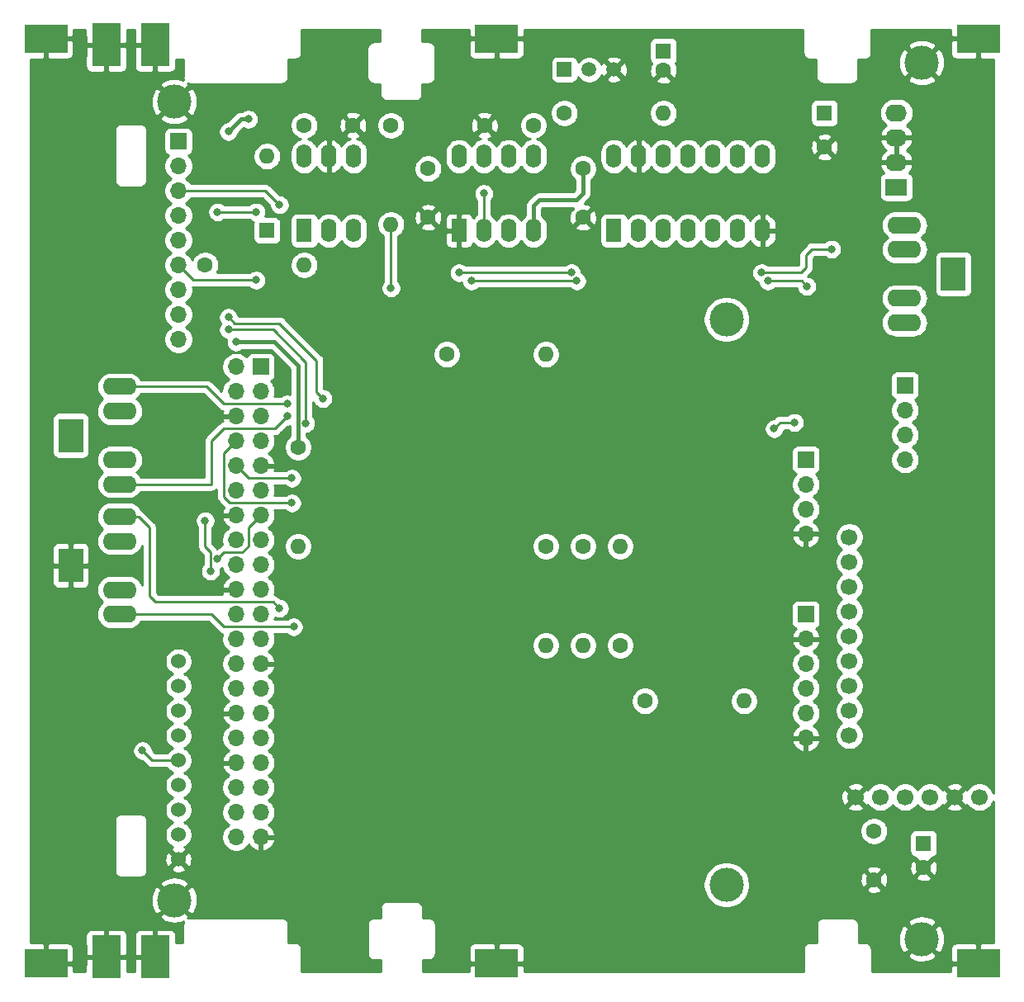
<source format=gbl>
G04 #@! TF.GenerationSoftware,KiCad,Pcbnew,(5.1.8)-1*
G04 #@! TF.CreationDate,2023-02-02T03:17:37+01:00*
G04 #@! TF.ProjectId,BulkyMIDI-32 Internal,42756c6b-794d-4494-9449-2d333220496e,rev?*
G04 #@! TF.SameCoordinates,Original*
G04 #@! TF.FileFunction,Copper,L2,Bot*
G04 #@! TF.FilePolarity,Positive*
%FSLAX46Y46*%
G04 Gerber Fmt 4.6, Leading zero omitted, Abs format (unit mm)*
G04 Created by KiCad (PCBNEW (5.1.8)-1) date 2023-02-02 03:17:37*
%MOMM*%
%LPD*%
G01*
G04 APERTURE LIST*
G04 #@! TA.AperFunction,ComponentPad*
%ADD10O,1.600000X1.600000*%
G04 #@! TD*
G04 #@! TA.AperFunction,ComponentPad*
%ADD11C,1.600000*%
G04 #@! TD*
G04 #@! TA.AperFunction,ComponentPad*
%ADD12O,1.700000X1.700000*%
G04 #@! TD*
G04 #@! TA.AperFunction,ComponentPad*
%ADD13R,1.700000X1.700000*%
G04 #@! TD*
G04 #@! TA.AperFunction,WasherPad*
%ADD14C,3.500000*%
G04 #@! TD*
G04 #@! TA.AperFunction,ComponentPad*
%ADD15C,1.700000*%
G04 #@! TD*
G04 #@! TA.AperFunction,ComponentPad*
%ADD16C,1.524000*%
G04 #@! TD*
G04 #@! TA.AperFunction,ComponentPad*
%ADD17C,3.500000*%
G04 #@! TD*
G04 #@! TA.AperFunction,ComponentPad*
%ADD18R,2.200000X1.740000*%
G04 #@! TD*
G04 #@! TA.AperFunction,ComponentPad*
%ADD19O,2.200000X1.740000*%
G04 #@! TD*
G04 #@! TA.AperFunction,ComponentPad*
%ADD20R,1.600000X1.600000*%
G04 #@! TD*
G04 #@! TA.AperFunction,SMDPad,CuDef*
%ADD21R,3.000000X4.400000*%
G04 #@! TD*
G04 #@! TA.AperFunction,SMDPad,CuDef*
%ADD22R,4.400000X3.000000*%
G04 #@! TD*
G04 #@! TA.AperFunction,ComponentPad*
%ADD23R,2.500000X3.500000*%
G04 #@! TD*
G04 #@! TA.AperFunction,ComponentPad*
%ADD24O,3.500000X1.750000*%
G04 #@! TD*
G04 #@! TA.AperFunction,ComponentPad*
%ADD25C,1.500000*%
G04 #@! TD*
G04 #@! TA.AperFunction,ComponentPad*
%ADD26R,1.500000X1.500000*%
G04 #@! TD*
G04 #@! TA.AperFunction,ComponentPad*
%ADD27R,1.600000X2.400000*%
G04 #@! TD*
G04 #@! TA.AperFunction,ComponentPad*
%ADD28O,1.600000X2.400000*%
G04 #@! TD*
G04 #@! TA.AperFunction,ViaPad*
%ADD29C,0.800000*%
G04 #@! TD*
G04 #@! TA.AperFunction,Conductor*
%ADD30C,0.381000*%
G04 #@! TD*
G04 #@! TA.AperFunction,Conductor*
%ADD31C,0.250000*%
G04 #@! TD*
G04 #@! TA.AperFunction,Conductor*
%ADD32C,0.254000*%
G04 #@! TD*
G04 #@! TA.AperFunction,Conductor*
%ADD33C,0.100000*%
G04 #@! TD*
G04 APERTURE END LIST*
D10*
X155060000Y-86019000D03*
D11*
X144900000Y-86019000D03*
D10*
X167125000Y-61254000D03*
D11*
X156965000Y-61254000D03*
D10*
X158870000Y-115864000D03*
D11*
X158870000Y-105704000D03*
D12*
X123310000Y-92369000D03*
X125850000Y-89829000D03*
X125850000Y-105069000D03*
X123310000Y-105069000D03*
X123310000Y-89829000D03*
X125850000Y-92369000D03*
X123310000Y-87289000D03*
D13*
X125850000Y-87289000D03*
D12*
X125850000Y-115229000D03*
X123310000Y-115229000D03*
X125850000Y-99989000D03*
X123310000Y-99989000D03*
X125850000Y-120309000D03*
X123310000Y-120309000D03*
X125850000Y-102529000D03*
X123310000Y-102529000D03*
X125850000Y-97449000D03*
X123310000Y-97449000D03*
X125850000Y-110149000D03*
X123310000Y-110149000D03*
X125850000Y-133009000D03*
X123310000Y-133009000D03*
X125850000Y-127929000D03*
X123310000Y-127929000D03*
X125850000Y-130469000D03*
X123310000Y-130469000D03*
X125850000Y-107609000D03*
X123310000Y-107609000D03*
X125850000Y-125389000D03*
X123310000Y-125389000D03*
X125850000Y-94909000D03*
X123310000Y-94909000D03*
X125850000Y-122849000D03*
X123310000Y-122849000D03*
X125850000Y-112689000D03*
X123310000Y-112689000D03*
X125850000Y-117769000D03*
X123310000Y-117769000D03*
X125850000Y-135549000D03*
X123310000Y-135549000D03*
D14*
X173580000Y-140419000D03*
X173580000Y-82419000D03*
D10*
X162680000Y-105704000D03*
D11*
X162680000Y-115864000D03*
D10*
X175380000Y-121579000D03*
D11*
X165220000Y-121579000D03*
D10*
X139185000Y-72684000D03*
D11*
X139185000Y-62524000D03*
D10*
X130295000Y-76865000D03*
D11*
X120135000Y-76865000D03*
D10*
X129660000Y-105704000D03*
D11*
X129660000Y-95544000D03*
D10*
X155060000Y-115864000D03*
D11*
X155060000Y-105704000D03*
D15*
X199510000Y-131439000D03*
X196970000Y-131439000D03*
X194430000Y-131439000D03*
X191890000Y-131439000D03*
X189350000Y-131439000D03*
X186810000Y-131439000D03*
X186175000Y-104769000D03*
X186175000Y-107309000D03*
X186175000Y-109849000D03*
X186175000Y-112389000D03*
X186175000Y-114929000D03*
X186175000Y-117469000D03*
X186175000Y-120009000D03*
X186175000Y-122549000D03*
X186175000Y-125089000D03*
D16*
X117391800Y-137825000D03*
X117391800Y-135285000D03*
X117391800Y-132745000D03*
X117391800Y-130205000D03*
X117391800Y-127665000D03*
X117391800Y-125125000D03*
X117391800Y-122585000D03*
X117391800Y-120045000D03*
X117391800Y-117505000D03*
D12*
X117391800Y-84485000D03*
X117391800Y-81945000D03*
X117391800Y-79405000D03*
X117391800Y-76865000D03*
X117391800Y-74325000D03*
D13*
X117391800Y-64165000D03*
D12*
X117391800Y-66705000D03*
X117391800Y-69245000D03*
X117391800Y-71785000D03*
D17*
X116960000Y-60100000D03*
X116960000Y-142000000D03*
X193600000Y-146000000D03*
X193600000Y-56100000D03*
D18*
X191001000Y-68874000D03*
D19*
X191001000Y-66334000D03*
X191001000Y-63794000D03*
X191001000Y-61254000D03*
D11*
X130295000Y-62524000D03*
X135295000Y-62524000D03*
X188715000Y-134914000D03*
X188715000Y-139914000D03*
D20*
X193795000Y-136184000D03*
D11*
X193795000Y-138684000D03*
D20*
X183635000Y-61254000D03*
D11*
X183635000Y-64754000D03*
D20*
X126485000Y-73319000D03*
D10*
X126485000Y-65699000D03*
D12*
X191890000Y-96814000D03*
X191890000Y-94274000D03*
X191890000Y-91734000D03*
D13*
X191890000Y-89194000D03*
D21*
X110000400Y-54284400D03*
D22*
X150000000Y-53624000D03*
D21*
X115004200Y-147807200D03*
X110000400Y-147807200D03*
D22*
X103802800Y-148493000D03*
D21*
X115004200Y-54284400D03*
D22*
X199408400Y-53624000D03*
X199408400Y-148493000D03*
X150000000Y-148493000D03*
X103802800Y-53624000D03*
D13*
X181730000Y-112689000D03*
D12*
X181730000Y-115229000D03*
X181730000Y-117769000D03*
X181730000Y-120309000D03*
X181730000Y-122849000D03*
X181730000Y-125389000D03*
D23*
X106353001Y-94335000D03*
D24*
X111359001Y-89335000D03*
X111359001Y-99335000D03*
X111359001Y-91835000D03*
X111359001Y-96835000D03*
X191840999Y-75264000D03*
X191840999Y-80264000D03*
X191840999Y-72764000D03*
X191840999Y-82764000D03*
D23*
X196846999Y-77764000D03*
X106353001Y-107675000D03*
D24*
X111359001Y-102675000D03*
X111359001Y-112675000D03*
X111359001Y-105175000D03*
X111359001Y-110175000D03*
D11*
X158870000Y-66969000D03*
X158870000Y-71969000D03*
D13*
X181730000Y-96814000D03*
D12*
X181730000Y-99354000D03*
X181730000Y-101894000D03*
X181730000Y-104434000D03*
D20*
X167125000Y-54904000D03*
D11*
X167125000Y-56904000D03*
X148790000Y-62524000D03*
X153790000Y-62524000D03*
X142995000Y-71969000D03*
X142995000Y-66969000D03*
D25*
X159505000Y-56809000D03*
X162045000Y-56809000D03*
D26*
X156965000Y-56809000D03*
D27*
X146170000Y-73319000D03*
D28*
X153790000Y-65699000D03*
X148710000Y-73319000D03*
X151250000Y-65699000D03*
X151250000Y-73319000D03*
X148710000Y-65699000D03*
X153790000Y-73319000D03*
X146170000Y-65699000D03*
D27*
X130295000Y-73319000D03*
D28*
X135375000Y-65699000D03*
X132835000Y-73319000D03*
X132835000Y-65699000D03*
X135375000Y-73319000D03*
X130295000Y-65699000D03*
D27*
X162045000Y-73319000D03*
D28*
X177285000Y-65699000D03*
X164585000Y-73319000D03*
X174745000Y-65699000D03*
X167125000Y-73319000D03*
X172205000Y-65699000D03*
X169665000Y-73319000D03*
X169665000Y-65699000D03*
X172205000Y-73319000D03*
X167125000Y-65699000D03*
X174745000Y-73319000D03*
X164585000Y-65699000D03*
X177285000Y-73319000D03*
X162045000Y-65699000D03*
D29*
X123310000Y-84749000D03*
X124580000Y-61889000D03*
X122519500Y-63159000D03*
X113695000Y-126659000D03*
X120135000Y-103074000D03*
X120680000Y-108244000D03*
X121405000Y-106973978D03*
X129025000Y-98719000D03*
X139185000Y-79214010D03*
X129025000Y-101259000D03*
X180550000Y-93004000D03*
X178465000Y-93639000D03*
X125370500Y-71414000D03*
X121405000Y-71414000D03*
X181820000Y-79034000D03*
X125370500Y-78399000D03*
X158235000Y-78489010D03*
X147439994Y-78489010D03*
X177830000Y-78489010D03*
X127755000Y-70689000D03*
X184360000Y-75224000D03*
X146170000Y-77640164D03*
X157690010Y-77640164D03*
X177178716Y-77640164D03*
X130450500Y-93094000D03*
X122519518Y-83479000D03*
X122519518Y-82209000D03*
X132200000Y-90554000D03*
X128545500Y-91099000D03*
X128545500Y-92369000D03*
X127755000Y-112054000D03*
X129205001Y-113959000D03*
X148710000Y-69509000D03*
D30*
X127197750Y-84749000D02*
X123310000Y-84749000D01*
X129660000Y-87211250D02*
X127197750Y-84749000D01*
X129660000Y-95544000D02*
X129660000Y-87211250D01*
X158870000Y-69509000D02*
X158870000Y-66969000D01*
X154425000Y-70144000D02*
X158235000Y-70144000D01*
X153790000Y-70779000D02*
X154425000Y-70144000D01*
X158235000Y-70144000D02*
X158870000Y-69509000D01*
X153790000Y-73319000D02*
X153790000Y-70779000D01*
X123789500Y-61889000D02*
X122519500Y-63159000D01*
X124580000Y-61889000D02*
X123789500Y-61889000D01*
D31*
X114701000Y-127665000D02*
X117391800Y-127665000D01*
X113695000Y-126659000D02*
X114701000Y-127665000D01*
X120135000Y-105739765D02*
X120135000Y-103074000D01*
X120679999Y-106284764D02*
X120135000Y-105739765D01*
X120680000Y-107678315D02*
X120680000Y-108244000D01*
X120679999Y-106284764D02*
X120680000Y-107678315D01*
X125850000Y-102529000D02*
X124580000Y-103799000D01*
X124580000Y-103799000D02*
X124580000Y-105704000D01*
X124580000Y-105704000D02*
X123945000Y-106339000D01*
X122039978Y-106339000D02*
X121405000Y-106973978D01*
X123945000Y-106339000D02*
X122039978Y-106339000D01*
X123310000Y-97449000D02*
X124580000Y-98719000D01*
X124580000Y-98719000D02*
X129025000Y-98719000D01*
X139185000Y-79214010D02*
X139185000Y-72684000D01*
X123310000Y-94909000D02*
X122040000Y-96179000D01*
X122040000Y-96179000D02*
X122040000Y-100624000D01*
X122040000Y-100624000D02*
X122675000Y-101259000D01*
X122675000Y-101259000D02*
X128390000Y-101259000D01*
X128390000Y-101259000D02*
X129025000Y-101259000D01*
X179100000Y-93004000D02*
X178465000Y-93639000D01*
X180550000Y-93004000D02*
X179100000Y-93004000D01*
X125370500Y-71414000D02*
X121405000Y-71414000D01*
X118925800Y-78399000D02*
X117391800Y-76865000D01*
X125370500Y-78399000D02*
X118925800Y-78399000D01*
X158235000Y-78489010D02*
X157669315Y-78489010D01*
X157669315Y-78489010D02*
X147439994Y-78489010D01*
X181275010Y-78489010D02*
X181820000Y-79034000D01*
X177830000Y-78489010D02*
X181275010Y-78489010D01*
X117391800Y-69245000D02*
X121141000Y-69245000D01*
X126311000Y-69245000D02*
X127755000Y-70689000D01*
X121141000Y-69245000D02*
X126311000Y-69245000D01*
X157690010Y-77640164D02*
X146170000Y-77640164D01*
X181730000Y-77129000D02*
X181218836Y-77640164D01*
X184360000Y-75224000D02*
X182365000Y-75224000D01*
X182365000Y-75224000D02*
X181730000Y-75859000D01*
X181730000Y-75859000D02*
X181730000Y-77129000D01*
X181218836Y-77640164D02*
X177178716Y-77640164D01*
X127120000Y-83479000D02*
X122519518Y-83479000D01*
X130450500Y-86809500D02*
X127120000Y-83479000D01*
X130450500Y-93094000D02*
X130450500Y-86809500D01*
X131565000Y-89919000D02*
X132200000Y-90554000D01*
X131565000Y-86654000D02*
X131565000Y-89919000D01*
X127755000Y-82844000D02*
X131565000Y-86654000D01*
X123154518Y-82844000D02*
X127755000Y-82844000D01*
X122519518Y-82209000D02*
X123154518Y-82844000D01*
X111359001Y-89335000D02*
X120276000Y-89335000D01*
X122040000Y-91099000D02*
X128545500Y-91099000D01*
X120276000Y-89335000D02*
X122040000Y-91099000D01*
X111359001Y-99335000D02*
X120789000Y-99335000D01*
X120789000Y-99335000D02*
X120789000Y-94890000D01*
X120789000Y-94890000D02*
X122040000Y-93639000D01*
X127275500Y-93639000D02*
X128545500Y-92369000D01*
X122040000Y-93639000D02*
X127275500Y-93639000D01*
X115055000Y-111419000D02*
X127120000Y-111419000D01*
X114420000Y-103799000D02*
X114420000Y-110784000D01*
X114420000Y-110784000D02*
X115055000Y-111419000D01*
X113296000Y-102675000D02*
X114420000Y-103799000D01*
X111359001Y-102675000D02*
X113296000Y-102675000D01*
X127120000Y-111419000D02*
X127755000Y-112054000D01*
X120756000Y-112675000D02*
X122040000Y-113959000D01*
X111359001Y-112675000D02*
X120756000Y-112675000D01*
X122040000Y-113959000D02*
X129025000Y-113959000D01*
X129025000Y-113959000D02*
X129205001Y-113959000D01*
X148710000Y-73319000D02*
X148710000Y-70779000D01*
X148710000Y-70779000D02*
X148710000Y-69509000D01*
D32*
X107865400Y-53998650D02*
X108024150Y-54157400D01*
X109873400Y-54157400D01*
X109873400Y-54137400D01*
X110127400Y-54137400D01*
X110127400Y-54157400D01*
X111976650Y-54157400D01*
X112135400Y-53998650D01*
X112137388Y-52760000D01*
X112867212Y-52760000D01*
X112869200Y-53998650D01*
X113027950Y-54157400D01*
X114877200Y-54157400D01*
X114877200Y-54137400D01*
X115131200Y-54137400D01*
X115131200Y-54157400D01*
X115151200Y-54157400D01*
X115151200Y-54411400D01*
X115131200Y-54411400D01*
X115131200Y-56960650D01*
X115289950Y-57119400D01*
X116504200Y-57122472D01*
X116628682Y-57110212D01*
X116748380Y-57073902D01*
X116858694Y-57014937D01*
X116955385Y-56935585D01*
X117034737Y-56838894D01*
X117093702Y-56728580D01*
X117130012Y-56608882D01*
X117142272Y-56484400D01*
X117141110Y-55760316D01*
X117170320Y-55763193D01*
X117202739Y-55760000D01*
X117856640Y-55760000D01*
X117856641Y-57572011D01*
X117853447Y-57604440D01*
X117866190Y-57733823D01*
X117903930Y-57858233D01*
X117937090Y-57920272D01*
X117846591Y-57873487D01*
X117395185Y-57743304D01*
X116927054Y-57703687D01*
X116460189Y-57756158D01*
X116012532Y-57898703D01*
X115656073Y-58089234D01*
X115469997Y-58430391D01*
X116960000Y-59920395D01*
X118450003Y-58430391D01*
X118347742Y-58242903D01*
X118387257Y-58254890D01*
X118484221Y-58264440D01*
X118516640Y-58267633D01*
X118549059Y-58264440D01*
X127991581Y-58264440D01*
X128024000Y-58267633D01*
X128056419Y-58264440D01*
X128153383Y-58254890D01*
X128277793Y-58217150D01*
X128392450Y-58155865D01*
X128492948Y-58073388D01*
X128575425Y-57972890D01*
X128636710Y-57858233D01*
X128674450Y-57733823D01*
X128687193Y-57604440D01*
X128684000Y-57572021D01*
X128684000Y-55760000D01*
X129337901Y-55760000D01*
X129370320Y-55763193D01*
X129402739Y-55760000D01*
X129499703Y-55750450D01*
X129624113Y-55712710D01*
X129738770Y-55651425D01*
X129839268Y-55568948D01*
X129921745Y-55468450D01*
X129983030Y-55353793D01*
X130020770Y-55229383D01*
X130033513Y-55100000D01*
X130030320Y-55067581D01*
X130030320Y-52760000D01*
X138076641Y-52760000D01*
X138076640Y-53944440D01*
X137422739Y-53944440D01*
X137390320Y-53941247D01*
X137357901Y-53944440D01*
X137260937Y-53953990D01*
X137136527Y-53991730D01*
X137021870Y-54053015D01*
X136921372Y-54135492D01*
X136838895Y-54235990D01*
X136777610Y-54350647D01*
X136739870Y-54475057D01*
X136727127Y-54604440D01*
X136730321Y-54636869D01*
X136730320Y-57572020D01*
X136727127Y-57604440D01*
X136739870Y-57733823D01*
X136777610Y-57858233D01*
X136838895Y-57972890D01*
X136921372Y-58073388D01*
X137021870Y-58155865D01*
X137136527Y-58217150D01*
X137260937Y-58254890D01*
X137390320Y-58267633D01*
X137422739Y-58264440D01*
X138076640Y-58264440D01*
X138076641Y-59316571D01*
X138073447Y-59349000D01*
X138086190Y-59478383D01*
X138123930Y-59602793D01*
X138185215Y-59717450D01*
X138267692Y-59817948D01*
X138368190Y-59900425D01*
X138482847Y-59961710D01*
X138607257Y-59999450D01*
X138704221Y-60009000D01*
X138736640Y-60012193D01*
X138769059Y-60009000D01*
X141711581Y-60009000D01*
X141744000Y-60012193D01*
X141776419Y-60009000D01*
X141873383Y-59999450D01*
X141997793Y-59961710D01*
X142112450Y-59900425D01*
X142212948Y-59817948D01*
X142295425Y-59717450D01*
X142356710Y-59602793D01*
X142394450Y-59478383D01*
X142407193Y-59349000D01*
X142404000Y-59316581D01*
X142404000Y-58264440D01*
X143057901Y-58264440D01*
X143090320Y-58267633D01*
X143122739Y-58264440D01*
X143219703Y-58254890D01*
X143344113Y-58217150D01*
X143458770Y-58155865D01*
X143559268Y-58073388D01*
X143641745Y-57972890D01*
X143703030Y-57858233D01*
X143740770Y-57733823D01*
X143753513Y-57604440D01*
X143750320Y-57572021D01*
X143750320Y-56059000D01*
X155576928Y-56059000D01*
X155576928Y-57559000D01*
X155589188Y-57683482D01*
X155625498Y-57803180D01*
X155684463Y-57913494D01*
X155763815Y-58010185D01*
X155860506Y-58089537D01*
X155970820Y-58148502D01*
X156090518Y-58184812D01*
X156215000Y-58197072D01*
X157715000Y-58197072D01*
X157839482Y-58184812D01*
X157959180Y-58148502D01*
X158069494Y-58089537D01*
X158166185Y-58010185D01*
X158245537Y-57913494D01*
X158304502Y-57803180D01*
X158340812Y-57683482D01*
X158351445Y-57575517D01*
X158429201Y-57691886D01*
X158622114Y-57884799D01*
X158848957Y-58036371D01*
X159101011Y-58140775D01*
X159368589Y-58194000D01*
X159641411Y-58194000D01*
X159908989Y-58140775D01*
X160161043Y-58036371D01*
X160387886Y-57884799D01*
X160506692Y-57765993D01*
X161267612Y-57765993D01*
X161333137Y-58004860D01*
X161580116Y-58120760D01*
X161844960Y-58186250D01*
X162117492Y-58198812D01*
X162387238Y-58157965D01*
X162643832Y-58065277D01*
X162756863Y-58004860D01*
X162786532Y-57896702D01*
X166311903Y-57896702D01*
X166383486Y-58140671D01*
X166638996Y-58261571D01*
X166913184Y-58330300D01*
X167195512Y-58344217D01*
X167475130Y-58302787D01*
X167741292Y-58207603D01*
X167866514Y-58140671D01*
X167938097Y-57896702D01*
X167125000Y-57083605D01*
X166311903Y-57896702D01*
X162786532Y-57896702D01*
X162822388Y-57765993D01*
X162045000Y-56988605D01*
X161267612Y-57765993D01*
X160506692Y-57765993D01*
X160580799Y-57691886D01*
X160732371Y-57465043D01*
X160773511Y-57365721D01*
X160788723Y-57407832D01*
X160849140Y-57520863D01*
X161088007Y-57586388D01*
X161865395Y-56809000D01*
X162224605Y-56809000D01*
X163001993Y-57586388D01*
X163240860Y-57520863D01*
X163356760Y-57273884D01*
X163422250Y-57009040D01*
X163423841Y-56974512D01*
X165684783Y-56974512D01*
X165726213Y-57254130D01*
X165821397Y-57520292D01*
X165888329Y-57645514D01*
X166132298Y-57717097D01*
X166945395Y-56904000D01*
X166931253Y-56889858D01*
X167110858Y-56710253D01*
X167125000Y-56724395D01*
X167139143Y-56710253D01*
X167318748Y-56889858D01*
X167304605Y-56904000D01*
X168117702Y-57717097D01*
X168361671Y-57645514D01*
X168482571Y-57390004D01*
X168551300Y-57115816D01*
X168565217Y-56833488D01*
X168523787Y-56553870D01*
X168428603Y-56287708D01*
X168363384Y-56165691D01*
X168376185Y-56155185D01*
X168455537Y-56058494D01*
X168514502Y-55948180D01*
X168550812Y-55828482D01*
X168563072Y-55704000D01*
X168563072Y-54104000D01*
X168550812Y-53979518D01*
X168514502Y-53859820D01*
X168455537Y-53749506D01*
X168376185Y-53652815D01*
X168279494Y-53573463D01*
X168169180Y-53514498D01*
X168049482Y-53478188D01*
X167925000Y-53465928D01*
X166325000Y-53465928D01*
X166200518Y-53478188D01*
X166080820Y-53514498D01*
X165970506Y-53573463D01*
X165873815Y-53652815D01*
X165794463Y-53749506D01*
X165735498Y-53859820D01*
X165699188Y-53979518D01*
X165686928Y-54104000D01*
X165686928Y-55704000D01*
X165699188Y-55828482D01*
X165735498Y-55948180D01*
X165794463Y-56058494D01*
X165873815Y-56155185D01*
X165886758Y-56165807D01*
X165767429Y-56417996D01*
X165698700Y-56692184D01*
X165684783Y-56974512D01*
X163423841Y-56974512D01*
X163434812Y-56736508D01*
X163393965Y-56466762D01*
X163301277Y-56210168D01*
X163240860Y-56097137D01*
X163001993Y-56031612D01*
X162224605Y-56809000D01*
X161865395Y-56809000D01*
X161088007Y-56031612D01*
X160849140Y-56097137D01*
X160774836Y-56255477D01*
X160732371Y-56152957D01*
X160580799Y-55926114D01*
X160506692Y-55852007D01*
X161267612Y-55852007D01*
X162045000Y-56629395D01*
X162822388Y-55852007D01*
X162756863Y-55613140D01*
X162509884Y-55497240D01*
X162245040Y-55431750D01*
X161972508Y-55419188D01*
X161702762Y-55460035D01*
X161446168Y-55552723D01*
X161333137Y-55613140D01*
X161267612Y-55852007D01*
X160506692Y-55852007D01*
X160387886Y-55733201D01*
X160161043Y-55581629D01*
X159908989Y-55477225D01*
X159641411Y-55424000D01*
X159368589Y-55424000D01*
X159101011Y-55477225D01*
X158848957Y-55581629D01*
X158622114Y-55733201D01*
X158429201Y-55926114D01*
X158351445Y-56042483D01*
X158340812Y-55934518D01*
X158304502Y-55814820D01*
X158245537Y-55704506D01*
X158166185Y-55607815D01*
X158069494Y-55528463D01*
X157959180Y-55469498D01*
X157839482Y-55433188D01*
X157715000Y-55420928D01*
X156215000Y-55420928D01*
X156090518Y-55433188D01*
X155970820Y-55469498D01*
X155860506Y-55528463D01*
X155763815Y-55607815D01*
X155684463Y-55704506D01*
X155625498Y-55814820D01*
X155589188Y-55934518D01*
X155576928Y-56059000D01*
X143750320Y-56059000D01*
X143750320Y-55124000D01*
X147161928Y-55124000D01*
X147174188Y-55248482D01*
X147210498Y-55368180D01*
X147269463Y-55478494D01*
X147348815Y-55575185D01*
X147445506Y-55654537D01*
X147555820Y-55713502D01*
X147675518Y-55749812D01*
X147800000Y-55762072D01*
X149714250Y-55759000D01*
X149873000Y-55600250D01*
X149873000Y-53751000D01*
X150127000Y-53751000D01*
X150127000Y-55600250D01*
X150285750Y-55759000D01*
X152200000Y-55762072D01*
X152324482Y-55749812D01*
X152444180Y-55713502D01*
X152554494Y-55654537D01*
X152651185Y-55575185D01*
X152730537Y-55478494D01*
X152789502Y-55368180D01*
X152825812Y-55248482D01*
X152838072Y-55124000D01*
X152835000Y-53909750D01*
X152676250Y-53751000D01*
X150127000Y-53751000D01*
X149873000Y-53751000D01*
X147323750Y-53751000D01*
X147165000Y-53909750D01*
X147161928Y-55124000D01*
X143750320Y-55124000D01*
X143750320Y-54636858D01*
X143753513Y-54604440D01*
X143740770Y-54475057D01*
X143703030Y-54350647D01*
X143641745Y-54235990D01*
X143559268Y-54135492D01*
X143458770Y-54053015D01*
X143344113Y-53991730D01*
X143219703Y-53953990D01*
X143122739Y-53944440D01*
X143090320Y-53941247D01*
X143057901Y-53944440D01*
X142404000Y-53944440D01*
X142404000Y-52760000D01*
X147163537Y-52760000D01*
X147165000Y-53338250D01*
X147323750Y-53497000D01*
X149873000Y-53497000D01*
X149873000Y-53477000D01*
X150127000Y-53477000D01*
X150127000Y-53497000D01*
X152676250Y-53497000D01*
X152835000Y-53338250D01*
X152836463Y-52760000D01*
X181434321Y-52760000D01*
X181434320Y-55067580D01*
X181431127Y-55100000D01*
X181443870Y-55229383D01*
X181481610Y-55353793D01*
X181542895Y-55468450D01*
X181625372Y-55568948D01*
X181725870Y-55651425D01*
X181840527Y-55712710D01*
X181964937Y-55750450D01*
X182094320Y-55763193D01*
X182126739Y-55760000D01*
X182780640Y-55760000D01*
X182780641Y-57572011D01*
X182777447Y-57604440D01*
X182790190Y-57733823D01*
X182827930Y-57858233D01*
X182889215Y-57972890D01*
X182971692Y-58073388D01*
X183072190Y-58155865D01*
X183186847Y-58217150D01*
X183311257Y-58254890D01*
X183408221Y-58264440D01*
X183440640Y-58267633D01*
X183473059Y-58264440D01*
X186415581Y-58264440D01*
X186448000Y-58267633D01*
X186480419Y-58264440D01*
X186577383Y-58254890D01*
X186701793Y-58217150D01*
X186816450Y-58155865D01*
X186916948Y-58073388D01*
X186999425Y-57972890D01*
X187060710Y-57858233D01*
X187087594Y-57769609D01*
X192109997Y-57769609D01*
X192296073Y-58110766D01*
X192713409Y-58326513D01*
X193164815Y-58456696D01*
X193632946Y-58496313D01*
X194099811Y-58443842D01*
X194547468Y-58301297D01*
X194903927Y-58110766D01*
X195090003Y-57769609D01*
X193600000Y-56279605D01*
X192109997Y-57769609D01*
X187087594Y-57769609D01*
X187098450Y-57733823D01*
X187111193Y-57604440D01*
X187108000Y-57572021D01*
X187108000Y-56132946D01*
X191203687Y-56132946D01*
X191256158Y-56599811D01*
X191398703Y-57047468D01*
X191589234Y-57403927D01*
X191930391Y-57590003D01*
X193420395Y-56100000D01*
X193779605Y-56100000D01*
X195269609Y-57590003D01*
X195610766Y-57403927D01*
X195826513Y-56986591D01*
X195956696Y-56535185D01*
X195996313Y-56067054D01*
X195943842Y-55600189D01*
X195801297Y-55152532D01*
X195786047Y-55124000D01*
X196570328Y-55124000D01*
X196582588Y-55248482D01*
X196618898Y-55368180D01*
X196677863Y-55478494D01*
X196757215Y-55575185D01*
X196853906Y-55654537D01*
X196964220Y-55713502D01*
X197083918Y-55749812D01*
X197208400Y-55762072D01*
X199122650Y-55759000D01*
X199281400Y-55600250D01*
X199281400Y-53751000D01*
X196732150Y-53751000D01*
X196573400Y-53909750D01*
X196570328Y-55124000D01*
X195786047Y-55124000D01*
X195610766Y-54796073D01*
X195269609Y-54609997D01*
X193779605Y-56100000D01*
X193420395Y-56100000D01*
X191930391Y-54609997D01*
X191589234Y-54796073D01*
X191373487Y-55213409D01*
X191243304Y-55664815D01*
X191203687Y-56132946D01*
X187108000Y-56132946D01*
X187108000Y-55760000D01*
X187761901Y-55760000D01*
X187794320Y-55763193D01*
X187826739Y-55760000D01*
X187923703Y-55750450D01*
X188048113Y-55712710D01*
X188162770Y-55651425D01*
X188263268Y-55568948D01*
X188345745Y-55468450D01*
X188407030Y-55353793D01*
X188444770Y-55229383D01*
X188457513Y-55100000D01*
X188454320Y-55067581D01*
X188454320Y-54430391D01*
X192109997Y-54430391D01*
X193600000Y-55920395D01*
X195090003Y-54430391D01*
X194903927Y-54089234D01*
X194486591Y-53873487D01*
X194035185Y-53743304D01*
X193567054Y-53703687D01*
X193100189Y-53756158D01*
X192652532Y-53898703D01*
X192296073Y-54089234D01*
X192109997Y-54430391D01*
X188454320Y-54430391D01*
X188454320Y-52760000D01*
X196571937Y-52760000D01*
X196573400Y-53338250D01*
X196732150Y-53497000D01*
X199281400Y-53497000D01*
X199281400Y-53477000D01*
X199535400Y-53477000D01*
X199535400Y-53497000D01*
X199555400Y-53497000D01*
X199555400Y-53751000D01*
X199535400Y-53751000D01*
X199535400Y-55600250D01*
X199694150Y-55759000D01*
X200940000Y-55760999D01*
X200940001Y-131016243D01*
X200937932Y-131005842D01*
X200825990Y-130735589D01*
X200663475Y-130492368D01*
X200456632Y-130285525D01*
X200213411Y-130123010D01*
X199943158Y-130011068D01*
X199656260Y-129954000D01*
X199363740Y-129954000D01*
X199076842Y-130011068D01*
X198806589Y-130123010D01*
X198563368Y-130285525D01*
X198356525Y-130492368D01*
X198240689Y-130665729D01*
X197998397Y-130590208D01*
X197149605Y-131439000D01*
X197998397Y-132287792D01*
X198240689Y-132212271D01*
X198356525Y-132385632D01*
X198563368Y-132592475D01*
X198806589Y-132754990D01*
X199076842Y-132866932D01*
X199363740Y-132924000D01*
X199656260Y-132924000D01*
X199943158Y-132866932D01*
X200213411Y-132754990D01*
X200456632Y-132592475D01*
X200663475Y-132385632D01*
X200825990Y-132142411D01*
X200937932Y-131872158D01*
X200940001Y-131861757D01*
X200940001Y-146356001D01*
X199694150Y-146358000D01*
X199535400Y-146516750D01*
X199535400Y-148366000D01*
X199555400Y-148366000D01*
X199555400Y-148620000D01*
X199535400Y-148620000D01*
X199535400Y-148640000D01*
X199281400Y-148640000D01*
X199281400Y-148620000D01*
X196732150Y-148620000D01*
X196573400Y-148778750D01*
X196571980Y-149340000D01*
X188470880Y-149340000D01*
X188470880Y-147669609D01*
X192109997Y-147669609D01*
X192296073Y-148010766D01*
X192713409Y-148226513D01*
X193164815Y-148356696D01*
X193632946Y-148396313D01*
X194099811Y-148343842D01*
X194547468Y-148201297D01*
X194903927Y-148010766D01*
X195090003Y-147669609D01*
X193600000Y-146179605D01*
X192109997Y-147669609D01*
X188470880Y-147669609D01*
X188470880Y-147032418D01*
X188474073Y-147000000D01*
X188461330Y-146870617D01*
X188423590Y-146746207D01*
X188362305Y-146631550D01*
X188279828Y-146531052D01*
X188179330Y-146448575D01*
X188064673Y-146387290D01*
X187940263Y-146349550D01*
X187843299Y-146340000D01*
X187810880Y-146336807D01*
X187778461Y-146340000D01*
X187124560Y-146340000D01*
X187124560Y-146032946D01*
X191203687Y-146032946D01*
X191256158Y-146499811D01*
X191398703Y-146947468D01*
X191589234Y-147303927D01*
X191930391Y-147490003D01*
X193420395Y-146000000D01*
X193779605Y-146000000D01*
X195269609Y-147490003D01*
X195610766Y-147303927D01*
X195771503Y-146993000D01*
X196570328Y-146993000D01*
X196573400Y-148207250D01*
X196732150Y-148366000D01*
X199281400Y-148366000D01*
X199281400Y-146516750D01*
X199122650Y-146358000D01*
X197208400Y-146354928D01*
X197083918Y-146367188D01*
X196964220Y-146403498D01*
X196853906Y-146462463D01*
X196757215Y-146541815D01*
X196677863Y-146638506D01*
X196618898Y-146748820D01*
X196582588Y-146868518D01*
X196570328Y-146993000D01*
X195771503Y-146993000D01*
X195826513Y-146886591D01*
X195956696Y-146435185D01*
X195996313Y-145967054D01*
X195943842Y-145500189D01*
X195801297Y-145052532D01*
X195610766Y-144696073D01*
X195269609Y-144509997D01*
X193779605Y-146000000D01*
X193420395Y-146000000D01*
X191930391Y-144509997D01*
X191589234Y-144696073D01*
X191373487Y-145113409D01*
X191243304Y-145564815D01*
X191203687Y-146032946D01*
X187124560Y-146032946D01*
X187124560Y-144527978D01*
X187127753Y-144495560D01*
X187115010Y-144366177D01*
X187104155Y-144330391D01*
X192109997Y-144330391D01*
X193600000Y-145820395D01*
X195090003Y-144330391D01*
X194903927Y-143989234D01*
X194486591Y-143773487D01*
X194035185Y-143643304D01*
X193567054Y-143603687D01*
X193100189Y-143656158D01*
X192652532Y-143798703D01*
X192296073Y-143989234D01*
X192109997Y-144330391D01*
X187104155Y-144330391D01*
X187077270Y-144241767D01*
X187015985Y-144127110D01*
X186933508Y-144026612D01*
X186833010Y-143944135D01*
X186718353Y-143882850D01*
X186593943Y-143845110D01*
X186496979Y-143835560D01*
X186464560Y-143832367D01*
X186432141Y-143835560D01*
X183489619Y-143835560D01*
X183457200Y-143832367D01*
X183424781Y-143835560D01*
X183327817Y-143845110D01*
X183203407Y-143882850D01*
X183088750Y-143944135D01*
X182988252Y-144026612D01*
X182905775Y-144127110D01*
X182844490Y-144241767D01*
X182806750Y-144366177D01*
X182794007Y-144495560D01*
X182797201Y-144527989D01*
X182797200Y-146340000D01*
X182143299Y-146340000D01*
X182110880Y-146336807D01*
X182078461Y-146340000D01*
X181981497Y-146349550D01*
X181857087Y-146387290D01*
X181742430Y-146448575D01*
X181641932Y-146531052D01*
X181559455Y-146631550D01*
X181498170Y-146746207D01*
X181460430Y-146870617D01*
X181447687Y-147000000D01*
X181450880Y-147032418D01*
X181450881Y-149340000D01*
X152836420Y-149340000D01*
X152835000Y-148778750D01*
X152676250Y-148620000D01*
X150127000Y-148620000D01*
X150127000Y-148640000D01*
X149873000Y-148640000D01*
X149873000Y-148620000D01*
X147323750Y-148620000D01*
X147165000Y-148778750D01*
X147163580Y-149340000D01*
X142420560Y-149340000D01*
X142420560Y-148155560D01*
X143074461Y-148155560D01*
X143106880Y-148158753D01*
X143139299Y-148155560D01*
X143236263Y-148146010D01*
X143360673Y-148108270D01*
X143475330Y-148046985D01*
X143575828Y-147964508D01*
X143658305Y-147864010D01*
X143719590Y-147749353D01*
X143757330Y-147624943D01*
X143770073Y-147495560D01*
X143766880Y-147463141D01*
X143766880Y-146993000D01*
X147161928Y-146993000D01*
X147165000Y-148207250D01*
X147323750Y-148366000D01*
X149873000Y-148366000D01*
X149873000Y-146516750D01*
X150127000Y-146516750D01*
X150127000Y-148366000D01*
X152676250Y-148366000D01*
X152835000Y-148207250D01*
X152838072Y-146993000D01*
X152825812Y-146868518D01*
X152789502Y-146748820D01*
X152730537Y-146638506D01*
X152651185Y-146541815D01*
X152554494Y-146462463D01*
X152444180Y-146403498D01*
X152324482Y-146367188D01*
X152200000Y-146354928D01*
X150285750Y-146358000D01*
X150127000Y-146516750D01*
X149873000Y-146516750D01*
X149714250Y-146358000D01*
X147800000Y-146354928D01*
X147675518Y-146367188D01*
X147555820Y-146403498D01*
X147445506Y-146462463D01*
X147348815Y-146541815D01*
X147269463Y-146638506D01*
X147210498Y-146748820D01*
X147174188Y-146868518D01*
X147161928Y-146993000D01*
X143766880Y-146993000D01*
X143766880Y-144527978D01*
X143770073Y-144495560D01*
X143757330Y-144366177D01*
X143719590Y-144241767D01*
X143658305Y-144127110D01*
X143575828Y-144026612D01*
X143475330Y-143944135D01*
X143360673Y-143882850D01*
X143236263Y-143845110D01*
X143139299Y-143835560D01*
X143106880Y-143832367D01*
X143074461Y-143835560D01*
X142420560Y-143835560D01*
X142420560Y-142783419D01*
X142423753Y-142751000D01*
X142411010Y-142621617D01*
X142373270Y-142497207D01*
X142311985Y-142382550D01*
X142229508Y-142282052D01*
X142129010Y-142199575D01*
X142014353Y-142138290D01*
X141889943Y-142100550D01*
X141792979Y-142091000D01*
X141760560Y-142087807D01*
X141728141Y-142091000D01*
X138785619Y-142091000D01*
X138753200Y-142087807D01*
X138720781Y-142091000D01*
X138623817Y-142100550D01*
X138499407Y-142138290D01*
X138384750Y-142199575D01*
X138284252Y-142282052D01*
X138201775Y-142382550D01*
X138140490Y-142497207D01*
X138102750Y-142621617D01*
X138090007Y-142751000D01*
X138093201Y-142783429D01*
X138093200Y-143835560D01*
X137439299Y-143835560D01*
X137406880Y-143832367D01*
X137374461Y-143835560D01*
X137277497Y-143845110D01*
X137153087Y-143882850D01*
X137038430Y-143944135D01*
X136937932Y-144026612D01*
X136855455Y-144127110D01*
X136794170Y-144241767D01*
X136756430Y-144366177D01*
X136743687Y-144495560D01*
X136746880Y-144527978D01*
X136746881Y-147463131D01*
X136743687Y-147495560D01*
X136756430Y-147624943D01*
X136794170Y-147749353D01*
X136855455Y-147864010D01*
X136937932Y-147964508D01*
X137038430Y-148046985D01*
X137153087Y-148108270D01*
X137277497Y-148146010D01*
X137374461Y-148155560D01*
X137406880Y-148158753D01*
X137439299Y-148155560D01*
X138093200Y-148155560D01*
X138093201Y-149340000D01*
X130026880Y-149340000D01*
X130026880Y-147032418D01*
X130030073Y-147000000D01*
X130017330Y-146870617D01*
X129979590Y-146746207D01*
X129918305Y-146631550D01*
X129835828Y-146531052D01*
X129735330Y-146448575D01*
X129620673Y-146387290D01*
X129496263Y-146349550D01*
X129399299Y-146340000D01*
X129366880Y-146336807D01*
X129334461Y-146340000D01*
X128680560Y-146340000D01*
X128680560Y-144527978D01*
X128683753Y-144495560D01*
X128671010Y-144366177D01*
X128633270Y-144241767D01*
X128571985Y-144127110D01*
X128489508Y-144026612D01*
X128389010Y-143944135D01*
X128274353Y-143882850D01*
X128149943Y-143845110D01*
X128052979Y-143835560D01*
X128020560Y-143832367D01*
X127988141Y-143835560D01*
X118545619Y-143835560D01*
X118513200Y-143832367D01*
X118480781Y-143835560D01*
X118383817Y-143845110D01*
X118348424Y-143855846D01*
X118450003Y-143669609D01*
X116960000Y-142179605D01*
X115469997Y-143669609D01*
X115656073Y-144010766D01*
X116073409Y-144226513D01*
X116524815Y-144356696D01*
X116992946Y-144396313D01*
X117459811Y-144343842D01*
X117907468Y-144201297D01*
X117927982Y-144190332D01*
X117900490Y-144241767D01*
X117862750Y-144366177D01*
X117850007Y-144495560D01*
X117853201Y-144527989D01*
X117853200Y-146340000D01*
X117199299Y-146340000D01*
X117166880Y-146336807D01*
X117141097Y-146339346D01*
X117142272Y-145607200D01*
X117130012Y-145482718D01*
X117093702Y-145363020D01*
X117034737Y-145252706D01*
X116955385Y-145156015D01*
X116858694Y-145076663D01*
X116748380Y-145017698D01*
X116628682Y-144981388D01*
X116504200Y-144969128D01*
X115289950Y-144972200D01*
X115131200Y-145130950D01*
X115131200Y-147680200D01*
X115151200Y-147680200D01*
X115151200Y-147934200D01*
X115131200Y-147934200D01*
X115131200Y-147954200D01*
X114877200Y-147954200D01*
X114877200Y-147934200D01*
X113027950Y-147934200D01*
X112869200Y-148092950D01*
X112867199Y-149340000D01*
X112137401Y-149340000D01*
X112135400Y-148092950D01*
X111976650Y-147934200D01*
X110127400Y-147934200D01*
X110127400Y-147954200D01*
X109873400Y-147954200D01*
X109873400Y-147934200D01*
X108024150Y-147934200D01*
X107865400Y-148092950D01*
X107863399Y-149340000D01*
X106639220Y-149340000D01*
X106637800Y-148778750D01*
X106479050Y-148620000D01*
X103929800Y-148620000D01*
X103929800Y-148640000D01*
X103675800Y-148640000D01*
X103675800Y-148620000D01*
X103655800Y-148620000D01*
X103655800Y-148366000D01*
X103675800Y-148366000D01*
X103675800Y-146516750D01*
X103929800Y-146516750D01*
X103929800Y-148366000D01*
X106479050Y-148366000D01*
X106637800Y-148207250D01*
X106640872Y-146993000D01*
X106628612Y-146868518D01*
X106592302Y-146748820D01*
X106533337Y-146638506D01*
X106453985Y-146541815D01*
X106357294Y-146462463D01*
X106246980Y-146403498D01*
X106127282Y-146367188D01*
X106002800Y-146354928D01*
X104088550Y-146358000D01*
X103929800Y-146516750D01*
X103675800Y-146516750D01*
X103517050Y-146358000D01*
X102260000Y-146355983D01*
X102260000Y-145607200D01*
X107862328Y-145607200D01*
X107865400Y-147521450D01*
X108024150Y-147680200D01*
X109873400Y-147680200D01*
X109873400Y-145130950D01*
X110127400Y-145130950D01*
X110127400Y-147680200D01*
X111976650Y-147680200D01*
X112135400Y-147521450D01*
X112138472Y-145607200D01*
X112866128Y-145607200D01*
X112869200Y-147521450D01*
X113027950Y-147680200D01*
X114877200Y-147680200D01*
X114877200Y-145130950D01*
X114718450Y-144972200D01*
X113504200Y-144969128D01*
X113379718Y-144981388D01*
X113260020Y-145017698D01*
X113149706Y-145076663D01*
X113053015Y-145156015D01*
X112973663Y-145252706D01*
X112914698Y-145363020D01*
X112878388Y-145482718D01*
X112866128Y-145607200D01*
X112138472Y-145607200D01*
X112126212Y-145482718D01*
X112089902Y-145363020D01*
X112030937Y-145252706D01*
X111951585Y-145156015D01*
X111854894Y-145076663D01*
X111744580Y-145017698D01*
X111624882Y-144981388D01*
X111500400Y-144969128D01*
X110286150Y-144972200D01*
X110127400Y-145130950D01*
X109873400Y-145130950D01*
X109714650Y-144972200D01*
X108500400Y-144969128D01*
X108375918Y-144981388D01*
X108256220Y-145017698D01*
X108145906Y-145076663D01*
X108049215Y-145156015D01*
X107969863Y-145252706D01*
X107910898Y-145363020D01*
X107874588Y-145482718D01*
X107862328Y-145607200D01*
X102260000Y-145607200D01*
X102260000Y-142032946D01*
X114563687Y-142032946D01*
X114616158Y-142499811D01*
X114758703Y-142947468D01*
X114949234Y-143303927D01*
X115290391Y-143490003D01*
X116780395Y-142000000D01*
X117139605Y-142000000D01*
X118629609Y-143490003D01*
X118970766Y-143303927D01*
X119186513Y-142886591D01*
X119316696Y-142435185D01*
X119356313Y-141967054D01*
X119303842Y-141500189D01*
X119161297Y-141052532D01*
X118970766Y-140696073D01*
X118629609Y-140509997D01*
X117139605Y-142000000D01*
X116780395Y-142000000D01*
X115290391Y-140509997D01*
X114949234Y-140696073D01*
X114733487Y-141113409D01*
X114603304Y-141564815D01*
X114563687Y-142032946D01*
X102260000Y-142032946D01*
X102260000Y-140330391D01*
X115469997Y-140330391D01*
X116960000Y-141820395D01*
X118450003Y-140330391D01*
X118370211Y-140184098D01*
X171195000Y-140184098D01*
X171195000Y-140653902D01*
X171286654Y-141114679D01*
X171466440Y-141548721D01*
X171727450Y-141939349D01*
X172059651Y-142271550D01*
X172450279Y-142532560D01*
X172884321Y-142712346D01*
X173345098Y-142804000D01*
X173814902Y-142804000D01*
X174275679Y-142712346D01*
X174709721Y-142532560D01*
X175100349Y-142271550D01*
X175432550Y-141939349D01*
X175693560Y-141548721D01*
X175873346Y-141114679D01*
X175914715Y-140906702D01*
X187901903Y-140906702D01*
X187973486Y-141150671D01*
X188228996Y-141271571D01*
X188503184Y-141340300D01*
X188785512Y-141354217D01*
X189065130Y-141312787D01*
X189331292Y-141217603D01*
X189456514Y-141150671D01*
X189528097Y-140906702D01*
X188715000Y-140093605D01*
X187901903Y-140906702D01*
X175914715Y-140906702D01*
X175965000Y-140653902D01*
X175965000Y-140184098D01*
X175925300Y-139984512D01*
X187274783Y-139984512D01*
X187316213Y-140264130D01*
X187411397Y-140530292D01*
X187478329Y-140655514D01*
X187722298Y-140727097D01*
X188535395Y-139914000D01*
X188894605Y-139914000D01*
X189707702Y-140727097D01*
X189951671Y-140655514D01*
X190072571Y-140400004D01*
X190141300Y-140125816D01*
X190155217Y-139843488D01*
X190130505Y-139676702D01*
X192981903Y-139676702D01*
X193053486Y-139920671D01*
X193308996Y-140041571D01*
X193583184Y-140110300D01*
X193865512Y-140124217D01*
X194145130Y-140082787D01*
X194411292Y-139987603D01*
X194536514Y-139920671D01*
X194608097Y-139676702D01*
X193795000Y-138863605D01*
X192981903Y-139676702D01*
X190130505Y-139676702D01*
X190113787Y-139563870D01*
X190018603Y-139297708D01*
X189951671Y-139172486D01*
X189707702Y-139100903D01*
X188894605Y-139914000D01*
X188535395Y-139914000D01*
X187722298Y-139100903D01*
X187478329Y-139172486D01*
X187357429Y-139427996D01*
X187288700Y-139702184D01*
X187274783Y-139984512D01*
X175925300Y-139984512D01*
X175873346Y-139723321D01*
X175693560Y-139289279D01*
X175447683Y-138921298D01*
X187901903Y-138921298D01*
X188715000Y-139734395D01*
X189528097Y-138921298D01*
X189479161Y-138754512D01*
X192354783Y-138754512D01*
X192396213Y-139034130D01*
X192491397Y-139300292D01*
X192558329Y-139425514D01*
X192802298Y-139497097D01*
X193615395Y-138684000D01*
X193974605Y-138684000D01*
X194787702Y-139497097D01*
X195031671Y-139425514D01*
X195152571Y-139170004D01*
X195221300Y-138895816D01*
X195235217Y-138613488D01*
X195193787Y-138333870D01*
X195098603Y-138067708D01*
X195031671Y-137942486D01*
X194787702Y-137870903D01*
X193974605Y-138684000D01*
X193615395Y-138684000D01*
X192802298Y-137870903D01*
X192558329Y-137942486D01*
X192437429Y-138197996D01*
X192368700Y-138472184D01*
X192354783Y-138754512D01*
X189479161Y-138754512D01*
X189456514Y-138677329D01*
X189201004Y-138556429D01*
X188926816Y-138487700D01*
X188644488Y-138473783D01*
X188364870Y-138515213D01*
X188098708Y-138610397D01*
X187973486Y-138677329D01*
X187901903Y-138921298D01*
X175447683Y-138921298D01*
X175432550Y-138898651D01*
X175100349Y-138566450D01*
X174709721Y-138305440D01*
X174275679Y-138125654D01*
X173814902Y-138034000D01*
X173345098Y-138034000D01*
X172884321Y-138125654D01*
X172450279Y-138305440D01*
X172059651Y-138566450D01*
X171727450Y-138898651D01*
X171466440Y-139289279D01*
X171286654Y-139723321D01*
X171195000Y-140184098D01*
X118370211Y-140184098D01*
X118263927Y-139989234D01*
X117846591Y-139773487D01*
X117395185Y-139643304D01*
X116927054Y-139603687D01*
X116460189Y-139656158D01*
X116012532Y-139798703D01*
X115656073Y-139989234D01*
X115469997Y-140330391D01*
X102260000Y-140330391D01*
X102260000Y-133822000D01*
X110835807Y-133822000D01*
X110839000Y-133854419D01*
X110839001Y-138969571D01*
X110835807Y-139002000D01*
X110848550Y-139131383D01*
X110886290Y-139255793D01*
X110947575Y-139370450D01*
X111030052Y-139470948D01*
X111130550Y-139553425D01*
X111245207Y-139614710D01*
X111369617Y-139652450D01*
X111466581Y-139662000D01*
X111499000Y-139665193D01*
X111531419Y-139662000D01*
X113471581Y-139662000D01*
X113504000Y-139665193D01*
X113536419Y-139662000D01*
X113633383Y-139652450D01*
X113757793Y-139614710D01*
X113872450Y-139553425D01*
X113972948Y-139470948D01*
X114055425Y-139370450D01*
X114116710Y-139255793D01*
X114154450Y-139131383D01*
X114167193Y-139002000D01*
X114164000Y-138969581D01*
X114164000Y-138790565D01*
X116605840Y-138790565D01*
X116672820Y-139030656D01*
X116921848Y-139147756D01*
X117188935Y-139214023D01*
X117463817Y-139226910D01*
X117735933Y-139185922D01*
X117994823Y-139092636D01*
X118110780Y-139030656D01*
X118177760Y-138790565D01*
X117391800Y-138004605D01*
X116605840Y-138790565D01*
X114164000Y-138790565D01*
X114164000Y-137897017D01*
X115989890Y-137897017D01*
X116030878Y-138169133D01*
X116124164Y-138428023D01*
X116186144Y-138543980D01*
X116426235Y-138610960D01*
X117212195Y-137825000D01*
X117571405Y-137825000D01*
X118357365Y-138610960D01*
X118597456Y-138543980D01*
X118714556Y-138294952D01*
X118780823Y-138027865D01*
X118793710Y-137752983D01*
X118752722Y-137480867D01*
X118659436Y-137221977D01*
X118597456Y-137106020D01*
X118357365Y-137039040D01*
X117571405Y-137825000D01*
X117212195Y-137825000D01*
X116426235Y-137039040D01*
X116186144Y-137106020D01*
X116069044Y-137355048D01*
X116002777Y-137622135D01*
X115989890Y-137897017D01*
X114164000Y-137897017D01*
X114164000Y-133854419D01*
X114167193Y-133822000D01*
X114154450Y-133692617D01*
X114116710Y-133568207D01*
X114055425Y-133453550D01*
X113972948Y-133353052D01*
X113872450Y-133270575D01*
X113757793Y-133209290D01*
X113633383Y-133171550D01*
X113536419Y-133162000D01*
X113504000Y-133158807D01*
X113471581Y-133162000D01*
X111531419Y-133162000D01*
X111499000Y-133158807D01*
X111466581Y-133162000D01*
X111369617Y-133171550D01*
X111245207Y-133209290D01*
X111130550Y-133270575D01*
X111030052Y-133353052D01*
X110947575Y-133453550D01*
X110886290Y-133568207D01*
X110848550Y-133692617D01*
X110835807Y-133822000D01*
X102260000Y-133822000D01*
X102260000Y-126557061D01*
X112660000Y-126557061D01*
X112660000Y-126760939D01*
X112699774Y-126960898D01*
X112777795Y-127149256D01*
X112891063Y-127318774D01*
X113035226Y-127462937D01*
X113204744Y-127576205D01*
X113393102Y-127654226D01*
X113593061Y-127694000D01*
X113655199Y-127694000D01*
X114137201Y-128176003D01*
X114160999Y-128205001D01*
X114276724Y-128299974D01*
X114408753Y-128370546D01*
X114552014Y-128414003D01*
X114663667Y-128425000D01*
X114663677Y-128425000D01*
X114701000Y-128428676D01*
X114738323Y-128425000D01*
X116219459Y-128425000D01*
X116306680Y-128555535D01*
X116501265Y-128750120D01*
X116730073Y-128903005D01*
X116807315Y-128935000D01*
X116730073Y-128966995D01*
X116501265Y-129119880D01*
X116306680Y-129314465D01*
X116153795Y-129543273D01*
X116048486Y-129797510D01*
X115994800Y-130067408D01*
X115994800Y-130342592D01*
X116048486Y-130612490D01*
X116153795Y-130866727D01*
X116306680Y-131095535D01*
X116501265Y-131290120D01*
X116730073Y-131443005D01*
X116807315Y-131475000D01*
X116730073Y-131506995D01*
X116501265Y-131659880D01*
X116306680Y-131854465D01*
X116153795Y-132083273D01*
X116048486Y-132337510D01*
X115994800Y-132607408D01*
X115994800Y-132882592D01*
X116048486Y-133152490D01*
X116153795Y-133406727D01*
X116306680Y-133635535D01*
X116501265Y-133830120D01*
X116730073Y-133983005D01*
X116807315Y-134015000D01*
X116730073Y-134046995D01*
X116501265Y-134199880D01*
X116306680Y-134394465D01*
X116153795Y-134623273D01*
X116048486Y-134877510D01*
X115994800Y-135147408D01*
X115994800Y-135422592D01*
X116048486Y-135692490D01*
X116153795Y-135946727D01*
X116306680Y-136175535D01*
X116501265Y-136370120D01*
X116730073Y-136523005D01*
X116801743Y-136552692D01*
X116788777Y-136557364D01*
X116672820Y-136619344D01*
X116605840Y-136859435D01*
X117391800Y-137645395D01*
X118177760Y-136859435D01*
X118110780Y-136619344D01*
X117975040Y-136555515D01*
X118053527Y-136523005D01*
X118282335Y-136370120D01*
X118476920Y-136175535D01*
X118629805Y-135946727D01*
X118735114Y-135692490D01*
X118788800Y-135422592D01*
X118788800Y-135147408D01*
X118735114Y-134877510D01*
X118629805Y-134623273D01*
X118476920Y-134394465D01*
X118282335Y-134199880D01*
X118053527Y-134046995D01*
X117976285Y-134015000D01*
X118053527Y-133983005D01*
X118282335Y-133830120D01*
X118476920Y-133635535D01*
X118629805Y-133406727D01*
X118735114Y-133152490D01*
X118788800Y-132882592D01*
X118788800Y-132607408D01*
X118735114Y-132337510D01*
X118629805Y-132083273D01*
X118476920Y-131854465D01*
X118282335Y-131659880D01*
X118053527Y-131506995D01*
X117976285Y-131475000D01*
X118053527Y-131443005D01*
X118282335Y-131290120D01*
X118476920Y-131095535D01*
X118629805Y-130866727D01*
X118735114Y-130612490D01*
X118788800Y-130342592D01*
X118788800Y-130067408D01*
X118735114Y-129797510D01*
X118629805Y-129543273D01*
X118476920Y-129314465D01*
X118282335Y-129119880D01*
X118053527Y-128966995D01*
X117976285Y-128935000D01*
X118053527Y-128903005D01*
X118282335Y-128750120D01*
X118476920Y-128555535D01*
X118629805Y-128326727D01*
X118735114Y-128072490D01*
X118788800Y-127802592D01*
X118788800Y-127527408D01*
X118735114Y-127257510D01*
X118629805Y-127003273D01*
X118476920Y-126774465D01*
X118282335Y-126579880D01*
X118053527Y-126426995D01*
X117976285Y-126395000D01*
X118053527Y-126363005D01*
X118282335Y-126210120D01*
X118476920Y-126015535D01*
X118629805Y-125786727D01*
X118735114Y-125532490D01*
X118788800Y-125262592D01*
X118788800Y-124987408D01*
X118735114Y-124717510D01*
X118629805Y-124463273D01*
X118476920Y-124234465D01*
X118282335Y-124039880D01*
X118053527Y-123886995D01*
X117976285Y-123855000D01*
X118053527Y-123823005D01*
X118282335Y-123670120D01*
X118476920Y-123475535D01*
X118629805Y-123246727D01*
X118735114Y-122992490D01*
X118788800Y-122722592D01*
X118788800Y-122447408D01*
X118735114Y-122177510D01*
X118629805Y-121923273D01*
X118476920Y-121694465D01*
X118282335Y-121499880D01*
X118053527Y-121346995D01*
X117976285Y-121315000D01*
X118053527Y-121283005D01*
X118282335Y-121130120D01*
X118476920Y-120935535D01*
X118629805Y-120706727D01*
X118735114Y-120452490D01*
X118788800Y-120182592D01*
X118788800Y-119907408D01*
X118735114Y-119637510D01*
X118629805Y-119383273D01*
X118476920Y-119154465D01*
X118282335Y-118959880D01*
X118053527Y-118806995D01*
X117976285Y-118775000D01*
X118053527Y-118743005D01*
X118282335Y-118590120D01*
X118476920Y-118395535D01*
X118629805Y-118166727D01*
X118735114Y-117912490D01*
X118788800Y-117642592D01*
X118788800Y-117367408D01*
X118735114Y-117097510D01*
X118629805Y-116843273D01*
X118476920Y-116614465D01*
X118282335Y-116419880D01*
X118053527Y-116266995D01*
X117799290Y-116161686D01*
X117529392Y-116108000D01*
X117254208Y-116108000D01*
X116984310Y-116161686D01*
X116730073Y-116266995D01*
X116501265Y-116419880D01*
X116306680Y-116614465D01*
X116153795Y-116843273D01*
X116048486Y-117097510D01*
X115994800Y-117367408D01*
X115994800Y-117642592D01*
X116048486Y-117912490D01*
X116153795Y-118166727D01*
X116306680Y-118395535D01*
X116501265Y-118590120D01*
X116730073Y-118743005D01*
X116807315Y-118775000D01*
X116730073Y-118806995D01*
X116501265Y-118959880D01*
X116306680Y-119154465D01*
X116153795Y-119383273D01*
X116048486Y-119637510D01*
X115994800Y-119907408D01*
X115994800Y-120182592D01*
X116048486Y-120452490D01*
X116153795Y-120706727D01*
X116306680Y-120935535D01*
X116501265Y-121130120D01*
X116730073Y-121283005D01*
X116807315Y-121315000D01*
X116730073Y-121346995D01*
X116501265Y-121499880D01*
X116306680Y-121694465D01*
X116153795Y-121923273D01*
X116048486Y-122177510D01*
X115994800Y-122447408D01*
X115994800Y-122722592D01*
X116048486Y-122992490D01*
X116153795Y-123246727D01*
X116306680Y-123475535D01*
X116501265Y-123670120D01*
X116730073Y-123823005D01*
X116807315Y-123855000D01*
X116730073Y-123886995D01*
X116501265Y-124039880D01*
X116306680Y-124234465D01*
X116153795Y-124463273D01*
X116048486Y-124717510D01*
X115994800Y-124987408D01*
X115994800Y-125262592D01*
X116048486Y-125532490D01*
X116153795Y-125786727D01*
X116306680Y-126015535D01*
X116501265Y-126210120D01*
X116730073Y-126363005D01*
X116807315Y-126395000D01*
X116730073Y-126426995D01*
X116501265Y-126579880D01*
X116306680Y-126774465D01*
X116219459Y-126905000D01*
X115015802Y-126905000D01*
X114730000Y-126619199D01*
X114730000Y-126557061D01*
X114690226Y-126357102D01*
X114612205Y-126168744D01*
X114498937Y-125999226D01*
X114354774Y-125855063D01*
X114185256Y-125741795D01*
X113996898Y-125663774D01*
X113796939Y-125624000D01*
X113593061Y-125624000D01*
X113393102Y-125663774D01*
X113204744Y-125741795D01*
X113035226Y-125855063D01*
X112891063Y-125999226D01*
X112777795Y-126168744D01*
X112699774Y-126357102D01*
X112660000Y-126557061D01*
X102260000Y-126557061D01*
X102260000Y-109425000D01*
X104464929Y-109425000D01*
X104477189Y-109549482D01*
X104513499Y-109669180D01*
X104572464Y-109779494D01*
X104651816Y-109876185D01*
X104748507Y-109955537D01*
X104858821Y-110014502D01*
X104978519Y-110050812D01*
X105103001Y-110063072D01*
X106067251Y-110060000D01*
X106226001Y-109901250D01*
X106226001Y-107802000D01*
X106480001Y-107802000D01*
X106480001Y-109901250D01*
X106638751Y-110060000D01*
X107603001Y-110063072D01*
X107727483Y-110050812D01*
X107847181Y-110014502D01*
X107957495Y-109955537D01*
X108054186Y-109876185D01*
X108133538Y-109779494D01*
X108192503Y-109669180D01*
X108228813Y-109549482D01*
X108241073Y-109425000D01*
X108238001Y-107960750D01*
X108079251Y-107802000D01*
X106480001Y-107802000D01*
X106226001Y-107802000D01*
X104626751Y-107802000D01*
X104468001Y-107960750D01*
X104464929Y-109425000D01*
X102260000Y-109425000D01*
X102260000Y-105925000D01*
X104464929Y-105925000D01*
X104468001Y-107389250D01*
X104626751Y-107548000D01*
X106226001Y-107548000D01*
X106226001Y-105448750D01*
X106480001Y-105448750D01*
X106480001Y-107548000D01*
X108079251Y-107548000D01*
X108238001Y-107389250D01*
X108241073Y-105925000D01*
X108228813Y-105800518D01*
X108192503Y-105680820D01*
X108133538Y-105570506D01*
X108054186Y-105473815D01*
X107957495Y-105394463D01*
X107847181Y-105335498D01*
X107727483Y-105299188D01*
X107603001Y-105286928D01*
X106638751Y-105290000D01*
X106480001Y-105448750D01*
X106226001Y-105448750D01*
X106067251Y-105290000D01*
X105103001Y-105286928D01*
X104978519Y-105299188D01*
X104858821Y-105335498D01*
X104748507Y-105394463D01*
X104651816Y-105473815D01*
X104572464Y-105570506D01*
X104513499Y-105680820D01*
X104477189Y-105800518D01*
X104464929Y-105925000D01*
X102260000Y-105925000D01*
X102260000Y-92585000D01*
X104464929Y-92585000D01*
X104464929Y-96085000D01*
X104477189Y-96209482D01*
X104513499Y-96329180D01*
X104572464Y-96439494D01*
X104651816Y-96536185D01*
X104748507Y-96615537D01*
X104858821Y-96674502D01*
X104978519Y-96710812D01*
X105103001Y-96723072D01*
X107603001Y-96723072D01*
X107727483Y-96710812D01*
X107847181Y-96674502D01*
X107957495Y-96615537D01*
X108054186Y-96536185D01*
X108133538Y-96439494D01*
X108192503Y-96329180D01*
X108228813Y-96209482D01*
X108241073Y-96085000D01*
X108241073Y-92585000D01*
X108228813Y-92460518D01*
X108192503Y-92340820D01*
X108133538Y-92230506D01*
X108054186Y-92133815D01*
X107957495Y-92054463D01*
X107847181Y-91995498D01*
X107727483Y-91959188D01*
X107603001Y-91946928D01*
X105103001Y-91946928D01*
X104978519Y-91959188D01*
X104858821Y-91995498D01*
X104748507Y-92054463D01*
X104651816Y-92133815D01*
X104572464Y-92230506D01*
X104513499Y-92340820D01*
X104477189Y-92460518D01*
X104464929Y-92585000D01*
X102260000Y-92585000D01*
X102260000Y-89335000D01*
X108966695Y-89335000D01*
X108995850Y-89631012D01*
X109082193Y-89915648D01*
X109222407Y-90177970D01*
X109411104Y-90407897D01*
X109626904Y-90585000D01*
X109411104Y-90762103D01*
X109222407Y-90992030D01*
X109082193Y-91254352D01*
X108995850Y-91538988D01*
X108966695Y-91835000D01*
X108995850Y-92131012D01*
X109082193Y-92415648D01*
X109222407Y-92677970D01*
X109411104Y-92907897D01*
X109641031Y-93096594D01*
X109903353Y-93236808D01*
X110187989Y-93323151D01*
X110409823Y-93345000D01*
X112308179Y-93345000D01*
X112530013Y-93323151D01*
X112814649Y-93236808D01*
X113076971Y-93096594D01*
X113306898Y-92907897D01*
X113495595Y-92677970D01*
X113635809Y-92415648D01*
X113722152Y-92131012D01*
X113751307Y-91835000D01*
X113722152Y-91538988D01*
X113635809Y-91254352D01*
X113495595Y-90992030D01*
X113306898Y-90762103D01*
X113091098Y-90585000D01*
X113306898Y-90407897D01*
X113495595Y-90177970D01*
X113539943Y-90095000D01*
X119961199Y-90095000D01*
X121476201Y-91610003D01*
X121499999Y-91639001D01*
X121615724Y-91733974D01*
X121747753Y-91804546D01*
X121891014Y-91848003D01*
X121919870Y-91850845D01*
X121913175Y-91864901D01*
X121868524Y-92012110D01*
X121989845Y-92242000D01*
X123183000Y-92242000D01*
X123183000Y-92222000D01*
X123437000Y-92222000D01*
X123437000Y-92242000D01*
X123457000Y-92242000D01*
X123457000Y-92496000D01*
X123437000Y-92496000D01*
X123437000Y-92516000D01*
X123183000Y-92516000D01*
X123183000Y-92496000D01*
X121989845Y-92496000D01*
X121868524Y-92725890D01*
X121913175Y-92873099D01*
X121919870Y-92887155D01*
X121891014Y-92889997D01*
X121747753Y-92933454D01*
X121615724Y-93004026D01*
X121499999Y-93098999D01*
X121476201Y-93127997D01*
X120277998Y-94326201D01*
X120249000Y-94349999D01*
X120225202Y-94378997D01*
X120225201Y-94378998D01*
X120154026Y-94465724D01*
X120083454Y-94597754D01*
X120039998Y-94741015D01*
X120025324Y-94890000D01*
X120029001Y-94927332D01*
X120029000Y-98575000D01*
X113539943Y-98575000D01*
X113495595Y-98492030D01*
X113306898Y-98262103D01*
X113091098Y-98085000D01*
X113306898Y-97907897D01*
X113495595Y-97677970D01*
X113635809Y-97415648D01*
X113722152Y-97131012D01*
X113751307Y-96835000D01*
X113722152Y-96538988D01*
X113635809Y-96254352D01*
X113495595Y-95992030D01*
X113306898Y-95762103D01*
X113076971Y-95573406D01*
X112814649Y-95433192D01*
X112530013Y-95346849D01*
X112308179Y-95325000D01*
X110409823Y-95325000D01*
X110187989Y-95346849D01*
X109903353Y-95433192D01*
X109641031Y-95573406D01*
X109411104Y-95762103D01*
X109222407Y-95992030D01*
X109082193Y-96254352D01*
X108995850Y-96538988D01*
X108966695Y-96835000D01*
X108995850Y-97131012D01*
X109082193Y-97415648D01*
X109222407Y-97677970D01*
X109411104Y-97907897D01*
X109626904Y-98085000D01*
X109411104Y-98262103D01*
X109222407Y-98492030D01*
X109082193Y-98754352D01*
X108995850Y-99038988D01*
X108966695Y-99335000D01*
X108995850Y-99631012D01*
X109082193Y-99915648D01*
X109222407Y-100177970D01*
X109411104Y-100407897D01*
X109641031Y-100596594D01*
X109903353Y-100736808D01*
X110187989Y-100823151D01*
X110409823Y-100845000D01*
X112308179Y-100845000D01*
X112530013Y-100823151D01*
X112814649Y-100736808D01*
X113076971Y-100596594D01*
X113306898Y-100407897D01*
X113495595Y-100177970D01*
X113539943Y-100095000D01*
X120751667Y-100095000D01*
X120789000Y-100098677D01*
X120826333Y-100095000D01*
X120937986Y-100084003D01*
X121081247Y-100040546D01*
X121213276Y-99969974D01*
X121280001Y-99915214D01*
X121280001Y-100586668D01*
X121276324Y-100624000D01*
X121290998Y-100772985D01*
X121334454Y-100916246D01*
X121405026Y-101048276D01*
X121448352Y-101101068D01*
X121500000Y-101164001D01*
X121528998Y-101187799D01*
X122066094Y-101724896D01*
X122038359Y-101762080D01*
X121913175Y-102024901D01*
X121868524Y-102172110D01*
X121989845Y-102402000D01*
X123183000Y-102402000D01*
X123183000Y-102382000D01*
X123437000Y-102382000D01*
X123437000Y-102402000D01*
X123457000Y-102402000D01*
X123457000Y-102656000D01*
X123437000Y-102656000D01*
X123437000Y-102676000D01*
X123183000Y-102676000D01*
X123183000Y-102656000D01*
X121989845Y-102656000D01*
X121868524Y-102885890D01*
X121913175Y-103033099D01*
X122038359Y-103295920D01*
X122212412Y-103529269D01*
X122428645Y-103724178D01*
X122545534Y-103793805D01*
X122363368Y-103915525D01*
X122156525Y-104122368D01*
X121994010Y-104365589D01*
X121882068Y-104635842D01*
X121825000Y-104922740D01*
X121825000Y-105215260D01*
X121882068Y-105502158D01*
X121917376Y-105587398D01*
X121890992Y-105589997D01*
X121747731Y-105633454D01*
X121615702Y-105704026D01*
X121615700Y-105704027D01*
X121615701Y-105704027D01*
X121528974Y-105775201D01*
X121528970Y-105775205D01*
X121499977Y-105798999D01*
X121476183Y-105827992D01*
X121365197Y-105938978D01*
X121356928Y-105938978D01*
X121314973Y-105860487D01*
X121243798Y-105773761D01*
X121243793Y-105773756D01*
X121219999Y-105744763D01*
X121191006Y-105720969D01*
X120895000Y-105424964D01*
X120895000Y-103777711D01*
X120938937Y-103733774D01*
X121052205Y-103564256D01*
X121130226Y-103375898D01*
X121170000Y-103175939D01*
X121170000Y-102972061D01*
X121130226Y-102772102D01*
X121052205Y-102583744D01*
X120938937Y-102414226D01*
X120794774Y-102270063D01*
X120625256Y-102156795D01*
X120436898Y-102078774D01*
X120236939Y-102039000D01*
X120033061Y-102039000D01*
X119833102Y-102078774D01*
X119644744Y-102156795D01*
X119475226Y-102270063D01*
X119331063Y-102414226D01*
X119217795Y-102583744D01*
X119139774Y-102772102D01*
X119100000Y-102972061D01*
X119100000Y-103175939D01*
X119139774Y-103375898D01*
X119217795Y-103564256D01*
X119331063Y-103733774D01*
X119375001Y-103777712D01*
X119375000Y-105702442D01*
X119371324Y-105739765D01*
X119375000Y-105777087D01*
X119375000Y-105777097D01*
X119385997Y-105888750D01*
X119424486Y-106015632D01*
X119429454Y-106032011D01*
X119500026Y-106164041D01*
X119539871Y-106212591D01*
X119594999Y-106279766D01*
X119624002Y-106303568D01*
X119919999Y-106599566D01*
X119920001Y-107540288D01*
X119876063Y-107584226D01*
X119762795Y-107753744D01*
X119684774Y-107942102D01*
X119645000Y-108142061D01*
X119645000Y-108345939D01*
X119684774Y-108545898D01*
X119762795Y-108734256D01*
X119876063Y-108903774D01*
X120020226Y-109047937D01*
X120189744Y-109161205D01*
X120378102Y-109239226D01*
X120578061Y-109279000D01*
X120781939Y-109279000D01*
X120981898Y-109239226D01*
X121170256Y-109161205D01*
X121339774Y-109047937D01*
X121483937Y-108903774D01*
X121597205Y-108734256D01*
X121675226Y-108545898D01*
X121715000Y-108345939D01*
X121715000Y-108142061D01*
X121681617Y-107974233D01*
X121706898Y-107969204D01*
X121855327Y-107907722D01*
X121882068Y-108042158D01*
X121994010Y-108312411D01*
X122156525Y-108555632D01*
X122363368Y-108762475D01*
X122545534Y-108884195D01*
X122428645Y-108953822D01*
X122212412Y-109148731D01*
X122038359Y-109382080D01*
X121913175Y-109644901D01*
X121868524Y-109792110D01*
X121989845Y-110022000D01*
X123183000Y-110022000D01*
X123183000Y-110002000D01*
X123437000Y-110002000D01*
X123437000Y-110022000D01*
X123457000Y-110022000D01*
X123457000Y-110276000D01*
X123437000Y-110276000D01*
X123437000Y-110296000D01*
X123183000Y-110296000D01*
X123183000Y-110276000D01*
X121989845Y-110276000D01*
X121868524Y-110505890D01*
X121913175Y-110653099D01*
X121915986Y-110659000D01*
X115369802Y-110659000D01*
X115180000Y-110469199D01*
X115180000Y-103836322D01*
X115183676Y-103798999D01*
X115180000Y-103761676D01*
X115180000Y-103761667D01*
X115169003Y-103650014D01*
X115125546Y-103506753D01*
X115108911Y-103475632D01*
X115054974Y-103374723D01*
X114983799Y-103287997D01*
X114960001Y-103258999D01*
X114931004Y-103235202D01*
X113859804Y-102164002D01*
X113836001Y-102134999D01*
X113720276Y-102040026D01*
X113588247Y-101969454D01*
X113565335Y-101962504D01*
X113495595Y-101832030D01*
X113306898Y-101602103D01*
X113076971Y-101413406D01*
X112814649Y-101273192D01*
X112530013Y-101186849D01*
X112308179Y-101165000D01*
X110409823Y-101165000D01*
X110187989Y-101186849D01*
X109903353Y-101273192D01*
X109641031Y-101413406D01*
X109411104Y-101602103D01*
X109222407Y-101832030D01*
X109082193Y-102094352D01*
X108995850Y-102378988D01*
X108966695Y-102675000D01*
X108995850Y-102971012D01*
X109082193Y-103255648D01*
X109222407Y-103517970D01*
X109411104Y-103747897D01*
X109626904Y-103925000D01*
X109411104Y-104102103D01*
X109222407Y-104332030D01*
X109082193Y-104594352D01*
X108995850Y-104878988D01*
X108966695Y-105175000D01*
X108995850Y-105471012D01*
X109082193Y-105755648D01*
X109222407Y-106017970D01*
X109411104Y-106247897D01*
X109641031Y-106436594D01*
X109903353Y-106576808D01*
X110187989Y-106663151D01*
X110409823Y-106685000D01*
X112308179Y-106685000D01*
X112530013Y-106663151D01*
X112814649Y-106576808D01*
X113076971Y-106436594D01*
X113306898Y-106247897D01*
X113495595Y-106017970D01*
X113635809Y-105755648D01*
X113660000Y-105675900D01*
X113660001Y-109674102D01*
X113635809Y-109594352D01*
X113495595Y-109332030D01*
X113306898Y-109102103D01*
X113076971Y-108913406D01*
X112814649Y-108773192D01*
X112530013Y-108686849D01*
X112308179Y-108665000D01*
X110409823Y-108665000D01*
X110187989Y-108686849D01*
X109903353Y-108773192D01*
X109641031Y-108913406D01*
X109411104Y-109102103D01*
X109222407Y-109332030D01*
X109082193Y-109594352D01*
X108995850Y-109878988D01*
X108966695Y-110175000D01*
X108995850Y-110471012D01*
X109082193Y-110755648D01*
X109222407Y-111017970D01*
X109411104Y-111247897D01*
X109626904Y-111425000D01*
X109411104Y-111602103D01*
X109222407Y-111832030D01*
X109082193Y-112094352D01*
X108995850Y-112378988D01*
X108966695Y-112675000D01*
X108995850Y-112971012D01*
X109082193Y-113255648D01*
X109222407Y-113517970D01*
X109411104Y-113747897D01*
X109641031Y-113936594D01*
X109903353Y-114076808D01*
X110187989Y-114163151D01*
X110409823Y-114185000D01*
X112308179Y-114185000D01*
X112530013Y-114163151D01*
X112814649Y-114076808D01*
X113076971Y-113936594D01*
X113306898Y-113747897D01*
X113495595Y-113517970D01*
X113539943Y-113435000D01*
X120441199Y-113435000D01*
X121476201Y-114470003D01*
X121499999Y-114499001D01*
X121615724Y-114593974D01*
X121747753Y-114664546D01*
X121891014Y-114708003D01*
X121917376Y-114710600D01*
X121882068Y-114795842D01*
X121825000Y-115082740D01*
X121825000Y-115375260D01*
X121882068Y-115662158D01*
X121994010Y-115932411D01*
X122156525Y-116175632D01*
X122363368Y-116382475D01*
X122537760Y-116499000D01*
X122363368Y-116615525D01*
X122156525Y-116822368D01*
X121994010Y-117065589D01*
X121882068Y-117335842D01*
X121825000Y-117622740D01*
X121825000Y-117915260D01*
X121882068Y-118202158D01*
X121994010Y-118472411D01*
X122156525Y-118715632D01*
X122363368Y-118922475D01*
X122537760Y-119039000D01*
X122363368Y-119155525D01*
X122156525Y-119362368D01*
X121994010Y-119605589D01*
X121882068Y-119875842D01*
X121825000Y-120162740D01*
X121825000Y-120455260D01*
X121882068Y-120742158D01*
X121994010Y-121012411D01*
X122156525Y-121255632D01*
X122363368Y-121462475D01*
X122545534Y-121584195D01*
X122428645Y-121653822D01*
X122212412Y-121848731D01*
X122038359Y-122082080D01*
X121913175Y-122344901D01*
X121868524Y-122492110D01*
X121989845Y-122722000D01*
X123183000Y-122722000D01*
X123183000Y-122702000D01*
X123437000Y-122702000D01*
X123437000Y-122722000D01*
X123457000Y-122722000D01*
X123457000Y-122976000D01*
X123437000Y-122976000D01*
X123437000Y-122996000D01*
X123183000Y-122996000D01*
X123183000Y-122976000D01*
X121989845Y-122976000D01*
X121868524Y-123205890D01*
X121913175Y-123353099D01*
X122038359Y-123615920D01*
X122212412Y-123849269D01*
X122428645Y-124044178D01*
X122545534Y-124113805D01*
X122363368Y-124235525D01*
X122156525Y-124442368D01*
X121994010Y-124685589D01*
X121882068Y-124955842D01*
X121825000Y-125242740D01*
X121825000Y-125535260D01*
X121882068Y-125822158D01*
X121994010Y-126092411D01*
X122156525Y-126335632D01*
X122363368Y-126542475D01*
X122545534Y-126664195D01*
X122428645Y-126733822D01*
X122212412Y-126928731D01*
X122038359Y-127162080D01*
X121913175Y-127424901D01*
X121868524Y-127572110D01*
X121989845Y-127802000D01*
X123183000Y-127802000D01*
X123183000Y-127782000D01*
X123437000Y-127782000D01*
X123437000Y-127802000D01*
X123457000Y-127802000D01*
X123457000Y-128056000D01*
X123437000Y-128056000D01*
X123437000Y-128076000D01*
X123183000Y-128076000D01*
X123183000Y-128056000D01*
X121989845Y-128056000D01*
X121868524Y-128285890D01*
X121913175Y-128433099D01*
X122038359Y-128695920D01*
X122212412Y-128929269D01*
X122428645Y-129124178D01*
X122545534Y-129193805D01*
X122363368Y-129315525D01*
X122156525Y-129522368D01*
X121994010Y-129765589D01*
X121882068Y-130035842D01*
X121825000Y-130322740D01*
X121825000Y-130615260D01*
X121882068Y-130902158D01*
X121994010Y-131172411D01*
X122156525Y-131415632D01*
X122363368Y-131622475D01*
X122537760Y-131739000D01*
X122363368Y-131855525D01*
X122156525Y-132062368D01*
X121994010Y-132305589D01*
X121882068Y-132575842D01*
X121825000Y-132862740D01*
X121825000Y-133155260D01*
X121882068Y-133442158D01*
X121994010Y-133712411D01*
X122156525Y-133955632D01*
X122363368Y-134162475D01*
X122537760Y-134279000D01*
X122363368Y-134395525D01*
X122156525Y-134602368D01*
X121994010Y-134845589D01*
X121882068Y-135115842D01*
X121825000Y-135402740D01*
X121825000Y-135695260D01*
X121882068Y-135982158D01*
X121994010Y-136252411D01*
X122156525Y-136495632D01*
X122363368Y-136702475D01*
X122606589Y-136864990D01*
X122876842Y-136976932D01*
X123163740Y-137034000D01*
X123456260Y-137034000D01*
X123743158Y-136976932D01*
X124013411Y-136864990D01*
X124256632Y-136702475D01*
X124463475Y-136495632D01*
X124581100Y-136319594D01*
X124752412Y-136549269D01*
X124968645Y-136744178D01*
X125218748Y-136893157D01*
X125493109Y-136990481D01*
X125723000Y-136869814D01*
X125723000Y-135676000D01*
X125977000Y-135676000D01*
X125977000Y-136869814D01*
X126206891Y-136990481D01*
X126481252Y-136893157D01*
X126731355Y-136744178D01*
X126947588Y-136549269D01*
X127121641Y-136315920D01*
X127246825Y-136053099D01*
X127291476Y-135905890D01*
X127170155Y-135676000D01*
X125977000Y-135676000D01*
X125723000Y-135676000D01*
X125703000Y-135676000D01*
X125703000Y-135422000D01*
X125723000Y-135422000D01*
X125723000Y-135402000D01*
X125977000Y-135402000D01*
X125977000Y-135422000D01*
X127170155Y-135422000D01*
X127291476Y-135192110D01*
X127246825Y-135044901D01*
X127121641Y-134782080D01*
X127114619Y-134772665D01*
X187280000Y-134772665D01*
X187280000Y-135055335D01*
X187335147Y-135332574D01*
X187443320Y-135593727D01*
X187600363Y-135828759D01*
X187800241Y-136028637D01*
X188035273Y-136185680D01*
X188296426Y-136293853D01*
X188573665Y-136349000D01*
X188856335Y-136349000D01*
X189133574Y-136293853D01*
X189394727Y-136185680D01*
X189629759Y-136028637D01*
X189829637Y-135828759D01*
X189986680Y-135593727D01*
X190073551Y-135384000D01*
X192356928Y-135384000D01*
X192356928Y-136984000D01*
X192369188Y-137108482D01*
X192405498Y-137228180D01*
X192464463Y-137338494D01*
X192543815Y-137435185D01*
X192640506Y-137514537D01*
X192750820Y-137573502D01*
X192870518Y-137609812D01*
X192995000Y-137622072D01*
X193002215Y-137622072D01*
X192981903Y-137691298D01*
X193795000Y-138504395D01*
X194608097Y-137691298D01*
X194587785Y-137622072D01*
X194595000Y-137622072D01*
X194719482Y-137609812D01*
X194839180Y-137573502D01*
X194949494Y-137514537D01*
X195046185Y-137435185D01*
X195125537Y-137338494D01*
X195184502Y-137228180D01*
X195220812Y-137108482D01*
X195233072Y-136984000D01*
X195233072Y-135384000D01*
X195220812Y-135259518D01*
X195184502Y-135139820D01*
X195125537Y-135029506D01*
X195046185Y-134932815D01*
X194949494Y-134853463D01*
X194839180Y-134794498D01*
X194719482Y-134758188D01*
X194595000Y-134745928D01*
X192995000Y-134745928D01*
X192870518Y-134758188D01*
X192750820Y-134794498D01*
X192640506Y-134853463D01*
X192543815Y-134932815D01*
X192464463Y-135029506D01*
X192405498Y-135139820D01*
X192369188Y-135259518D01*
X192356928Y-135384000D01*
X190073551Y-135384000D01*
X190094853Y-135332574D01*
X190150000Y-135055335D01*
X190150000Y-134772665D01*
X190094853Y-134495426D01*
X189986680Y-134234273D01*
X189829637Y-133999241D01*
X189629759Y-133799363D01*
X189394727Y-133642320D01*
X189133574Y-133534147D01*
X188856335Y-133479000D01*
X188573665Y-133479000D01*
X188296426Y-133534147D01*
X188035273Y-133642320D01*
X187800241Y-133799363D01*
X187600363Y-133999241D01*
X187443320Y-134234273D01*
X187335147Y-134495426D01*
X187280000Y-134772665D01*
X127114619Y-134772665D01*
X126947588Y-134548731D01*
X126731355Y-134353822D01*
X126614466Y-134284195D01*
X126796632Y-134162475D01*
X127003475Y-133955632D01*
X127165990Y-133712411D01*
X127277932Y-133442158D01*
X127335000Y-133155260D01*
X127335000Y-132862740D01*
X127277932Y-132575842D01*
X127233013Y-132467397D01*
X185961208Y-132467397D01*
X186038843Y-132716472D01*
X186302883Y-132842371D01*
X186586411Y-132914339D01*
X186878531Y-132929611D01*
X187168019Y-132887599D01*
X187443747Y-132789919D01*
X187581157Y-132716472D01*
X187658792Y-132467397D01*
X186810000Y-131618605D01*
X185961208Y-132467397D01*
X127233013Y-132467397D01*
X127165990Y-132305589D01*
X127003475Y-132062368D01*
X126796632Y-131855525D01*
X126622240Y-131739000D01*
X126796632Y-131622475D01*
X126911576Y-131507531D01*
X185319389Y-131507531D01*
X185361401Y-131797019D01*
X185459081Y-132072747D01*
X185532528Y-132210157D01*
X185781603Y-132287792D01*
X186630395Y-131439000D01*
X186989605Y-131439000D01*
X187838397Y-132287792D01*
X188080689Y-132212271D01*
X188196525Y-132385632D01*
X188403368Y-132592475D01*
X188646589Y-132754990D01*
X188916842Y-132866932D01*
X189203740Y-132924000D01*
X189496260Y-132924000D01*
X189783158Y-132866932D01*
X190053411Y-132754990D01*
X190296632Y-132592475D01*
X190503475Y-132385632D01*
X190620000Y-132211240D01*
X190736525Y-132385632D01*
X190943368Y-132592475D01*
X191186589Y-132754990D01*
X191456842Y-132866932D01*
X191743740Y-132924000D01*
X192036260Y-132924000D01*
X192323158Y-132866932D01*
X192593411Y-132754990D01*
X192836632Y-132592475D01*
X193043475Y-132385632D01*
X193160000Y-132211240D01*
X193276525Y-132385632D01*
X193483368Y-132592475D01*
X193726589Y-132754990D01*
X193996842Y-132866932D01*
X194283740Y-132924000D01*
X194576260Y-132924000D01*
X194863158Y-132866932D01*
X195133411Y-132754990D01*
X195376632Y-132592475D01*
X195501710Y-132467397D01*
X196121208Y-132467397D01*
X196198843Y-132716472D01*
X196462883Y-132842371D01*
X196746411Y-132914339D01*
X197038531Y-132929611D01*
X197328019Y-132887599D01*
X197603747Y-132789919D01*
X197741157Y-132716472D01*
X197818792Y-132467397D01*
X196970000Y-131618605D01*
X196121208Y-132467397D01*
X195501710Y-132467397D01*
X195583475Y-132385632D01*
X195699311Y-132212271D01*
X195941603Y-132287792D01*
X196790395Y-131439000D01*
X195941603Y-130590208D01*
X195699311Y-130665729D01*
X195583475Y-130492368D01*
X195501710Y-130410603D01*
X196121208Y-130410603D01*
X196970000Y-131259395D01*
X197818792Y-130410603D01*
X197741157Y-130161528D01*
X197477117Y-130035629D01*
X197193589Y-129963661D01*
X196901469Y-129948389D01*
X196611981Y-129990401D01*
X196336253Y-130088081D01*
X196198843Y-130161528D01*
X196121208Y-130410603D01*
X195501710Y-130410603D01*
X195376632Y-130285525D01*
X195133411Y-130123010D01*
X194863158Y-130011068D01*
X194576260Y-129954000D01*
X194283740Y-129954000D01*
X193996842Y-130011068D01*
X193726589Y-130123010D01*
X193483368Y-130285525D01*
X193276525Y-130492368D01*
X193160000Y-130666760D01*
X193043475Y-130492368D01*
X192836632Y-130285525D01*
X192593411Y-130123010D01*
X192323158Y-130011068D01*
X192036260Y-129954000D01*
X191743740Y-129954000D01*
X191456842Y-130011068D01*
X191186589Y-130123010D01*
X190943368Y-130285525D01*
X190736525Y-130492368D01*
X190620000Y-130666760D01*
X190503475Y-130492368D01*
X190296632Y-130285525D01*
X190053411Y-130123010D01*
X189783158Y-130011068D01*
X189496260Y-129954000D01*
X189203740Y-129954000D01*
X188916842Y-130011068D01*
X188646589Y-130123010D01*
X188403368Y-130285525D01*
X188196525Y-130492368D01*
X188080689Y-130665729D01*
X187838397Y-130590208D01*
X186989605Y-131439000D01*
X186630395Y-131439000D01*
X185781603Y-130590208D01*
X185532528Y-130667843D01*
X185406629Y-130931883D01*
X185334661Y-131215411D01*
X185319389Y-131507531D01*
X126911576Y-131507531D01*
X127003475Y-131415632D01*
X127165990Y-131172411D01*
X127277932Y-130902158D01*
X127335000Y-130615260D01*
X127335000Y-130410603D01*
X185961208Y-130410603D01*
X186810000Y-131259395D01*
X187658792Y-130410603D01*
X187581157Y-130161528D01*
X187317117Y-130035629D01*
X187033589Y-129963661D01*
X186741469Y-129948389D01*
X186451981Y-129990401D01*
X186176253Y-130088081D01*
X186038843Y-130161528D01*
X185961208Y-130410603D01*
X127335000Y-130410603D01*
X127335000Y-130322740D01*
X127277932Y-130035842D01*
X127165990Y-129765589D01*
X127003475Y-129522368D01*
X126796632Y-129315525D01*
X126622240Y-129199000D01*
X126796632Y-129082475D01*
X127003475Y-128875632D01*
X127165990Y-128632411D01*
X127277932Y-128362158D01*
X127335000Y-128075260D01*
X127335000Y-127782740D01*
X127277932Y-127495842D01*
X127165990Y-127225589D01*
X127003475Y-126982368D01*
X126796632Y-126775525D01*
X126622240Y-126659000D01*
X126796632Y-126542475D01*
X127003475Y-126335632D01*
X127165990Y-126092411D01*
X127277932Y-125822158D01*
X127293102Y-125745890D01*
X180288524Y-125745890D01*
X180333175Y-125893099D01*
X180458359Y-126155920D01*
X180632412Y-126389269D01*
X180848645Y-126584178D01*
X181098748Y-126733157D01*
X181373109Y-126830481D01*
X181603000Y-126709814D01*
X181603000Y-125516000D01*
X181857000Y-125516000D01*
X181857000Y-126709814D01*
X182086891Y-126830481D01*
X182361252Y-126733157D01*
X182611355Y-126584178D01*
X182827588Y-126389269D01*
X183001641Y-126155920D01*
X183126825Y-125893099D01*
X183171476Y-125745890D01*
X183050155Y-125516000D01*
X181857000Y-125516000D01*
X181603000Y-125516000D01*
X180409845Y-125516000D01*
X180288524Y-125745890D01*
X127293102Y-125745890D01*
X127335000Y-125535260D01*
X127335000Y-125242740D01*
X127277932Y-124955842D01*
X127165990Y-124685589D01*
X127003475Y-124442368D01*
X126796632Y-124235525D01*
X126622240Y-124119000D01*
X126796632Y-124002475D01*
X127003475Y-123795632D01*
X127165990Y-123552411D01*
X127277932Y-123282158D01*
X127335000Y-122995260D01*
X127335000Y-122702740D01*
X127277932Y-122415842D01*
X127165990Y-122145589D01*
X127003475Y-121902368D01*
X126796632Y-121695525D01*
X126622240Y-121579000D01*
X126796632Y-121462475D01*
X126821442Y-121437665D01*
X163785000Y-121437665D01*
X163785000Y-121720335D01*
X163840147Y-121997574D01*
X163948320Y-122258727D01*
X164105363Y-122493759D01*
X164305241Y-122693637D01*
X164540273Y-122850680D01*
X164801426Y-122958853D01*
X165078665Y-123014000D01*
X165361335Y-123014000D01*
X165638574Y-122958853D01*
X165899727Y-122850680D01*
X166134759Y-122693637D01*
X166334637Y-122493759D01*
X166491680Y-122258727D01*
X166599853Y-121997574D01*
X166655000Y-121720335D01*
X166655000Y-121437665D01*
X173945000Y-121437665D01*
X173945000Y-121720335D01*
X174000147Y-121997574D01*
X174108320Y-122258727D01*
X174265363Y-122493759D01*
X174465241Y-122693637D01*
X174700273Y-122850680D01*
X174961426Y-122958853D01*
X175238665Y-123014000D01*
X175521335Y-123014000D01*
X175798574Y-122958853D01*
X176059727Y-122850680D01*
X176294759Y-122693637D01*
X176494637Y-122493759D01*
X176651680Y-122258727D01*
X176759853Y-121997574D01*
X176815000Y-121720335D01*
X176815000Y-121437665D01*
X176759853Y-121160426D01*
X176651680Y-120899273D01*
X176494637Y-120664241D01*
X176294759Y-120464363D01*
X176059727Y-120307320D01*
X175798574Y-120199147D01*
X175521335Y-120144000D01*
X175238665Y-120144000D01*
X174961426Y-120199147D01*
X174700273Y-120307320D01*
X174465241Y-120464363D01*
X174265363Y-120664241D01*
X174108320Y-120899273D01*
X174000147Y-121160426D01*
X173945000Y-121437665D01*
X166655000Y-121437665D01*
X166599853Y-121160426D01*
X166491680Y-120899273D01*
X166334637Y-120664241D01*
X166134759Y-120464363D01*
X165899727Y-120307320D01*
X165638574Y-120199147D01*
X165361335Y-120144000D01*
X165078665Y-120144000D01*
X164801426Y-120199147D01*
X164540273Y-120307320D01*
X164305241Y-120464363D01*
X164105363Y-120664241D01*
X163948320Y-120899273D01*
X163840147Y-121160426D01*
X163785000Y-121437665D01*
X126821442Y-121437665D01*
X127003475Y-121255632D01*
X127165990Y-121012411D01*
X127277932Y-120742158D01*
X127335000Y-120455260D01*
X127335000Y-120162740D01*
X127277932Y-119875842D01*
X127165990Y-119605589D01*
X127003475Y-119362368D01*
X126796632Y-119155525D01*
X126614466Y-119033805D01*
X126731355Y-118964178D01*
X126947588Y-118769269D01*
X127121641Y-118535920D01*
X127246825Y-118273099D01*
X127291476Y-118125890D01*
X127170155Y-117896000D01*
X125977000Y-117896000D01*
X125977000Y-117916000D01*
X125723000Y-117916000D01*
X125723000Y-117896000D01*
X125703000Y-117896000D01*
X125703000Y-117642000D01*
X125723000Y-117642000D01*
X125723000Y-117622000D01*
X125977000Y-117622000D01*
X125977000Y-117642000D01*
X127170155Y-117642000D01*
X127180319Y-117622740D01*
X180245000Y-117622740D01*
X180245000Y-117915260D01*
X180302068Y-118202158D01*
X180414010Y-118472411D01*
X180576525Y-118715632D01*
X180783368Y-118922475D01*
X180957760Y-119039000D01*
X180783368Y-119155525D01*
X180576525Y-119362368D01*
X180414010Y-119605589D01*
X180302068Y-119875842D01*
X180245000Y-120162740D01*
X180245000Y-120455260D01*
X180302068Y-120742158D01*
X180414010Y-121012411D01*
X180576525Y-121255632D01*
X180783368Y-121462475D01*
X180957760Y-121579000D01*
X180783368Y-121695525D01*
X180576525Y-121902368D01*
X180414010Y-122145589D01*
X180302068Y-122415842D01*
X180245000Y-122702740D01*
X180245000Y-122995260D01*
X180302068Y-123282158D01*
X180414010Y-123552411D01*
X180576525Y-123795632D01*
X180783368Y-124002475D01*
X180965534Y-124124195D01*
X180848645Y-124193822D01*
X180632412Y-124388731D01*
X180458359Y-124622080D01*
X180333175Y-124884901D01*
X180288524Y-125032110D01*
X180409845Y-125262000D01*
X181603000Y-125262000D01*
X181603000Y-125242000D01*
X181857000Y-125242000D01*
X181857000Y-125262000D01*
X183050155Y-125262000D01*
X183171476Y-125032110D01*
X183126825Y-124884901D01*
X183001641Y-124622080D01*
X182827588Y-124388731D01*
X182611355Y-124193822D01*
X182494466Y-124124195D01*
X182676632Y-124002475D01*
X182883475Y-123795632D01*
X183045990Y-123552411D01*
X183157932Y-123282158D01*
X183215000Y-122995260D01*
X183215000Y-122702740D01*
X183157932Y-122415842D01*
X183045990Y-122145589D01*
X182883475Y-121902368D01*
X182676632Y-121695525D01*
X182502240Y-121579000D01*
X182676632Y-121462475D01*
X182883475Y-121255632D01*
X183045990Y-121012411D01*
X183157932Y-120742158D01*
X183215000Y-120455260D01*
X183215000Y-120162740D01*
X183157932Y-119875842D01*
X183045990Y-119605589D01*
X182883475Y-119362368D01*
X182676632Y-119155525D01*
X182502240Y-119039000D01*
X182676632Y-118922475D01*
X182883475Y-118715632D01*
X183045990Y-118472411D01*
X183157932Y-118202158D01*
X183215000Y-117915260D01*
X183215000Y-117622740D01*
X183157932Y-117335842D01*
X183045990Y-117065589D01*
X182883475Y-116822368D01*
X182676632Y-116615525D01*
X182494466Y-116493805D01*
X182611355Y-116424178D01*
X182827588Y-116229269D01*
X183001641Y-115995920D01*
X183126825Y-115733099D01*
X183171476Y-115585890D01*
X183050155Y-115356000D01*
X181857000Y-115356000D01*
X181857000Y-115376000D01*
X181603000Y-115376000D01*
X181603000Y-115356000D01*
X180409845Y-115356000D01*
X180288524Y-115585890D01*
X180333175Y-115733099D01*
X180458359Y-115995920D01*
X180632412Y-116229269D01*
X180848645Y-116424178D01*
X180965534Y-116493805D01*
X180783368Y-116615525D01*
X180576525Y-116822368D01*
X180414010Y-117065589D01*
X180302068Y-117335842D01*
X180245000Y-117622740D01*
X127180319Y-117622740D01*
X127291476Y-117412110D01*
X127246825Y-117264901D01*
X127121641Y-117002080D01*
X126947588Y-116768731D01*
X126731355Y-116573822D01*
X126614466Y-116504195D01*
X126796632Y-116382475D01*
X127003475Y-116175632D01*
X127165990Y-115932411D01*
X127252869Y-115722665D01*
X153625000Y-115722665D01*
X153625000Y-116005335D01*
X153680147Y-116282574D01*
X153788320Y-116543727D01*
X153945363Y-116778759D01*
X154145241Y-116978637D01*
X154380273Y-117135680D01*
X154641426Y-117243853D01*
X154918665Y-117299000D01*
X155201335Y-117299000D01*
X155478574Y-117243853D01*
X155739727Y-117135680D01*
X155974759Y-116978637D01*
X156174637Y-116778759D01*
X156331680Y-116543727D01*
X156439853Y-116282574D01*
X156495000Y-116005335D01*
X156495000Y-115722665D01*
X157435000Y-115722665D01*
X157435000Y-116005335D01*
X157490147Y-116282574D01*
X157598320Y-116543727D01*
X157755363Y-116778759D01*
X157955241Y-116978637D01*
X158190273Y-117135680D01*
X158451426Y-117243853D01*
X158728665Y-117299000D01*
X159011335Y-117299000D01*
X159288574Y-117243853D01*
X159549727Y-117135680D01*
X159784759Y-116978637D01*
X159984637Y-116778759D01*
X160141680Y-116543727D01*
X160249853Y-116282574D01*
X160305000Y-116005335D01*
X160305000Y-115722665D01*
X161245000Y-115722665D01*
X161245000Y-116005335D01*
X161300147Y-116282574D01*
X161408320Y-116543727D01*
X161565363Y-116778759D01*
X161765241Y-116978637D01*
X162000273Y-117135680D01*
X162261426Y-117243853D01*
X162538665Y-117299000D01*
X162821335Y-117299000D01*
X163098574Y-117243853D01*
X163359727Y-117135680D01*
X163594759Y-116978637D01*
X163794637Y-116778759D01*
X163951680Y-116543727D01*
X164059853Y-116282574D01*
X164115000Y-116005335D01*
X164115000Y-115722665D01*
X164059853Y-115445426D01*
X163951680Y-115184273D01*
X163794637Y-114949241D01*
X163594759Y-114749363D01*
X163359727Y-114592320D01*
X163098574Y-114484147D01*
X162821335Y-114429000D01*
X162538665Y-114429000D01*
X162261426Y-114484147D01*
X162000273Y-114592320D01*
X161765241Y-114749363D01*
X161565363Y-114949241D01*
X161408320Y-115184273D01*
X161300147Y-115445426D01*
X161245000Y-115722665D01*
X160305000Y-115722665D01*
X160249853Y-115445426D01*
X160141680Y-115184273D01*
X159984637Y-114949241D01*
X159784759Y-114749363D01*
X159549727Y-114592320D01*
X159288574Y-114484147D01*
X159011335Y-114429000D01*
X158728665Y-114429000D01*
X158451426Y-114484147D01*
X158190273Y-114592320D01*
X157955241Y-114749363D01*
X157755363Y-114949241D01*
X157598320Y-115184273D01*
X157490147Y-115445426D01*
X157435000Y-115722665D01*
X156495000Y-115722665D01*
X156439853Y-115445426D01*
X156331680Y-115184273D01*
X156174637Y-114949241D01*
X155974759Y-114749363D01*
X155739727Y-114592320D01*
X155478574Y-114484147D01*
X155201335Y-114429000D01*
X154918665Y-114429000D01*
X154641426Y-114484147D01*
X154380273Y-114592320D01*
X154145241Y-114749363D01*
X153945363Y-114949241D01*
X153788320Y-115184273D01*
X153680147Y-115445426D01*
X153625000Y-115722665D01*
X127252869Y-115722665D01*
X127277932Y-115662158D01*
X127335000Y-115375260D01*
X127335000Y-115082740D01*
X127277932Y-114795842D01*
X127246103Y-114719000D01*
X128501290Y-114719000D01*
X128545227Y-114762937D01*
X128714745Y-114876205D01*
X128903103Y-114954226D01*
X129103062Y-114994000D01*
X129306940Y-114994000D01*
X129506899Y-114954226D01*
X129695257Y-114876205D01*
X129864775Y-114762937D01*
X130008938Y-114618774D01*
X130122206Y-114449256D01*
X130200227Y-114260898D01*
X130240001Y-114060939D01*
X130240001Y-113857061D01*
X130200227Y-113657102D01*
X130122206Y-113468744D01*
X130008938Y-113299226D01*
X129864775Y-113155063D01*
X129695257Y-113041795D01*
X129506899Y-112963774D01*
X129306940Y-112924000D01*
X129103062Y-112924000D01*
X128903103Y-112963774D01*
X128714745Y-113041795D01*
X128545227Y-113155063D01*
X128501290Y-113199000D01*
X127246103Y-113199000D01*
X127277932Y-113122158D01*
X127304669Y-112987743D01*
X127453102Y-113049226D01*
X127653061Y-113089000D01*
X127856939Y-113089000D01*
X128056898Y-113049226D01*
X128245256Y-112971205D01*
X128414774Y-112857937D01*
X128558937Y-112713774D01*
X128672205Y-112544256D01*
X128750226Y-112355898D01*
X128790000Y-112155939D01*
X128790000Y-111952061D01*
X128767511Y-111839000D01*
X180241928Y-111839000D01*
X180241928Y-113539000D01*
X180254188Y-113663482D01*
X180290498Y-113783180D01*
X180349463Y-113893494D01*
X180428815Y-113990185D01*
X180525506Y-114069537D01*
X180635820Y-114128502D01*
X180716466Y-114152966D01*
X180632412Y-114228731D01*
X180458359Y-114462080D01*
X180333175Y-114724901D01*
X180288524Y-114872110D01*
X180409845Y-115102000D01*
X181603000Y-115102000D01*
X181603000Y-115082000D01*
X181857000Y-115082000D01*
X181857000Y-115102000D01*
X183050155Y-115102000D01*
X183171476Y-114872110D01*
X183126825Y-114724901D01*
X183001641Y-114462080D01*
X182827588Y-114228731D01*
X182743534Y-114152966D01*
X182824180Y-114128502D01*
X182934494Y-114069537D01*
X183031185Y-113990185D01*
X183110537Y-113893494D01*
X183169502Y-113783180D01*
X183205812Y-113663482D01*
X183218072Y-113539000D01*
X183218072Y-111839000D01*
X183205812Y-111714518D01*
X183169502Y-111594820D01*
X183110537Y-111484506D01*
X183031185Y-111387815D01*
X182934494Y-111308463D01*
X182824180Y-111249498D01*
X182704482Y-111213188D01*
X182580000Y-111200928D01*
X180880000Y-111200928D01*
X180755518Y-111213188D01*
X180635820Y-111249498D01*
X180525506Y-111308463D01*
X180428815Y-111387815D01*
X180349463Y-111484506D01*
X180290498Y-111594820D01*
X180254188Y-111714518D01*
X180241928Y-111839000D01*
X128767511Y-111839000D01*
X128750226Y-111752102D01*
X128672205Y-111563744D01*
X128558937Y-111394226D01*
X128414774Y-111250063D01*
X128245256Y-111136795D01*
X128056898Y-111058774D01*
X127856939Y-111019000D01*
X127794801Y-111019000D01*
X127683803Y-110908002D01*
X127660001Y-110878999D01*
X127544276Y-110784026D01*
X127412247Y-110713454D01*
X127268986Y-110669997D01*
X127242624Y-110667400D01*
X127277932Y-110582158D01*
X127335000Y-110295260D01*
X127335000Y-110002740D01*
X127277932Y-109715842D01*
X127165990Y-109445589D01*
X127003475Y-109202368D01*
X126796632Y-108995525D01*
X126622240Y-108879000D01*
X126796632Y-108762475D01*
X127003475Y-108555632D01*
X127165990Y-108312411D01*
X127277932Y-108042158D01*
X127335000Y-107755260D01*
X127335000Y-107462740D01*
X127277932Y-107175842D01*
X127165990Y-106905589D01*
X127003475Y-106662368D01*
X126796632Y-106455525D01*
X126622240Y-106339000D01*
X126796632Y-106222475D01*
X127003475Y-106015632D01*
X127165990Y-105772411D01*
X127252869Y-105562665D01*
X128225000Y-105562665D01*
X128225000Y-105845335D01*
X128280147Y-106122574D01*
X128388320Y-106383727D01*
X128545363Y-106618759D01*
X128745241Y-106818637D01*
X128980273Y-106975680D01*
X129241426Y-107083853D01*
X129518665Y-107139000D01*
X129801335Y-107139000D01*
X130078574Y-107083853D01*
X130339727Y-106975680D01*
X130574759Y-106818637D01*
X130774637Y-106618759D01*
X130931680Y-106383727D01*
X131039853Y-106122574D01*
X131095000Y-105845335D01*
X131095000Y-105562665D01*
X153625000Y-105562665D01*
X153625000Y-105845335D01*
X153680147Y-106122574D01*
X153788320Y-106383727D01*
X153945363Y-106618759D01*
X154145241Y-106818637D01*
X154380273Y-106975680D01*
X154641426Y-107083853D01*
X154918665Y-107139000D01*
X155201335Y-107139000D01*
X155478574Y-107083853D01*
X155739727Y-106975680D01*
X155974759Y-106818637D01*
X156174637Y-106618759D01*
X156331680Y-106383727D01*
X156439853Y-106122574D01*
X156495000Y-105845335D01*
X156495000Y-105562665D01*
X157435000Y-105562665D01*
X157435000Y-105845335D01*
X157490147Y-106122574D01*
X157598320Y-106383727D01*
X157755363Y-106618759D01*
X157955241Y-106818637D01*
X158190273Y-106975680D01*
X158451426Y-107083853D01*
X158728665Y-107139000D01*
X159011335Y-107139000D01*
X159288574Y-107083853D01*
X159549727Y-106975680D01*
X159784759Y-106818637D01*
X159984637Y-106618759D01*
X160141680Y-106383727D01*
X160249853Y-106122574D01*
X160305000Y-105845335D01*
X160305000Y-105562665D01*
X161245000Y-105562665D01*
X161245000Y-105845335D01*
X161300147Y-106122574D01*
X161408320Y-106383727D01*
X161565363Y-106618759D01*
X161765241Y-106818637D01*
X162000273Y-106975680D01*
X162261426Y-107083853D01*
X162538665Y-107139000D01*
X162821335Y-107139000D01*
X163098574Y-107083853D01*
X163359727Y-106975680D01*
X163594759Y-106818637D01*
X163794637Y-106618759D01*
X163951680Y-106383727D01*
X164059853Y-106122574D01*
X164115000Y-105845335D01*
X164115000Y-105562665D01*
X164059853Y-105285426D01*
X163951680Y-105024273D01*
X163795739Y-104790890D01*
X180288524Y-104790890D01*
X180333175Y-104938099D01*
X180458359Y-105200920D01*
X180632412Y-105434269D01*
X180848645Y-105629178D01*
X181098748Y-105778157D01*
X181373109Y-105875481D01*
X181603000Y-105754814D01*
X181603000Y-104561000D01*
X181857000Y-104561000D01*
X181857000Y-105754814D01*
X182086891Y-105875481D01*
X182361252Y-105778157D01*
X182611355Y-105629178D01*
X182827588Y-105434269D01*
X183001641Y-105200920D01*
X183126825Y-104938099D01*
X183171476Y-104790890D01*
X183082738Y-104622740D01*
X184690000Y-104622740D01*
X184690000Y-104915260D01*
X184747068Y-105202158D01*
X184859010Y-105472411D01*
X185021525Y-105715632D01*
X185228368Y-105922475D01*
X185402760Y-106039000D01*
X185228368Y-106155525D01*
X185021525Y-106362368D01*
X184859010Y-106605589D01*
X184747068Y-106875842D01*
X184690000Y-107162740D01*
X184690000Y-107455260D01*
X184747068Y-107742158D01*
X184859010Y-108012411D01*
X185021525Y-108255632D01*
X185228368Y-108462475D01*
X185402760Y-108579000D01*
X185228368Y-108695525D01*
X185021525Y-108902368D01*
X184859010Y-109145589D01*
X184747068Y-109415842D01*
X184690000Y-109702740D01*
X184690000Y-109995260D01*
X184747068Y-110282158D01*
X184859010Y-110552411D01*
X185021525Y-110795632D01*
X185228368Y-111002475D01*
X185402760Y-111119000D01*
X185228368Y-111235525D01*
X185021525Y-111442368D01*
X184859010Y-111685589D01*
X184747068Y-111955842D01*
X184690000Y-112242740D01*
X184690000Y-112535260D01*
X184747068Y-112822158D01*
X184859010Y-113092411D01*
X185021525Y-113335632D01*
X185228368Y-113542475D01*
X185402760Y-113659000D01*
X185228368Y-113775525D01*
X185021525Y-113982368D01*
X184859010Y-114225589D01*
X184747068Y-114495842D01*
X184690000Y-114782740D01*
X184690000Y-115075260D01*
X184747068Y-115362158D01*
X184859010Y-115632411D01*
X185021525Y-115875632D01*
X185228368Y-116082475D01*
X185402760Y-116199000D01*
X185228368Y-116315525D01*
X185021525Y-116522368D01*
X184859010Y-116765589D01*
X184747068Y-117035842D01*
X184690000Y-117322740D01*
X184690000Y-117615260D01*
X184747068Y-117902158D01*
X184859010Y-118172411D01*
X185021525Y-118415632D01*
X185228368Y-118622475D01*
X185402760Y-118739000D01*
X185228368Y-118855525D01*
X185021525Y-119062368D01*
X184859010Y-119305589D01*
X184747068Y-119575842D01*
X184690000Y-119862740D01*
X184690000Y-120155260D01*
X184747068Y-120442158D01*
X184859010Y-120712411D01*
X185021525Y-120955632D01*
X185228368Y-121162475D01*
X185402760Y-121279000D01*
X185228368Y-121395525D01*
X185021525Y-121602368D01*
X184859010Y-121845589D01*
X184747068Y-122115842D01*
X184690000Y-122402740D01*
X184690000Y-122695260D01*
X184747068Y-122982158D01*
X184859010Y-123252411D01*
X185021525Y-123495632D01*
X185228368Y-123702475D01*
X185402760Y-123819000D01*
X185228368Y-123935525D01*
X185021525Y-124142368D01*
X184859010Y-124385589D01*
X184747068Y-124655842D01*
X184690000Y-124942740D01*
X184690000Y-125235260D01*
X184747068Y-125522158D01*
X184859010Y-125792411D01*
X185021525Y-126035632D01*
X185228368Y-126242475D01*
X185471589Y-126404990D01*
X185741842Y-126516932D01*
X186028740Y-126574000D01*
X186321260Y-126574000D01*
X186608158Y-126516932D01*
X186878411Y-126404990D01*
X187121632Y-126242475D01*
X187328475Y-126035632D01*
X187490990Y-125792411D01*
X187602932Y-125522158D01*
X187660000Y-125235260D01*
X187660000Y-124942740D01*
X187602932Y-124655842D01*
X187490990Y-124385589D01*
X187328475Y-124142368D01*
X187121632Y-123935525D01*
X186947240Y-123819000D01*
X187121632Y-123702475D01*
X187328475Y-123495632D01*
X187490990Y-123252411D01*
X187602932Y-122982158D01*
X187660000Y-122695260D01*
X187660000Y-122402740D01*
X187602932Y-122115842D01*
X187490990Y-121845589D01*
X187328475Y-121602368D01*
X187121632Y-121395525D01*
X186947240Y-121279000D01*
X187121632Y-121162475D01*
X187328475Y-120955632D01*
X187490990Y-120712411D01*
X187602932Y-120442158D01*
X187660000Y-120155260D01*
X187660000Y-119862740D01*
X187602932Y-119575842D01*
X187490990Y-119305589D01*
X187328475Y-119062368D01*
X187121632Y-118855525D01*
X186947240Y-118739000D01*
X187121632Y-118622475D01*
X187328475Y-118415632D01*
X187490990Y-118172411D01*
X187602932Y-117902158D01*
X187660000Y-117615260D01*
X187660000Y-117322740D01*
X187602932Y-117035842D01*
X187490990Y-116765589D01*
X187328475Y-116522368D01*
X187121632Y-116315525D01*
X186947240Y-116199000D01*
X187121632Y-116082475D01*
X187328475Y-115875632D01*
X187490990Y-115632411D01*
X187602932Y-115362158D01*
X187660000Y-115075260D01*
X187660000Y-114782740D01*
X187602932Y-114495842D01*
X187490990Y-114225589D01*
X187328475Y-113982368D01*
X187121632Y-113775525D01*
X186947240Y-113659000D01*
X187121632Y-113542475D01*
X187328475Y-113335632D01*
X187490990Y-113092411D01*
X187602932Y-112822158D01*
X187660000Y-112535260D01*
X187660000Y-112242740D01*
X187602932Y-111955842D01*
X187490990Y-111685589D01*
X187328475Y-111442368D01*
X187121632Y-111235525D01*
X186947240Y-111119000D01*
X187121632Y-111002475D01*
X187328475Y-110795632D01*
X187490990Y-110552411D01*
X187602932Y-110282158D01*
X187660000Y-109995260D01*
X187660000Y-109702740D01*
X187602932Y-109415842D01*
X187490990Y-109145589D01*
X187328475Y-108902368D01*
X187121632Y-108695525D01*
X186947240Y-108579000D01*
X187121632Y-108462475D01*
X187328475Y-108255632D01*
X187490990Y-108012411D01*
X187602932Y-107742158D01*
X187660000Y-107455260D01*
X187660000Y-107162740D01*
X187602932Y-106875842D01*
X187490990Y-106605589D01*
X187328475Y-106362368D01*
X187121632Y-106155525D01*
X186947240Y-106039000D01*
X187121632Y-105922475D01*
X187328475Y-105715632D01*
X187490990Y-105472411D01*
X187602932Y-105202158D01*
X187660000Y-104915260D01*
X187660000Y-104622740D01*
X187602932Y-104335842D01*
X187490990Y-104065589D01*
X187328475Y-103822368D01*
X187121632Y-103615525D01*
X186878411Y-103453010D01*
X186608158Y-103341068D01*
X186321260Y-103284000D01*
X186028740Y-103284000D01*
X185741842Y-103341068D01*
X185471589Y-103453010D01*
X185228368Y-103615525D01*
X185021525Y-103822368D01*
X184859010Y-104065589D01*
X184747068Y-104335842D01*
X184690000Y-104622740D01*
X183082738Y-104622740D01*
X183050155Y-104561000D01*
X181857000Y-104561000D01*
X181603000Y-104561000D01*
X180409845Y-104561000D01*
X180288524Y-104790890D01*
X163795739Y-104790890D01*
X163794637Y-104789241D01*
X163594759Y-104589363D01*
X163359727Y-104432320D01*
X163098574Y-104324147D01*
X162821335Y-104269000D01*
X162538665Y-104269000D01*
X162261426Y-104324147D01*
X162000273Y-104432320D01*
X161765241Y-104589363D01*
X161565363Y-104789241D01*
X161408320Y-105024273D01*
X161300147Y-105285426D01*
X161245000Y-105562665D01*
X160305000Y-105562665D01*
X160249853Y-105285426D01*
X160141680Y-105024273D01*
X159984637Y-104789241D01*
X159784759Y-104589363D01*
X159549727Y-104432320D01*
X159288574Y-104324147D01*
X159011335Y-104269000D01*
X158728665Y-104269000D01*
X158451426Y-104324147D01*
X158190273Y-104432320D01*
X157955241Y-104589363D01*
X157755363Y-104789241D01*
X157598320Y-105024273D01*
X157490147Y-105285426D01*
X157435000Y-105562665D01*
X156495000Y-105562665D01*
X156439853Y-105285426D01*
X156331680Y-105024273D01*
X156174637Y-104789241D01*
X155974759Y-104589363D01*
X155739727Y-104432320D01*
X155478574Y-104324147D01*
X155201335Y-104269000D01*
X154918665Y-104269000D01*
X154641426Y-104324147D01*
X154380273Y-104432320D01*
X154145241Y-104589363D01*
X153945363Y-104789241D01*
X153788320Y-105024273D01*
X153680147Y-105285426D01*
X153625000Y-105562665D01*
X131095000Y-105562665D01*
X131039853Y-105285426D01*
X130931680Y-105024273D01*
X130774637Y-104789241D01*
X130574759Y-104589363D01*
X130339727Y-104432320D01*
X130078574Y-104324147D01*
X129801335Y-104269000D01*
X129518665Y-104269000D01*
X129241426Y-104324147D01*
X128980273Y-104432320D01*
X128745241Y-104589363D01*
X128545363Y-104789241D01*
X128388320Y-105024273D01*
X128280147Y-105285426D01*
X128225000Y-105562665D01*
X127252869Y-105562665D01*
X127277932Y-105502158D01*
X127335000Y-105215260D01*
X127335000Y-104922740D01*
X127277932Y-104635842D01*
X127165990Y-104365589D01*
X127003475Y-104122368D01*
X126796632Y-103915525D01*
X126622240Y-103799000D01*
X126796632Y-103682475D01*
X127003475Y-103475632D01*
X127165990Y-103232411D01*
X127277932Y-102962158D01*
X127335000Y-102675260D01*
X127335000Y-102382740D01*
X127277932Y-102095842D01*
X127246103Y-102019000D01*
X128321289Y-102019000D01*
X128365226Y-102062937D01*
X128534744Y-102176205D01*
X128723102Y-102254226D01*
X128923061Y-102294000D01*
X129126939Y-102294000D01*
X129326898Y-102254226D01*
X129515256Y-102176205D01*
X129684774Y-102062937D01*
X129828937Y-101918774D01*
X129942205Y-101749256D01*
X130020226Y-101560898D01*
X130060000Y-101360939D01*
X130060000Y-101157061D01*
X130020226Y-100957102D01*
X129942205Y-100768744D01*
X129828937Y-100599226D01*
X129684774Y-100455063D01*
X129515256Y-100341795D01*
X129326898Y-100263774D01*
X129126939Y-100224000D01*
X128923061Y-100224000D01*
X128723102Y-100263774D01*
X128534744Y-100341795D01*
X128365226Y-100455063D01*
X128321289Y-100499000D01*
X127246103Y-100499000D01*
X127277932Y-100422158D01*
X127335000Y-100135260D01*
X127335000Y-99842740D01*
X127277932Y-99555842D01*
X127246103Y-99479000D01*
X128321289Y-99479000D01*
X128365226Y-99522937D01*
X128534744Y-99636205D01*
X128723102Y-99714226D01*
X128923061Y-99754000D01*
X129126939Y-99754000D01*
X129326898Y-99714226D01*
X129515256Y-99636205D01*
X129684774Y-99522937D01*
X129828937Y-99378774D01*
X129942205Y-99209256D01*
X130020226Y-99020898D01*
X130060000Y-98820939D01*
X130060000Y-98617061D01*
X130020226Y-98417102D01*
X129942205Y-98228744D01*
X129828937Y-98059226D01*
X129684774Y-97915063D01*
X129515256Y-97801795D01*
X129326898Y-97723774D01*
X129126939Y-97684000D01*
X128923061Y-97684000D01*
X128723102Y-97723774D01*
X128534744Y-97801795D01*
X128365226Y-97915063D01*
X128321289Y-97959000D01*
X127244014Y-97959000D01*
X127246825Y-97953099D01*
X127291476Y-97805890D01*
X127170155Y-97576000D01*
X125977000Y-97576000D01*
X125977000Y-97596000D01*
X125723000Y-97596000D01*
X125723000Y-97576000D01*
X125703000Y-97576000D01*
X125703000Y-97322000D01*
X125723000Y-97322000D01*
X125723000Y-97302000D01*
X125977000Y-97302000D01*
X125977000Y-97322000D01*
X127170155Y-97322000D01*
X127291476Y-97092110D01*
X127246825Y-96944901D01*
X127121641Y-96682080D01*
X126947588Y-96448731D01*
X126731355Y-96253822D01*
X126614466Y-96184195D01*
X126796632Y-96062475D01*
X127003475Y-95855632D01*
X127165990Y-95612411D01*
X127277932Y-95342158D01*
X127335000Y-95055260D01*
X127335000Y-94762740D01*
X127277932Y-94475842D01*
X127246440Y-94399814D01*
X127275500Y-94402676D01*
X127312822Y-94399000D01*
X127312833Y-94399000D01*
X127424486Y-94388003D01*
X127567747Y-94344546D01*
X127699776Y-94273974D01*
X127815501Y-94179001D01*
X127839304Y-94149997D01*
X128585302Y-93404000D01*
X128647439Y-93404000D01*
X128834500Y-93366791D01*
X128834500Y-94369722D01*
X128745241Y-94429363D01*
X128545363Y-94629241D01*
X128388320Y-94864273D01*
X128280147Y-95125426D01*
X128225000Y-95402665D01*
X128225000Y-95685335D01*
X128280147Y-95962574D01*
X128388320Y-96223727D01*
X128545363Y-96458759D01*
X128745241Y-96658637D01*
X128980273Y-96815680D01*
X129241426Y-96923853D01*
X129518665Y-96979000D01*
X129801335Y-96979000D01*
X130078574Y-96923853D01*
X130339727Y-96815680D01*
X130574759Y-96658637D01*
X130774637Y-96458759D01*
X130931680Y-96223727D01*
X131039262Y-95964000D01*
X180241928Y-95964000D01*
X180241928Y-97664000D01*
X180254188Y-97788482D01*
X180290498Y-97908180D01*
X180349463Y-98018494D01*
X180428815Y-98115185D01*
X180525506Y-98194537D01*
X180635820Y-98253502D01*
X180708380Y-98275513D01*
X180576525Y-98407368D01*
X180414010Y-98650589D01*
X180302068Y-98920842D01*
X180245000Y-99207740D01*
X180245000Y-99500260D01*
X180302068Y-99787158D01*
X180414010Y-100057411D01*
X180576525Y-100300632D01*
X180783368Y-100507475D01*
X180957760Y-100624000D01*
X180783368Y-100740525D01*
X180576525Y-100947368D01*
X180414010Y-101190589D01*
X180302068Y-101460842D01*
X180245000Y-101747740D01*
X180245000Y-102040260D01*
X180302068Y-102327158D01*
X180414010Y-102597411D01*
X180576525Y-102840632D01*
X180783368Y-103047475D01*
X180965534Y-103169195D01*
X180848645Y-103238822D01*
X180632412Y-103433731D01*
X180458359Y-103667080D01*
X180333175Y-103929901D01*
X180288524Y-104077110D01*
X180409845Y-104307000D01*
X181603000Y-104307000D01*
X181603000Y-104287000D01*
X181857000Y-104287000D01*
X181857000Y-104307000D01*
X183050155Y-104307000D01*
X183171476Y-104077110D01*
X183126825Y-103929901D01*
X183001641Y-103667080D01*
X182827588Y-103433731D01*
X182611355Y-103238822D01*
X182494466Y-103169195D01*
X182676632Y-103047475D01*
X182883475Y-102840632D01*
X183045990Y-102597411D01*
X183157932Y-102327158D01*
X183215000Y-102040260D01*
X183215000Y-101747740D01*
X183157932Y-101460842D01*
X183045990Y-101190589D01*
X182883475Y-100947368D01*
X182676632Y-100740525D01*
X182502240Y-100624000D01*
X182676632Y-100507475D01*
X182883475Y-100300632D01*
X183045990Y-100057411D01*
X183157932Y-99787158D01*
X183215000Y-99500260D01*
X183215000Y-99207740D01*
X183157932Y-98920842D01*
X183045990Y-98650589D01*
X182883475Y-98407368D01*
X182751620Y-98275513D01*
X182824180Y-98253502D01*
X182934494Y-98194537D01*
X183031185Y-98115185D01*
X183110537Y-98018494D01*
X183169502Y-97908180D01*
X183205812Y-97788482D01*
X183218072Y-97664000D01*
X183218072Y-95964000D01*
X183205812Y-95839518D01*
X183169502Y-95719820D01*
X183110537Y-95609506D01*
X183031185Y-95512815D01*
X182934494Y-95433463D01*
X182824180Y-95374498D01*
X182704482Y-95338188D01*
X182580000Y-95325928D01*
X180880000Y-95325928D01*
X180755518Y-95338188D01*
X180635820Y-95374498D01*
X180525506Y-95433463D01*
X180428815Y-95512815D01*
X180349463Y-95609506D01*
X180290498Y-95719820D01*
X180254188Y-95839518D01*
X180241928Y-95964000D01*
X131039262Y-95964000D01*
X131039853Y-95962574D01*
X131095000Y-95685335D01*
X131095000Y-95402665D01*
X131039853Y-95125426D01*
X130931680Y-94864273D01*
X130774637Y-94629241D01*
X130574759Y-94429363D01*
X130485500Y-94369722D01*
X130485500Y-94129000D01*
X130552439Y-94129000D01*
X130752398Y-94089226D01*
X130940756Y-94011205D01*
X131110274Y-93897937D01*
X131254437Y-93753774D01*
X131367705Y-93584256D01*
X131387253Y-93537061D01*
X177430000Y-93537061D01*
X177430000Y-93740939D01*
X177469774Y-93940898D01*
X177547795Y-94129256D01*
X177661063Y-94298774D01*
X177805226Y-94442937D01*
X177974744Y-94556205D01*
X178163102Y-94634226D01*
X178363061Y-94674000D01*
X178566939Y-94674000D01*
X178766898Y-94634226D01*
X178955256Y-94556205D01*
X179124774Y-94442937D01*
X179268937Y-94298774D01*
X179382205Y-94129256D01*
X179460226Y-93940898D01*
X179495413Y-93764000D01*
X179846289Y-93764000D01*
X179890226Y-93807937D01*
X180059744Y-93921205D01*
X180248102Y-93999226D01*
X180448061Y-94039000D01*
X180651939Y-94039000D01*
X180851898Y-93999226D01*
X181040256Y-93921205D01*
X181209774Y-93807937D01*
X181353937Y-93663774D01*
X181467205Y-93494256D01*
X181545226Y-93305898D01*
X181585000Y-93105939D01*
X181585000Y-92902061D01*
X181545226Y-92702102D01*
X181467205Y-92513744D01*
X181353937Y-92344226D01*
X181209774Y-92200063D01*
X181040256Y-92086795D01*
X180851898Y-92008774D01*
X180651939Y-91969000D01*
X180448061Y-91969000D01*
X180248102Y-92008774D01*
X180059744Y-92086795D01*
X179890226Y-92200063D01*
X179846289Y-92244000D01*
X179137333Y-92244000D01*
X179100000Y-92240323D01*
X179062667Y-92244000D01*
X178951014Y-92254997D01*
X178807753Y-92298454D01*
X178675724Y-92369026D01*
X178559999Y-92463999D01*
X178536200Y-92492998D01*
X178425198Y-92604000D01*
X178363061Y-92604000D01*
X178163102Y-92643774D01*
X177974744Y-92721795D01*
X177805226Y-92835063D01*
X177661063Y-92979226D01*
X177547795Y-93148744D01*
X177469774Y-93337102D01*
X177430000Y-93537061D01*
X131387253Y-93537061D01*
X131445726Y-93395898D01*
X131485500Y-93195939D01*
X131485500Y-92992061D01*
X131445726Y-92792102D01*
X131367705Y-92603744D01*
X131254437Y-92434226D01*
X131210500Y-92390289D01*
X131210500Y-90869722D01*
X131282795Y-91044256D01*
X131396063Y-91213774D01*
X131540226Y-91357937D01*
X131709744Y-91471205D01*
X131898102Y-91549226D01*
X132098061Y-91589000D01*
X132301939Y-91589000D01*
X132501898Y-91549226D01*
X132690256Y-91471205D01*
X132859774Y-91357937D01*
X133003937Y-91213774D01*
X133117205Y-91044256D01*
X133195226Y-90855898D01*
X133235000Y-90655939D01*
X133235000Y-90452061D01*
X133195226Y-90252102D01*
X133117205Y-90063744D01*
X133003937Y-89894226D01*
X132859774Y-89750063D01*
X132690256Y-89636795D01*
X132501898Y-89558774D01*
X132325000Y-89523587D01*
X132325000Y-88344000D01*
X190401928Y-88344000D01*
X190401928Y-90044000D01*
X190414188Y-90168482D01*
X190450498Y-90288180D01*
X190509463Y-90398494D01*
X190588815Y-90495185D01*
X190685506Y-90574537D01*
X190795820Y-90633502D01*
X190868380Y-90655513D01*
X190736525Y-90787368D01*
X190574010Y-91030589D01*
X190462068Y-91300842D01*
X190405000Y-91587740D01*
X190405000Y-91880260D01*
X190462068Y-92167158D01*
X190574010Y-92437411D01*
X190736525Y-92680632D01*
X190943368Y-92887475D01*
X191117760Y-93004000D01*
X190943368Y-93120525D01*
X190736525Y-93327368D01*
X190574010Y-93570589D01*
X190462068Y-93840842D01*
X190405000Y-94127740D01*
X190405000Y-94420260D01*
X190462068Y-94707158D01*
X190574010Y-94977411D01*
X190736525Y-95220632D01*
X190943368Y-95427475D01*
X191117760Y-95544000D01*
X190943368Y-95660525D01*
X190736525Y-95867368D01*
X190574010Y-96110589D01*
X190462068Y-96380842D01*
X190405000Y-96667740D01*
X190405000Y-96960260D01*
X190462068Y-97247158D01*
X190574010Y-97517411D01*
X190736525Y-97760632D01*
X190943368Y-97967475D01*
X191186589Y-98129990D01*
X191456842Y-98241932D01*
X191743740Y-98299000D01*
X192036260Y-98299000D01*
X192323158Y-98241932D01*
X192593411Y-98129990D01*
X192836632Y-97967475D01*
X193043475Y-97760632D01*
X193205990Y-97517411D01*
X193317932Y-97247158D01*
X193375000Y-96960260D01*
X193375000Y-96667740D01*
X193317932Y-96380842D01*
X193205990Y-96110589D01*
X193043475Y-95867368D01*
X192836632Y-95660525D01*
X192662240Y-95544000D01*
X192836632Y-95427475D01*
X193043475Y-95220632D01*
X193205990Y-94977411D01*
X193317932Y-94707158D01*
X193375000Y-94420260D01*
X193375000Y-94127740D01*
X193317932Y-93840842D01*
X193205990Y-93570589D01*
X193043475Y-93327368D01*
X192836632Y-93120525D01*
X192662240Y-93004000D01*
X192836632Y-92887475D01*
X193043475Y-92680632D01*
X193205990Y-92437411D01*
X193317932Y-92167158D01*
X193375000Y-91880260D01*
X193375000Y-91587740D01*
X193317932Y-91300842D01*
X193205990Y-91030589D01*
X193043475Y-90787368D01*
X192911620Y-90655513D01*
X192984180Y-90633502D01*
X193094494Y-90574537D01*
X193191185Y-90495185D01*
X193270537Y-90398494D01*
X193329502Y-90288180D01*
X193365812Y-90168482D01*
X193378072Y-90044000D01*
X193378072Y-88344000D01*
X193365812Y-88219518D01*
X193329502Y-88099820D01*
X193270537Y-87989506D01*
X193191185Y-87892815D01*
X193094494Y-87813463D01*
X192984180Y-87754498D01*
X192864482Y-87718188D01*
X192740000Y-87705928D01*
X191040000Y-87705928D01*
X190915518Y-87718188D01*
X190795820Y-87754498D01*
X190685506Y-87813463D01*
X190588815Y-87892815D01*
X190509463Y-87989506D01*
X190450498Y-88099820D01*
X190414188Y-88219518D01*
X190401928Y-88344000D01*
X132325000Y-88344000D01*
X132325000Y-86691325D01*
X132328676Y-86654000D01*
X132325000Y-86616675D01*
X132325000Y-86616667D01*
X132314003Y-86505014D01*
X132270546Y-86361753D01*
X132199974Y-86229724D01*
X132105001Y-86113999D01*
X132076004Y-86090202D01*
X131863467Y-85877665D01*
X143465000Y-85877665D01*
X143465000Y-86160335D01*
X143520147Y-86437574D01*
X143628320Y-86698727D01*
X143785363Y-86933759D01*
X143985241Y-87133637D01*
X144220273Y-87290680D01*
X144481426Y-87398853D01*
X144758665Y-87454000D01*
X145041335Y-87454000D01*
X145318574Y-87398853D01*
X145579727Y-87290680D01*
X145814759Y-87133637D01*
X146014637Y-86933759D01*
X146171680Y-86698727D01*
X146279853Y-86437574D01*
X146335000Y-86160335D01*
X146335000Y-85877665D01*
X153625000Y-85877665D01*
X153625000Y-86160335D01*
X153680147Y-86437574D01*
X153788320Y-86698727D01*
X153945363Y-86933759D01*
X154145241Y-87133637D01*
X154380273Y-87290680D01*
X154641426Y-87398853D01*
X154918665Y-87454000D01*
X155201335Y-87454000D01*
X155478574Y-87398853D01*
X155739727Y-87290680D01*
X155974759Y-87133637D01*
X156174637Y-86933759D01*
X156331680Y-86698727D01*
X156439853Y-86437574D01*
X156495000Y-86160335D01*
X156495000Y-85877665D01*
X156439853Y-85600426D01*
X156331680Y-85339273D01*
X156174637Y-85104241D01*
X155974759Y-84904363D01*
X155739727Y-84747320D01*
X155478574Y-84639147D01*
X155201335Y-84584000D01*
X154918665Y-84584000D01*
X154641426Y-84639147D01*
X154380273Y-84747320D01*
X154145241Y-84904363D01*
X153945363Y-85104241D01*
X153788320Y-85339273D01*
X153680147Y-85600426D01*
X153625000Y-85877665D01*
X146335000Y-85877665D01*
X146279853Y-85600426D01*
X146171680Y-85339273D01*
X146014637Y-85104241D01*
X145814759Y-84904363D01*
X145579727Y-84747320D01*
X145318574Y-84639147D01*
X145041335Y-84584000D01*
X144758665Y-84584000D01*
X144481426Y-84639147D01*
X144220273Y-84747320D01*
X143985241Y-84904363D01*
X143785363Y-85104241D01*
X143628320Y-85339273D01*
X143520147Y-85600426D01*
X143465000Y-85877665D01*
X131863467Y-85877665D01*
X128318804Y-82333003D01*
X128295001Y-82303999D01*
X128179276Y-82209026D01*
X128132640Y-82184098D01*
X171195000Y-82184098D01*
X171195000Y-82653902D01*
X171286654Y-83114679D01*
X171466440Y-83548721D01*
X171727450Y-83939349D01*
X172059651Y-84271550D01*
X172450279Y-84532560D01*
X172884321Y-84712346D01*
X173345098Y-84804000D01*
X173814902Y-84804000D01*
X174275679Y-84712346D01*
X174709721Y-84532560D01*
X175100349Y-84271550D01*
X175432550Y-83939349D01*
X175693560Y-83548721D01*
X175873346Y-83114679D01*
X175965000Y-82653902D01*
X175965000Y-82184098D01*
X175873346Y-81723321D01*
X175693560Y-81289279D01*
X175432550Y-80898651D01*
X175100349Y-80566450D01*
X174709721Y-80305440D01*
X174609676Y-80264000D01*
X189448693Y-80264000D01*
X189477848Y-80560012D01*
X189564191Y-80844648D01*
X189704405Y-81106970D01*
X189893102Y-81336897D01*
X190108902Y-81514000D01*
X189893102Y-81691103D01*
X189704405Y-81921030D01*
X189564191Y-82183352D01*
X189477848Y-82467988D01*
X189448693Y-82764000D01*
X189477848Y-83060012D01*
X189564191Y-83344648D01*
X189704405Y-83606970D01*
X189893102Y-83836897D01*
X190123029Y-84025594D01*
X190385351Y-84165808D01*
X190669987Y-84252151D01*
X190891821Y-84274000D01*
X192790177Y-84274000D01*
X193012011Y-84252151D01*
X193296647Y-84165808D01*
X193558969Y-84025594D01*
X193788896Y-83836897D01*
X193977593Y-83606970D01*
X194117807Y-83344648D01*
X194204150Y-83060012D01*
X194233305Y-82764000D01*
X194204150Y-82467988D01*
X194117807Y-82183352D01*
X193977593Y-81921030D01*
X193788896Y-81691103D01*
X193573096Y-81514000D01*
X193788896Y-81336897D01*
X193977593Y-81106970D01*
X194117807Y-80844648D01*
X194204150Y-80560012D01*
X194233305Y-80264000D01*
X194204150Y-79967988D01*
X194117807Y-79683352D01*
X193977593Y-79421030D01*
X193788896Y-79191103D01*
X193558969Y-79002406D01*
X193296647Y-78862192D01*
X193012011Y-78775849D01*
X192790177Y-78754000D01*
X190891821Y-78754000D01*
X190669987Y-78775849D01*
X190385351Y-78862192D01*
X190123029Y-79002406D01*
X189893102Y-79191103D01*
X189704405Y-79421030D01*
X189564191Y-79683352D01*
X189477848Y-79967988D01*
X189448693Y-80264000D01*
X174609676Y-80264000D01*
X174275679Y-80125654D01*
X173814902Y-80034000D01*
X173345098Y-80034000D01*
X172884321Y-80125654D01*
X172450279Y-80305440D01*
X172059651Y-80566450D01*
X171727450Y-80898651D01*
X171466440Y-81289279D01*
X171286654Y-81723321D01*
X171195000Y-82184098D01*
X128132640Y-82184098D01*
X128047247Y-82138454D01*
X127903986Y-82094997D01*
X127792333Y-82084000D01*
X127792322Y-82084000D01*
X127755000Y-82080324D01*
X127717678Y-82084000D01*
X123549931Y-82084000D01*
X123514744Y-81907102D01*
X123436723Y-81718744D01*
X123323455Y-81549226D01*
X123179292Y-81405063D01*
X123009774Y-81291795D01*
X122821416Y-81213774D01*
X122621457Y-81174000D01*
X122417579Y-81174000D01*
X122217620Y-81213774D01*
X122029262Y-81291795D01*
X121859744Y-81405063D01*
X121715581Y-81549226D01*
X121602313Y-81718744D01*
X121524292Y-81907102D01*
X121484518Y-82107061D01*
X121484518Y-82310939D01*
X121524292Y-82510898D01*
X121602313Y-82699256D01*
X121699028Y-82844000D01*
X121602313Y-82988744D01*
X121524292Y-83177102D01*
X121484518Y-83377061D01*
X121484518Y-83580939D01*
X121524292Y-83780898D01*
X121602313Y-83969256D01*
X121715581Y-84138774D01*
X121859744Y-84282937D01*
X122029262Y-84396205D01*
X122217620Y-84474226D01*
X122305886Y-84491783D01*
X122275000Y-84647061D01*
X122275000Y-84850939D01*
X122314774Y-85050898D01*
X122392795Y-85239256D01*
X122506063Y-85408774D01*
X122650226Y-85552937D01*
X122819744Y-85666205D01*
X123008102Y-85744226D01*
X123208061Y-85784000D01*
X123411939Y-85784000D01*
X123611898Y-85744226D01*
X123800256Y-85666205D01*
X123937503Y-85574500D01*
X126855818Y-85574500D01*
X128834501Y-87553184D01*
X128834501Y-90101209D01*
X128647439Y-90064000D01*
X128443561Y-90064000D01*
X128243602Y-90103774D01*
X128055244Y-90181795D01*
X127885726Y-90295063D01*
X127841789Y-90339000D01*
X127246103Y-90339000D01*
X127277932Y-90262158D01*
X127335000Y-89975260D01*
X127335000Y-89682740D01*
X127277932Y-89395842D01*
X127165990Y-89125589D01*
X127003475Y-88882368D01*
X126871620Y-88750513D01*
X126944180Y-88728502D01*
X127054494Y-88669537D01*
X127151185Y-88590185D01*
X127230537Y-88493494D01*
X127289502Y-88383180D01*
X127325812Y-88263482D01*
X127338072Y-88139000D01*
X127338072Y-86439000D01*
X127325812Y-86314518D01*
X127289502Y-86194820D01*
X127230537Y-86084506D01*
X127151185Y-85987815D01*
X127054494Y-85908463D01*
X126944180Y-85849498D01*
X126824482Y-85813188D01*
X126700000Y-85800928D01*
X125000000Y-85800928D01*
X124875518Y-85813188D01*
X124755820Y-85849498D01*
X124645506Y-85908463D01*
X124548815Y-85987815D01*
X124469463Y-86084506D01*
X124410498Y-86194820D01*
X124388487Y-86267380D01*
X124256632Y-86135525D01*
X124013411Y-85973010D01*
X123743158Y-85861068D01*
X123456260Y-85804000D01*
X123163740Y-85804000D01*
X122876842Y-85861068D01*
X122606589Y-85973010D01*
X122363368Y-86135525D01*
X122156525Y-86342368D01*
X121994010Y-86585589D01*
X121882068Y-86855842D01*
X121825000Y-87142740D01*
X121825000Y-87435260D01*
X121882068Y-87722158D01*
X121994010Y-87992411D01*
X122156525Y-88235632D01*
X122363368Y-88442475D01*
X122537760Y-88559000D01*
X122363368Y-88675525D01*
X122156525Y-88882368D01*
X121994010Y-89125589D01*
X121882068Y-89395842D01*
X121825000Y-89682740D01*
X121825000Y-89809198D01*
X120839804Y-88824003D01*
X120816001Y-88794999D01*
X120700276Y-88700026D01*
X120568247Y-88629454D01*
X120424986Y-88585997D01*
X120313333Y-88575000D01*
X120313322Y-88575000D01*
X120276000Y-88571324D01*
X120238678Y-88575000D01*
X113539943Y-88575000D01*
X113495595Y-88492030D01*
X113306898Y-88262103D01*
X113076971Y-88073406D01*
X112814649Y-87933192D01*
X112530013Y-87846849D01*
X112308179Y-87825000D01*
X110409823Y-87825000D01*
X110187989Y-87846849D01*
X109903353Y-87933192D01*
X109641031Y-88073406D01*
X109411104Y-88262103D01*
X109222407Y-88492030D01*
X109082193Y-88754352D01*
X108995850Y-89038988D01*
X108966695Y-89335000D01*
X102260000Y-89335000D01*
X102260000Y-63022000D01*
X110835807Y-63022000D01*
X110839000Y-63054419D01*
X110839001Y-68169571D01*
X110835807Y-68202000D01*
X110848550Y-68331383D01*
X110886290Y-68455793D01*
X110947575Y-68570450D01*
X111030052Y-68670948D01*
X111130550Y-68753425D01*
X111245207Y-68814710D01*
X111369617Y-68852450D01*
X111466581Y-68862000D01*
X111499000Y-68865193D01*
X111531419Y-68862000D01*
X113471581Y-68862000D01*
X113504000Y-68865193D01*
X113536419Y-68862000D01*
X113633383Y-68852450D01*
X113757793Y-68814710D01*
X113872450Y-68753425D01*
X113972948Y-68670948D01*
X114055425Y-68570450D01*
X114116710Y-68455793D01*
X114154450Y-68331383D01*
X114167193Y-68202000D01*
X114164000Y-68169581D01*
X114164000Y-63315000D01*
X115903728Y-63315000D01*
X115903728Y-65015000D01*
X115915988Y-65139482D01*
X115952298Y-65259180D01*
X116011263Y-65369494D01*
X116090615Y-65466185D01*
X116187306Y-65545537D01*
X116297620Y-65604502D01*
X116370180Y-65626513D01*
X116238325Y-65758368D01*
X116075810Y-66001589D01*
X115963868Y-66271842D01*
X115906800Y-66558740D01*
X115906800Y-66851260D01*
X115963868Y-67138158D01*
X116075810Y-67408411D01*
X116238325Y-67651632D01*
X116445168Y-67858475D01*
X116619560Y-67975000D01*
X116445168Y-68091525D01*
X116238325Y-68298368D01*
X116075810Y-68541589D01*
X115963868Y-68811842D01*
X115906800Y-69098740D01*
X115906800Y-69391260D01*
X115963868Y-69678158D01*
X116075810Y-69948411D01*
X116238325Y-70191632D01*
X116445168Y-70398475D01*
X116619560Y-70515000D01*
X116445168Y-70631525D01*
X116238325Y-70838368D01*
X116075810Y-71081589D01*
X115963868Y-71351842D01*
X115906800Y-71638740D01*
X115906800Y-71931260D01*
X115963868Y-72218158D01*
X116075810Y-72488411D01*
X116238325Y-72731632D01*
X116445168Y-72938475D01*
X116619560Y-73055000D01*
X116445168Y-73171525D01*
X116238325Y-73378368D01*
X116075810Y-73621589D01*
X115963868Y-73891842D01*
X115906800Y-74178740D01*
X115906800Y-74471260D01*
X115963868Y-74758158D01*
X116075810Y-75028411D01*
X116238325Y-75271632D01*
X116445168Y-75478475D01*
X116619560Y-75595000D01*
X116445168Y-75711525D01*
X116238325Y-75918368D01*
X116075810Y-76161589D01*
X115963868Y-76431842D01*
X115906800Y-76718740D01*
X115906800Y-77011260D01*
X115963868Y-77298158D01*
X116075810Y-77568411D01*
X116238325Y-77811632D01*
X116445168Y-78018475D01*
X116619560Y-78135000D01*
X116445168Y-78251525D01*
X116238325Y-78458368D01*
X116075810Y-78701589D01*
X115963868Y-78971842D01*
X115906800Y-79258740D01*
X115906800Y-79551260D01*
X115963868Y-79838158D01*
X116075810Y-80108411D01*
X116238325Y-80351632D01*
X116445168Y-80558475D01*
X116619560Y-80675000D01*
X116445168Y-80791525D01*
X116238325Y-80998368D01*
X116075810Y-81241589D01*
X115963868Y-81511842D01*
X115906800Y-81798740D01*
X115906800Y-82091260D01*
X115963868Y-82378158D01*
X116075810Y-82648411D01*
X116238325Y-82891632D01*
X116445168Y-83098475D01*
X116619560Y-83215000D01*
X116445168Y-83331525D01*
X116238325Y-83538368D01*
X116075810Y-83781589D01*
X115963868Y-84051842D01*
X115906800Y-84338740D01*
X115906800Y-84631260D01*
X115963868Y-84918158D01*
X116075810Y-85188411D01*
X116238325Y-85431632D01*
X116445168Y-85638475D01*
X116688389Y-85800990D01*
X116958642Y-85912932D01*
X117245540Y-85970000D01*
X117538060Y-85970000D01*
X117824958Y-85912932D01*
X118095211Y-85800990D01*
X118338432Y-85638475D01*
X118545275Y-85431632D01*
X118707790Y-85188411D01*
X118819732Y-84918158D01*
X118876800Y-84631260D01*
X118876800Y-84338740D01*
X118819732Y-84051842D01*
X118707790Y-83781589D01*
X118545275Y-83538368D01*
X118338432Y-83331525D01*
X118164040Y-83215000D01*
X118338432Y-83098475D01*
X118545275Y-82891632D01*
X118707790Y-82648411D01*
X118819732Y-82378158D01*
X118876800Y-82091260D01*
X118876800Y-81798740D01*
X118819732Y-81511842D01*
X118707790Y-81241589D01*
X118545275Y-80998368D01*
X118338432Y-80791525D01*
X118164040Y-80675000D01*
X118338432Y-80558475D01*
X118545275Y-80351632D01*
X118707790Y-80108411D01*
X118819732Y-79838158D01*
X118876800Y-79551260D01*
X118876800Y-79258740D01*
X118856331Y-79155835D01*
X118925800Y-79162677D01*
X118963133Y-79159000D01*
X124666789Y-79159000D01*
X124710726Y-79202937D01*
X124880244Y-79316205D01*
X125068602Y-79394226D01*
X125268561Y-79434000D01*
X125472439Y-79434000D01*
X125672398Y-79394226D01*
X125860756Y-79316205D01*
X126030274Y-79202937D01*
X126174437Y-79058774D01*
X126287705Y-78889256D01*
X126365726Y-78700898D01*
X126405500Y-78500939D01*
X126405500Y-78297061D01*
X126365726Y-78097102D01*
X126287705Y-77908744D01*
X126174437Y-77739226D01*
X126030274Y-77595063D01*
X125860756Y-77481795D01*
X125672398Y-77403774D01*
X125472439Y-77364000D01*
X125268561Y-77364000D01*
X125068602Y-77403774D01*
X124880244Y-77481795D01*
X124710726Y-77595063D01*
X124666789Y-77639000D01*
X121343689Y-77639000D01*
X121406680Y-77544727D01*
X121514853Y-77283574D01*
X121570000Y-77006335D01*
X121570000Y-76723665D01*
X128860000Y-76723665D01*
X128860000Y-77006335D01*
X128915147Y-77283574D01*
X129023320Y-77544727D01*
X129180363Y-77779759D01*
X129380241Y-77979637D01*
X129615273Y-78136680D01*
X129876426Y-78244853D01*
X130153665Y-78300000D01*
X130436335Y-78300000D01*
X130713574Y-78244853D01*
X130974727Y-78136680D01*
X131209759Y-77979637D01*
X131409637Y-77779759D01*
X131566680Y-77544727D01*
X131674853Y-77283574D01*
X131730000Y-77006335D01*
X131730000Y-76723665D01*
X131674853Y-76446426D01*
X131566680Y-76185273D01*
X131409637Y-75950241D01*
X131209759Y-75750363D01*
X130974727Y-75593320D01*
X130713574Y-75485147D01*
X130436335Y-75430000D01*
X130153665Y-75430000D01*
X129876426Y-75485147D01*
X129615273Y-75593320D01*
X129380241Y-75750363D01*
X129180363Y-75950241D01*
X129023320Y-76185273D01*
X128915147Y-76446426D01*
X128860000Y-76723665D01*
X121570000Y-76723665D01*
X121514853Y-76446426D01*
X121406680Y-76185273D01*
X121249637Y-75950241D01*
X121049759Y-75750363D01*
X120814727Y-75593320D01*
X120553574Y-75485147D01*
X120276335Y-75430000D01*
X119993665Y-75430000D01*
X119716426Y-75485147D01*
X119455273Y-75593320D01*
X119220241Y-75750363D01*
X119020363Y-75950241D01*
X118863320Y-76185273D01*
X118790460Y-76361173D01*
X118707790Y-76161589D01*
X118545275Y-75918368D01*
X118338432Y-75711525D01*
X118164040Y-75595000D01*
X118338432Y-75478475D01*
X118545275Y-75271632D01*
X118707790Y-75028411D01*
X118819732Y-74758158D01*
X118876800Y-74471260D01*
X118876800Y-74178740D01*
X118819732Y-73891842D01*
X118707790Y-73621589D01*
X118545275Y-73378368D01*
X118338432Y-73171525D01*
X118164040Y-73055000D01*
X118338432Y-72938475D01*
X118545275Y-72731632D01*
X118707790Y-72488411D01*
X118819732Y-72218158D01*
X118876800Y-71931260D01*
X118876800Y-71638740D01*
X118819732Y-71351842D01*
X118803255Y-71312061D01*
X120370000Y-71312061D01*
X120370000Y-71515939D01*
X120409774Y-71715898D01*
X120487795Y-71904256D01*
X120601063Y-72073774D01*
X120745226Y-72217937D01*
X120914744Y-72331205D01*
X121103102Y-72409226D01*
X121303061Y-72449000D01*
X121506939Y-72449000D01*
X121706898Y-72409226D01*
X121895256Y-72331205D01*
X122064774Y-72217937D01*
X122108711Y-72174000D01*
X124666789Y-72174000D01*
X124710726Y-72217937D01*
X124880244Y-72331205D01*
X125058165Y-72404903D01*
X125046928Y-72519000D01*
X125046928Y-74119000D01*
X125059188Y-74243482D01*
X125095498Y-74363180D01*
X125154463Y-74473494D01*
X125233815Y-74570185D01*
X125330506Y-74649537D01*
X125440820Y-74708502D01*
X125560518Y-74744812D01*
X125685000Y-74757072D01*
X127285000Y-74757072D01*
X127409482Y-74744812D01*
X127529180Y-74708502D01*
X127639494Y-74649537D01*
X127736185Y-74570185D01*
X127815537Y-74473494D01*
X127874502Y-74363180D01*
X127910812Y-74243482D01*
X127923072Y-74119000D01*
X127923072Y-72519000D01*
X127910812Y-72394518D01*
X127874502Y-72274820D01*
X127815537Y-72164506D01*
X127778192Y-72119000D01*
X128856928Y-72119000D01*
X128856928Y-74519000D01*
X128869188Y-74643482D01*
X128905498Y-74763180D01*
X128964463Y-74873494D01*
X129043815Y-74970185D01*
X129140506Y-75049537D01*
X129250820Y-75108502D01*
X129370518Y-75144812D01*
X129495000Y-75157072D01*
X131095000Y-75157072D01*
X131219482Y-75144812D01*
X131339180Y-75108502D01*
X131449494Y-75049537D01*
X131546185Y-74970185D01*
X131625537Y-74873494D01*
X131684502Y-74763180D01*
X131720812Y-74643482D01*
X131722581Y-74625517D01*
X131815393Y-74738608D01*
X132033900Y-74917932D01*
X132283193Y-75051182D01*
X132553692Y-75133236D01*
X132835000Y-75160943D01*
X133116309Y-75133236D01*
X133386808Y-75051182D01*
X133636101Y-74917932D01*
X133854608Y-74738608D01*
X134033932Y-74520101D01*
X134105000Y-74387142D01*
X134176068Y-74520101D01*
X134355393Y-74738608D01*
X134573900Y-74917932D01*
X134823193Y-75051182D01*
X135093692Y-75133236D01*
X135375000Y-75160943D01*
X135656309Y-75133236D01*
X135926808Y-75051182D01*
X136176101Y-74917932D01*
X136394608Y-74738608D01*
X136573932Y-74520101D01*
X136707182Y-74270808D01*
X136789236Y-74000309D01*
X136810000Y-73789491D01*
X136810000Y-72848508D01*
X136789236Y-72637691D01*
X136760411Y-72542665D01*
X137750000Y-72542665D01*
X137750000Y-72825335D01*
X137805147Y-73102574D01*
X137913320Y-73363727D01*
X138070363Y-73598759D01*
X138270241Y-73798637D01*
X138425001Y-73902044D01*
X138425000Y-78510299D01*
X138381063Y-78554236D01*
X138267795Y-78723754D01*
X138189774Y-78912112D01*
X138150000Y-79112071D01*
X138150000Y-79315949D01*
X138189774Y-79515908D01*
X138267795Y-79704266D01*
X138381063Y-79873784D01*
X138525226Y-80017947D01*
X138694744Y-80131215D01*
X138883102Y-80209236D01*
X139083061Y-80249010D01*
X139286939Y-80249010D01*
X139486898Y-80209236D01*
X139675256Y-80131215D01*
X139844774Y-80017947D01*
X139988937Y-79873784D01*
X140102205Y-79704266D01*
X140180226Y-79515908D01*
X140220000Y-79315949D01*
X140220000Y-79112071D01*
X140180226Y-78912112D01*
X140102205Y-78723754D01*
X139988937Y-78554236D01*
X139945000Y-78510299D01*
X139945000Y-77538225D01*
X145135000Y-77538225D01*
X145135000Y-77742103D01*
X145174774Y-77942062D01*
X145252795Y-78130420D01*
X145366063Y-78299938D01*
X145510226Y-78444101D01*
X145679744Y-78557369D01*
X145868102Y-78635390D01*
X146068061Y-78675164D01*
X146271939Y-78675164D01*
X146416044Y-78646500D01*
X146444768Y-78790908D01*
X146522789Y-78979266D01*
X146636057Y-79148784D01*
X146780220Y-79292947D01*
X146949738Y-79406215D01*
X147138096Y-79484236D01*
X147338055Y-79524010D01*
X147541933Y-79524010D01*
X147741892Y-79484236D01*
X147930250Y-79406215D01*
X148099768Y-79292947D01*
X148143705Y-79249010D01*
X157531289Y-79249010D01*
X157575226Y-79292947D01*
X157744744Y-79406215D01*
X157933102Y-79484236D01*
X158133061Y-79524010D01*
X158336939Y-79524010D01*
X158536898Y-79484236D01*
X158725256Y-79406215D01*
X158894774Y-79292947D01*
X159038937Y-79148784D01*
X159152205Y-78979266D01*
X159230226Y-78790908D01*
X159270000Y-78590949D01*
X159270000Y-78387071D01*
X159230226Y-78187112D01*
X159152205Y-77998754D01*
X159038937Y-77829236D01*
X158894774Y-77685073D01*
X158725256Y-77571805D01*
X158725010Y-77571703D01*
X158725010Y-77538225D01*
X176143716Y-77538225D01*
X176143716Y-77742103D01*
X176183490Y-77942062D01*
X176261511Y-78130420D01*
X176374779Y-78299938D01*
X176518942Y-78444101D01*
X176688460Y-78557369D01*
X176797287Y-78602447D01*
X176834774Y-78790908D01*
X176912795Y-78979266D01*
X177026063Y-79148784D01*
X177170226Y-79292947D01*
X177339744Y-79406215D01*
X177528102Y-79484236D01*
X177728061Y-79524010D01*
X177931939Y-79524010D01*
X178131898Y-79484236D01*
X178320256Y-79406215D01*
X178489774Y-79292947D01*
X178533711Y-79249010D01*
X180807491Y-79249010D01*
X180824774Y-79335898D01*
X180902795Y-79524256D01*
X181016063Y-79693774D01*
X181160226Y-79837937D01*
X181329744Y-79951205D01*
X181518102Y-80029226D01*
X181718061Y-80069000D01*
X181921939Y-80069000D01*
X182121898Y-80029226D01*
X182310256Y-79951205D01*
X182479774Y-79837937D01*
X182623937Y-79693774D01*
X182737205Y-79524256D01*
X182815226Y-79335898D01*
X182855000Y-79135939D01*
X182855000Y-78932061D01*
X182815226Y-78732102D01*
X182737205Y-78543744D01*
X182623937Y-78374226D01*
X182479774Y-78230063D01*
X182310256Y-78116795D01*
X182121898Y-78038774D01*
X181932667Y-78001134D01*
X182241002Y-77692800D01*
X182270001Y-77669001D01*
X182296332Y-77636917D01*
X182364974Y-77553277D01*
X182435546Y-77421247D01*
X182440846Y-77403774D01*
X182479003Y-77277986D01*
X182490000Y-77166333D01*
X182490000Y-77166324D01*
X182493676Y-77129001D01*
X182490000Y-77091678D01*
X182490000Y-76173801D01*
X182679802Y-75984000D01*
X183656289Y-75984000D01*
X183700226Y-76027937D01*
X183869744Y-76141205D01*
X184058102Y-76219226D01*
X184258061Y-76259000D01*
X184461939Y-76259000D01*
X184661898Y-76219226D01*
X184850256Y-76141205D01*
X185019774Y-76027937D01*
X185163937Y-75883774D01*
X185277205Y-75714256D01*
X185355226Y-75525898D01*
X185395000Y-75325939D01*
X185395000Y-75122061D01*
X185355226Y-74922102D01*
X185277205Y-74733744D01*
X185163937Y-74564226D01*
X185019774Y-74420063D01*
X184850256Y-74306795D01*
X184661898Y-74228774D01*
X184461939Y-74189000D01*
X184258061Y-74189000D01*
X184058102Y-74228774D01*
X183869744Y-74306795D01*
X183700226Y-74420063D01*
X183656289Y-74464000D01*
X182402333Y-74464000D01*
X182365000Y-74460323D01*
X182327667Y-74464000D01*
X182216014Y-74474997D01*
X182072753Y-74518454D01*
X181940724Y-74589026D01*
X181824999Y-74683999D01*
X181801200Y-74712998D01*
X181219002Y-75295197D01*
X181189999Y-75318999D01*
X181143279Y-75375928D01*
X181095026Y-75434724D01*
X181028058Y-75560012D01*
X181024454Y-75566754D01*
X180980997Y-75710015D01*
X180970000Y-75821668D01*
X180970000Y-75821678D01*
X180966324Y-75859000D01*
X180970000Y-75896323D01*
X180970001Y-76814198D01*
X180904035Y-76880164D01*
X177882427Y-76880164D01*
X177838490Y-76836227D01*
X177668972Y-76722959D01*
X177480614Y-76644938D01*
X177280655Y-76605164D01*
X177076777Y-76605164D01*
X176876818Y-76644938D01*
X176688460Y-76722959D01*
X176518942Y-76836227D01*
X176374779Y-76980390D01*
X176261511Y-77149908D01*
X176183490Y-77338266D01*
X176143716Y-77538225D01*
X158725010Y-77538225D01*
X158685236Y-77338266D01*
X158607215Y-77149908D01*
X158493947Y-76980390D01*
X158349784Y-76836227D01*
X158180266Y-76722959D01*
X157991908Y-76644938D01*
X157791949Y-76605164D01*
X157588071Y-76605164D01*
X157388112Y-76644938D01*
X157199754Y-76722959D01*
X157030236Y-76836227D01*
X156986299Y-76880164D01*
X146873711Y-76880164D01*
X146829774Y-76836227D01*
X146660256Y-76722959D01*
X146471898Y-76644938D01*
X146271939Y-76605164D01*
X146068061Y-76605164D01*
X145868102Y-76644938D01*
X145679744Y-76722959D01*
X145510226Y-76836227D01*
X145366063Y-76980390D01*
X145252795Y-77149908D01*
X145174774Y-77338266D01*
X145135000Y-77538225D01*
X139945000Y-77538225D01*
X139945000Y-74519000D01*
X144731928Y-74519000D01*
X144744188Y-74643482D01*
X144780498Y-74763180D01*
X144839463Y-74873494D01*
X144918815Y-74970185D01*
X145015506Y-75049537D01*
X145125820Y-75108502D01*
X145245518Y-75144812D01*
X145370000Y-75157072D01*
X145884250Y-75154000D01*
X146043000Y-74995250D01*
X146043000Y-73446000D01*
X144893750Y-73446000D01*
X144735000Y-73604750D01*
X144731928Y-74519000D01*
X139945000Y-74519000D01*
X139945000Y-73902043D01*
X140099759Y-73798637D01*
X140299637Y-73598759D01*
X140456680Y-73363727D01*
X140564853Y-73102574D01*
X140592874Y-72961702D01*
X142181903Y-72961702D01*
X142253486Y-73205671D01*
X142508996Y-73326571D01*
X142783184Y-73395300D01*
X143065512Y-73409217D01*
X143345130Y-73367787D01*
X143611292Y-73272603D01*
X143736514Y-73205671D01*
X143808097Y-72961702D01*
X142995000Y-72148605D01*
X142181903Y-72961702D01*
X140592874Y-72961702D01*
X140620000Y-72825335D01*
X140620000Y-72542665D01*
X140564853Y-72265426D01*
X140471277Y-72039512D01*
X141554783Y-72039512D01*
X141596213Y-72319130D01*
X141691397Y-72585292D01*
X141758329Y-72710514D01*
X142002298Y-72782097D01*
X142815395Y-71969000D01*
X143174605Y-71969000D01*
X143987702Y-72782097D01*
X144231671Y-72710514D01*
X144352571Y-72455004D01*
X144421300Y-72180816D01*
X144424347Y-72119000D01*
X144731928Y-72119000D01*
X144735000Y-73033250D01*
X144893750Y-73192000D01*
X146043000Y-73192000D01*
X146043000Y-71642750D01*
X146297000Y-71642750D01*
X146297000Y-73192000D01*
X146317000Y-73192000D01*
X146317000Y-73446000D01*
X146297000Y-73446000D01*
X146297000Y-74995250D01*
X146455750Y-75154000D01*
X146970000Y-75157072D01*
X147094482Y-75144812D01*
X147214180Y-75108502D01*
X147324494Y-75049537D01*
X147421185Y-74970185D01*
X147500537Y-74873494D01*
X147559502Y-74763180D01*
X147595812Y-74643482D01*
X147597581Y-74625517D01*
X147690393Y-74738608D01*
X147908900Y-74917932D01*
X148158193Y-75051182D01*
X148428692Y-75133236D01*
X148710000Y-75160943D01*
X148991309Y-75133236D01*
X149261808Y-75051182D01*
X149511101Y-74917932D01*
X149729608Y-74738608D01*
X149908932Y-74520101D01*
X149980000Y-74387142D01*
X150051068Y-74520101D01*
X150230393Y-74738608D01*
X150448900Y-74917932D01*
X150698193Y-75051182D01*
X150968692Y-75133236D01*
X151250000Y-75160943D01*
X151531309Y-75133236D01*
X151801808Y-75051182D01*
X152051101Y-74917932D01*
X152269608Y-74738608D01*
X152448932Y-74520101D01*
X152520000Y-74387142D01*
X152591068Y-74520101D01*
X152770393Y-74738608D01*
X152988900Y-74917932D01*
X153238193Y-75051182D01*
X153508692Y-75133236D01*
X153790000Y-75160943D01*
X154071309Y-75133236D01*
X154341808Y-75051182D01*
X154591101Y-74917932D01*
X154809608Y-74738608D01*
X154988932Y-74520101D01*
X155122182Y-74270808D01*
X155204236Y-74000309D01*
X155225000Y-73789491D01*
X155225000Y-72961702D01*
X158056903Y-72961702D01*
X158128486Y-73205671D01*
X158383996Y-73326571D01*
X158658184Y-73395300D01*
X158940512Y-73409217D01*
X159220130Y-73367787D01*
X159486292Y-73272603D01*
X159611514Y-73205671D01*
X159683097Y-72961702D01*
X158870000Y-72148605D01*
X158056903Y-72961702D01*
X155225000Y-72961702D01*
X155225000Y-72848508D01*
X155204236Y-72637691D01*
X155122182Y-72367192D01*
X154988932Y-72117899D01*
X154809607Y-71899392D01*
X154615500Y-71740093D01*
X154615500Y-71120933D01*
X154766933Y-70969500D01*
X157831153Y-70969500D01*
X157761023Y-71039630D01*
X157877296Y-71155903D01*
X157633329Y-71227486D01*
X157512429Y-71482996D01*
X157443700Y-71757184D01*
X157429783Y-72039512D01*
X157471213Y-72319130D01*
X157566397Y-72585292D01*
X157633329Y-72710514D01*
X157877298Y-72782097D01*
X158690395Y-71969000D01*
X159049605Y-71969000D01*
X159862702Y-72782097D01*
X160106671Y-72710514D01*
X160227571Y-72455004D01*
X160296300Y-72180816D01*
X160299347Y-72119000D01*
X160606928Y-72119000D01*
X160606928Y-74519000D01*
X160619188Y-74643482D01*
X160655498Y-74763180D01*
X160714463Y-74873494D01*
X160793815Y-74970185D01*
X160890506Y-75049537D01*
X161000820Y-75108502D01*
X161120518Y-75144812D01*
X161245000Y-75157072D01*
X162845000Y-75157072D01*
X162969482Y-75144812D01*
X163089180Y-75108502D01*
X163199494Y-75049537D01*
X163296185Y-74970185D01*
X163375537Y-74873494D01*
X163434502Y-74763180D01*
X163470812Y-74643482D01*
X163472581Y-74625517D01*
X163565393Y-74738608D01*
X163783900Y-74917932D01*
X164033193Y-75051182D01*
X164303692Y-75133236D01*
X164585000Y-75160943D01*
X164866309Y-75133236D01*
X165136808Y-75051182D01*
X165386101Y-74917932D01*
X165604608Y-74738608D01*
X165783932Y-74520101D01*
X165855000Y-74387142D01*
X165926068Y-74520101D01*
X166105393Y-74738608D01*
X166323900Y-74917932D01*
X166573193Y-75051182D01*
X166843692Y-75133236D01*
X167125000Y-75160943D01*
X167406309Y-75133236D01*
X167676808Y-75051182D01*
X167926101Y-74917932D01*
X168144608Y-74738608D01*
X168323932Y-74520101D01*
X168395000Y-74387142D01*
X168466068Y-74520101D01*
X168645393Y-74738608D01*
X168863900Y-74917932D01*
X169113193Y-75051182D01*
X169383692Y-75133236D01*
X169665000Y-75160943D01*
X169946309Y-75133236D01*
X170216808Y-75051182D01*
X170466101Y-74917932D01*
X170684608Y-74738608D01*
X170863932Y-74520101D01*
X170935000Y-74387142D01*
X171006068Y-74520101D01*
X171185393Y-74738608D01*
X171403900Y-74917932D01*
X171653193Y-75051182D01*
X171923692Y-75133236D01*
X172205000Y-75160943D01*
X172486309Y-75133236D01*
X172756808Y-75051182D01*
X173006101Y-74917932D01*
X173224608Y-74738608D01*
X173403932Y-74520101D01*
X173475000Y-74387142D01*
X173546068Y-74520101D01*
X173725393Y-74738608D01*
X173943900Y-74917932D01*
X174193193Y-75051182D01*
X174463692Y-75133236D01*
X174745000Y-75160943D01*
X175026309Y-75133236D01*
X175296808Y-75051182D01*
X175546101Y-74917932D01*
X175764608Y-74738608D01*
X175943932Y-74520101D01*
X176012265Y-74392259D01*
X176162399Y-74621839D01*
X176360105Y-74823500D01*
X176593354Y-74982715D01*
X176853182Y-75093367D01*
X176935961Y-75110904D01*
X177158000Y-74988915D01*
X177158000Y-73446000D01*
X177412000Y-73446000D01*
X177412000Y-74988915D01*
X177634039Y-75110904D01*
X177716818Y-75093367D01*
X177976646Y-74982715D01*
X178209895Y-74823500D01*
X178407601Y-74621839D01*
X178562166Y-74385483D01*
X178667650Y-74123514D01*
X178720000Y-73846000D01*
X178720000Y-73446000D01*
X177412000Y-73446000D01*
X177158000Y-73446000D01*
X177138000Y-73446000D01*
X177138000Y-73192000D01*
X177158000Y-73192000D01*
X177158000Y-71649085D01*
X177412000Y-71649085D01*
X177412000Y-73192000D01*
X178720000Y-73192000D01*
X178720000Y-72792000D01*
X178714719Y-72764000D01*
X189448693Y-72764000D01*
X189477848Y-73060012D01*
X189564191Y-73344648D01*
X189704405Y-73606970D01*
X189893102Y-73836897D01*
X190108902Y-74014000D01*
X189893102Y-74191103D01*
X189704405Y-74421030D01*
X189564191Y-74683352D01*
X189477848Y-74967988D01*
X189448693Y-75264000D01*
X189477848Y-75560012D01*
X189564191Y-75844648D01*
X189704405Y-76106970D01*
X189893102Y-76336897D01*
X190123029Y-76525594D01*
X190385351Y-76665808D01*
X190669987Y-76752151D01*
X190891821Y-76774000D01*
X192790177Y-76774000D01*
X193012011Y-76752151D01*
X193296647Y-76665808D01*
X193558969Y-76525594D01*
X193788896Y-76336897D01*
X193977593Y-76106970D01*
X194027286Y-76014000D01*
X194958927Y-76014000D01*
X194958927Y-79514000D01*
X194971187Y-79638482D01*
X195007497Y-79758180D01*
X195066462Y-79868494D01*
X195145814Y-79965185D01*
X195242505Y-80044537D01*
X195352819Y-80103502D01*
X195472517Y-80139812D01*
X195596999Y-80152072D01*
X198096999Y-80152072D01*
X198221481Y-80139812D01*
X198341179Y-80103502D01*
X198451493Y-80044537D01*
X198548184Y-79965185D01*
X198627536Y-79868494D01*
X198686501Y-79758180D01*
X198722811Y-79638482D01*
X198735071Y-79514000D01*
X198735071Y-76014000D01*
X198722811Y-75889518D01*
X198686501Y-75769820D01*
X198627536Y-75659506D01*
X198548184Y-75562815D01*
X198451493Y-75483463D01*
X198341179Y-75424498D01*
X198221481Y-75388188D01*
X198096999Y-75375928D01*
X195596999Y-75375928D01*
X195472517Y-75388188D01*
X195352819Y-75424498D01*
X195242505Y-75483463D01*
X195145814Y-75562815D01*
X195066462Y-75659506D01*
X195007497Y-75769820D01*
X194971187Y-75889518D01*
X194958927Y-76014000D01*
X194027286Y-76014000D01*
X194117807Y-75844648D01*
X194204150Y-75560012D01*
X194233305Y-75264000D01*
X194204150Y-74967988D01*
X194117807Y-74683352D01*
X193977593Y-74421030D01*
X193788896Y-74191103D01*
X193573096Y-74014000D01*
X193788896Y-73836897D01*
X193977593Y-73606970D01*
X194117807Y-73344648D01*
X194204150Y-73060012D01*
X194233305Y-72764000D01*
X194204150Y-72467988D01*
X194117807Y-72183352D01*
X193977593Y-71921030D01*
X193788896Y-71691103D01*
X193558969Y-71502406D01*
X193296647Y-71362192D01*
X193012011Y-71275849D01*
X192790177Y-71254000D01*
X190891821Y-71254000D01*
X190669987Y-71275849D01*
X190385351Y-71362192D01*
X190123029Y-71502406D01*
X189893102Y-71691103D01*
X189704405Y-71921030D01*
X189564191Y-72183352D01*
X189477848Y-72467988D01*
X189448693Y-72764000D01*
X178714719Y-72764000D01*
X178667650Y-72514486D01*
X178562166Y-72252517D01*
X178407601Y-72016161D01*
X178209895Y-71814500D01*
X177976646Y-71655285D01*
X177716818Y-71544633D01*
X177634039Y-71527096D01*
X177412000Y-71649085D01*
X177158000Y-71649085D01*
X176935961Y-71527096D01*
X176853182Y-71544633D01*
X176593354Y-71655285D01*
X176360105Y-71814500D01*
X176162399Y-72016161D01*
X176012265Y-72245741D01*
X175943932Y-72117899D01*
X175764607Y-71899392D01*
X175546100Y-71720068D01*
X175296807Y-71586818D01*
X175026308Y-71504764D01*
X174745000Y-71477057D01*
X174463691Y-71504764D01*
X174193192Y-71586818D01*
X173943899Y-71720068D01*
X173725392Y-71899393D01*
X173546068Y-72117900D01*
X173475000Y-72250858D01*
X173403932Y-72117899D01*
X173224607Y-71899392D01*
X173006100Y-71720068D01*
X172756807Y-71586818D01*
X172486308Y-71504764D01*
X172205000Y-71477057D01*
X171923691Y-71504764D01*
X171653192Y-71586818D01*
X171403899Y-71720068D01*
X171185392Y-71899393D01*
X171006068Y-72117900D01*
X170935000Y-72250858D01*
X170863932Y-72117899D01*
X170684607Y-71899392D01*
X170466100Y-71720068D01*
X170216807Y-71586818D01*
X169946308Y-71504764D01*
X169665000Y-71477057D01*
X169383691Y-71504764D01*
X169113192Y-71586818D01*
X168863899Y-71720068D01*
X168645392Y-71899393D01*
X168466068Y-72117900D01*
X168395000Y-72250858D01*
X168323932Y-72117899D01*
X168144607Y-71899392D01*
X167926100Y-71720068D01*
X167676807Y-71586818D01*
X167406308Y-71504764D01*
X167125000Y-71477057D01*
X166843691Y-71504764D01*
X166573192Y-71586818D01*
X166323899Y-71720068D01*
X166105392Y-71899393D01*
X165926068Y-72117900D01*
X165855000Y-72250858D01*
X165783932Y-72117899D01*
X165604607Y-71899392D01*
X165386100Y-71720068D01*
X165136807Y-71586818D01*
X164866308Y-71504764D01*
X164585000Y-71477057D01*
X164303691Y-71504764D01*
X164033192Y-71586818D01*
X163783899Y-71720068D01*
X163565392Y-71899393D01*
X163472581Y-72012483D01*
X163470812Y-71994518D01*
X163434502Y-71874820D01*
X163375537Y-71764506D01*
X163296185Y-71667815D01*
X163199494Y-71588463D01*
X163089180Y-71529498D01*
X162969482Y-71493188D01*
X162845000Y-71480928D01*
X161245000Y-71480928D01*
X161120518Y-71493188D01*
X161000820Y-71529498D01*
X160890506Y-71588463D01*
X160793815Y-71667815D01*
X160714463Y-71764506D01*
X160655498Y-71874820D01*
X160619188Y-71994518D01*
X160606928Y-72119000D01*
X160299347Y-72119000D01*
X160310217Y-71898488D01*
X160268787Y-71618870D01*
X160173603Y-71352708D01*
X160106671Y-71227486D01*
X159862702Y-71155903D01*
X159049605Y-71969000D01*
X158690395Y-71969000D01*
X158676253Y-71954858D01*
X158855858Y-71775253D01*
X158870000Y-71789395D01*
X159683097Y-70976298D01*
X159611514Y-70732329D01*
X159356004Y-70611429D01*
X159081816Y-70542700D01*
X159007401Y-70539032D01*
X159425045Y-70121388D01*
X159456541Y-70095541D01*
X159482389Y-70064045D01*
X159482392Y-70064042D01*
X159559699Y-69969843D01*
X159636353Y-69826434D01*
X159641066Y-69810898D01*
X159683556Y-69670826D01*
X159695500Y-69549553D01*
X159695500Y-69549551D01*
X159699494Y-69509000D01*
X159695500Y-69468450D01*
X159695500Y-68143278D01*
X159784759Y-68083637D01*
X159864396Y-68004000D01*
X189262928Y-68004000D01*
X189262928Y-69744000D01*
X189275188Y-69868482D01*
X189311498Y-69988180D01*
X189370463Y-70098494D01*
X189449815Y-70195185D01*
X189546506Y-70274537D01*
X189656820Y-70333502D01*
X189776518Y-70369812D01*
X189901000Y-70382072D01*
X192101000Y-70382072D01*
X192225482Y-70369812D01*
X192345180Y-70333502D01*
X192455494Y-70274537D01*
X192552185Y-70195185D01*
X192631537Y-70098494D01*
X192690502Y-69988180D01*
X192726812Y-69868482D01*
X192739072Y-69744000D01*
X192739072Y-68004000D01*
X192726812Y-67879518D01*
X192690502Y-67759820D01*
X192631537Y-67649506D01*
X192552185Y-67552815D01*
X192455494Y-67473463D01*
X192345180Y-67414498D01*
X192294991Y-67399273D01*
X192391536Y-67304494D01*
X192558571Y-67059437D01*
X192674588Y-66786502D01*
X192692302Y-66694031D01*
X192571246Y-66461000D01*
X191128000Y-66461000D01*
X191128000Y-66481000D01*
X190874000Y-66481000D01*
X190874000Y-66461000D01*
X189430754Y-66461000D01*
X189309698Y-66694031D01*
X189327412Y-66786502D01*
X189443429Y-67059437D01*
X189610464Y-67304494D01*
X189707009Y-67399273D01*
X189656820Y-67414498D01*
X189546506Y-67473463D01*
X189449815Y-67552815D01*
X189370463Y-67649506D01*
X189311498Y-67759820D01*
X189275188Y-67879518D01*
X189262928Y-68004000D01*
X159864396Y-68004000D01*
X159984637Y-67883759D01*
X160141680Y-67648727D01*
X160249853Y-67387574D01*
X160305000Y-67110335D01*
X160305000Y-66827665D01*
X160249853Y-66550426D01*
X160141680Y-66289273D01*
X159984637Y-66054241D01*
X159784759Y-65854363D01*
X159549727Y-65697320D01*
X159288574Y-65589147D01*
X159011335Y-65534000D01*
X158728665Y-65534000D01*
X158451426Y-65589147D01*
X158190273Y-65697320D01*
X157955241Y-65854363D01*
X157755363Y-66054241D01*
X157598320Y-66289273D01*
X157490147Y-66550426D01*
X157435000Y-66827665D01*
X157435000Y-67110335D01*
X157490147Y-67387574D01*
X157598320Y-67648727D01*
X157755363Y-67883759D01*
X157955241Y-68083637D01*
X158044501Y-68143278D01*
X158044500Y-69167067D01*
X157893067Y-69318500D01*
X154465550Y-69318500D01*
X154425000Y-69314506D01*
X154384449Y-69318500D01*
X154384447Y-69318500D01*
X154263174Y-69330444D01*
X154107566Y-69377647D01*
X153964157Y-69454301D01*
X153869958Y-69531608D01*
X153869955Y-69531611D01*
X153838459Y-69557459D01*
X153812610Y-69588956D01*
X153234961Y-70166607D01*
X153203460Y-70192459D01*
X153177609Y-70223959D01*
X153100301Y-70318158D01*
X153023647Y-70461567D01*
X152976445Y-70617174D01*
X152960506Y-70779000D01*
X152964501Y-70819560D01*
X152964501Y-71740091D01*
X152770392Y-71899393D01*
X152591068Y-72117900D01*
X152520000Y-72250858D01*
X152448932Y-72117899D01*
X152269607Y-71899392D01*
X152051100Y-71720068D01*
X151801807Y-71586818D01*
X151531308Y-71504764D01*
X151250000Y-71477057D01*
X150968691Y-71504764D01*
X150698192Y-71586818D01*
X150448899Y-71720068D01*
X150230392Y-71899393D01*
X150051068Y-72117900D01*
X149980000Y-72250858D01*
X149908932Y-72117899D01*
X149729607Y-71899392D01*
X149511100Y-71720068D01*
X149470000Y-71698100D01*
X149470000Y-70212711D01*
X149513937Y-70168774D01*
X149627205Y-69999256D01*
X149705226Y-69810898D01*
X149745000Y-69610939D01*
X149745000Y-69407061D01*
X149705226Y-69207102D01*
X149627205Y-69018744D01*
X149513937Y-68849226D01*
X149369774Y-68705063D01*
X149200256Y-68591795D01*
X149011898Y-68513774D01*
X148811939Y-68474000D01*
X148608061Y-68474000D01*
X148408102Y-68513774D01*
X148219744Y-68591795D01*
X148050226Y-68705063D01*
X147906063Y-68849226D01*
X147792795Y-69018744D01*
X147714774Y-69207102D01*
X147675000Y-69407061D01*
X147675000Y-69610939D01*
X147714774Y-69810898D01*
X147792795Y-69999256D01*
X147906063Y-70168774D01*
X147950000Y-70212711D01*
X147950000Y-70816332D01*
X147950001Y-70816342D01*
X147950001Y-71698099D01*
X147908899Y-71720068D01*
X147690392Y-71899393D01*
X147597581Y-72012483D01*
X147595812Y-71994518D01*
X147559502Y-71874820D01*
X147500537Y-71764506D01*
X147421185Y-71667815D01*
X147324494Y-71588463D01*
X147214180Y-71529498D01*
X147094482Y-71493188D01*
X146970000Y-71480928D01*
X146455750Y-71484000D01*
X146297000Y-71642750D01*
X146043000Y-71642750D01*
X145884250Y-71484000D01*
X145370000Y-71480928D01*
X145245518Y-71493188D01*
X145125820Y-71529498D01*
X145015506Y-71588463D01*
X144918815Y-71667815D01*
X144839463Y-71764506D01*
X144780498Y-71874820D01*
X144744188Y-71994518D01*
X144731928Y-72119000D01*
X144424347Y-72119000D01*
X144435217Y-71898488D01*
X144393787Y-71618870D01*
X144298603Y-71352708D01*
X144231671Y-71227486D01*
X143987702Y-71155903D01*
X143174605Y-71969000D01*
X142815395Y-71969000D01*
X142002298Y-71155903D01*
X141758329Y-71227486D01*
X141637429Y-71482996D01*
X141568700Y-71757184D01*
X141554783Y-72039512D01*
X140471277Y-72039512D01*
X140456680Y-72004273D01*
X140299637Y-71769241D01*
X140099759Y-71569363D01*
X139864727Y-71412320D01*
X139603574Y-71304147D01*
X139326335Y-71249000D01*
X139043665Y-71249000D01*
X138766426Y-71304147D01*
X138505273Y-71412320D01*
X138270241Y-71569363D01*
X138070363Y-71769241D01*
X137913320Y-72004273D01*
X137805147Y-72265426D01*
X137750000Y-72542665D01*
X136760411Y-72542665D01*
X136707182Y-72367192D01*
X136573932Y-72117899D01*
X136394607Y-71899392D01*
X136176100Y-71720068D01*
X135926807Y-71586818D01*
X135656308Y-71504764D01*
X135375000Y-71477057D01*
X135093691Y-71504764D01*
X134823192Y-71586818D01*
X134573899Y-71720068D01*
X134355392Y-71899393D01*
X134176068Y-72117900D01*
X134105000Y-72250858D01*
X134033932Y-72117899D01*
X133854607Y-71899392D01*
X133636100Y-71720068D01*
X133386807Y-71586818D01*
X133116308Y-71504764D01*
X132835000Y-71477057D01*
X132553691Y-71504764D01*
X132283192Y-71586818D01*
X132033899Y-71720068D01*
X131815392Y-71899393D01*
X131722581Y-72012483D01*
X131720812Y-71994518D01*
X131684502Y-71874820D01*
X131625537Y-71764506D01*
X131546185Y-71667815D01*
X131449494Y-71588463D01*
X131339180Y-71529498D01*
X131219482Y-71493188D01*
X131095000Y-71480928D01*
X129495000Y-71480928D01*
X129370518Y-71493188D01*
X129250820Y-71529498D01*
X129140506Y-71588463D01*
X129043815Y-71667815D01*
X128964463Y-71764506D01*
X128905498Y-71874820D01*
X128869188Y-71994518D01*
X128856928Y-72119000D01*
X127778192Y-72119000D01*
X127736185Y-72067815D01*
X127639494Y-71988463D01*
X127529180Y-71929498D01*
X127409482Y-71893188D01*
X127285000Y-71880928D01*
X126297368Y-71880928D01*
X126365726Y-71715898D01*
X126405500Y-71515939D01*
X126405500Y-71312061D01*
X126365726Y-71112102D01*
X126287705Y-70923744D01*
X126174437Y-70754226D01*
X126030274Y-70610063D01*
X125860756Y-70496795D01*
X125672398Y-70418774D01*
X125472439Y-70379000D01*
X125268561Y-70379000D01*
X125068602Y-70418774D01*
X124880244Y-70496795D01*
X124710726Y-70610063D01*
X124666789Y-70654000D01*
X122108711Y-70654000D01*
X122064774Y-70610063D01*
X121895256Y-70496795D01*
X121706898Y-70418774D01*
X121506939Y-70379000D01*
X121303061Y-70379000D01*
X121103102Y-70418774D01*
X120914744Y-70496795D01*
X120745226Y-70610063D01*
X120601063Y-70754226D01*
X120487795Y-70923744D01*
X120409774Y-71112102D01*
X120370000Y-71312061D01*
X118803255Y-71312061D01*
X118707790Y-71081589D01*
X118545275Y-70838368D01*
X118338432Y-70631525D01*
X118164040Y-70515000D01*
X118338432Y-70398475D01*
X118545275Y-70191632D01*
X118669978Y-70005000D01*
X125996199Y-70005000D01*
X126720000Y-70728802D01*
X126720000Y-70790939D01*
X126759774Y-70990898D01*
X126837795Y-71179256D01*
X126951063Y-71348774D01*
X127095226Y-71492937D01*
X127264744Y-71606205D01*
X127453102Y-71684226D01*
X127653061Y-71724000D01*
X127856939Y-71724000D01*
X128056898Y-71684226D01*
X128245256Y-71606205D01*
X128414774Y-71492937D01*
X128558937Y-71348774D01*
X128672205Y-71179256D01*
X128750226Y-70990898D01*
X128753130Y-70976298D01*
X142181903Y-70976298D01*
X142995000Y-71789395D01*
X143808097Y-70976298D01*
X143736514Y-70732329D01*
X143481004Y-70611429D01*
X143206816Y-70542700D01*
X142924488Y-70528783D01*
X142644870Y-70570213D01*
X142378708Y-70665397D01*
X142253486Y-70732329D01*
X142181903Y-70976298D01*
X128753130Y-70976298D01*
X128790000Y-70790939D01*
X128790000Y-70587061D01*
X128750226Y-70387102D01*
X128672205Y-70198744D01*
X128558937Y-70029226D01*
X128414774Y-69885063D01*
X128245256Y-69771795D01*
X128056898Y-69693774D01*
X127856939Y-69654000D01*
X127794802Y-69654000D01*
X126874803Y-68734002D01*
X126851001Y-68704999D01*
X126735276Y-68610026D01*
X126603247Y-68539454D01*
X126459986Y-68495997D01*
X126348333Y-68485000D01*
X126348322Y-68485000D01*
X126311000Y-68481324D01*
X126273678Y-68485000D01*
X118669978Y-68485000D01*
X118545275Y-68298368D01*
X118338432Y-68091525D01*
X118164040Y-67975000D01*
X118338432Y-67858475D01*
X118545275Y-67651632D01*
X118707790Y-67408411D01*
X118819732Y-67138158D01*
X118876800Y-66851260D01*
X118876800Y-66558740D01*
X118819732Y-66271842D01*
X118707790Y-66001589D01*
X118545275Y-65758368D01*
X118413420Y-65626513D01*
X118485980Y-65604502D01*
X118573604Y-65557665D01*
X125050000Y-65557665D01*
X125050000Y-65840335D01*
X125105147Y-66117574D01*
X125213320Y-66378727D01*
X125370363Y-66613759D01*
X125570241Y-66813637D01*
X125805273Y-66970680D01*
X126066426Y-67078853D01*
X126343665Y-67134000D01*
X126626335Y-67134000D01*
X126903574Y-67078853D01*
X127164727Y-66970680D01*
X127399759Y-66813637D01*
X127599637Y-66613759D01*
X127756680Y-66378727D01*
X127864853Y-66117574D01*
X127920000Y-65840335D01*
X127920000Y-65557665D01*
X127864853Y-65280426D01*
X127756680Y-65019273D01*
X127599637Y-64784241D01*
X127399759Y-64584363D01*
X127164727Y-64427320D01*
X126903574Y-64319147D01*
X126626335Y-64264000D01*
X126343665Y-64264000D01*
X126066426Y-64319147D01*
X125805273Y-64427320D01*
X125570241Y-64584363D01*
X125370363Y-64784241D01*
X125213320Y-65019273D01*
X125105147Y-65280426D01*
X125050000Y-65557665D01*
X118573604Y-65557665D01*
X118596294Y-65545537D01*
X118692985Y-65466185D01*
X118772337Y-65369494D01*
X118831302Y-65259180D01*
X118867612Y-65139482D01*
X118879872Y-65015000D01*
X118879872Y-63315000D01*
X118867612Y-63190518D01*
X118831302Y-63070820D01*
X118823948Y-63057061D01*
X121484500Y-63057061D01*
X121484500Y-63260939D01*
X121524274Y-63460898D01*
X121602295Y-63649256D01*
X121715563Y-63818774D01*
X121859726Y-63962937D01*
X122029244Y-64076205D01*
X122217602Y-64154226D01*
X122417561Y-64194000D01*
X122621439Y-64194000D01*
X122821398Y-64154226D01*
X123009756Y-64076205D01*
X123179274Y-63962937D01*
X123323437Y-63818774D01*
X123436705Y-63649256D01*
X123514726Y-63460898D01*
X123546928Y-63299004D01*
X124059761Y-62786171D01*
X124089744Y-62806205D01*
X124278102Y-62884226D01*
X124478061Y-62924000D01*
X124681939Y-62924000D01*
X124881898Y-62884226D01*
X125070256Y-62806205D01*
X125239774Y-62692937D01*
X125383937Y-62548774D01*
X125494927Y-62382665D01*
X128860000Y-62382665D01*
X128860000Y-62665335D01*
X128915147Y-62942574D01*
X129023320Y-63203727D01*
X129180363Y-63438759D01*
X129380241Y-63638637D01*
X129615273Y-63795680D01*
X129876426Y-63903853D01*
X129921322Y-63912783D01*
X129743192Y-63966818D01*
X129493899Y-64100068D01*
X129275392Y-64279393D01*
X129096068Y-64497900D01*
X128962818Y-64747193D01*
X128880764Y-65017692D01*
X128860000Y-65228509D01*
X128860000Y-66169492D01*
X128880764Y-66380309D01*
X128962818Y-66650808D01*
X129096068Y-66900101D01*
X129275393Y-67118608D01*
X129493900Y-67297932D01*
X129743193Y-67431182D01*
X130013692Y-67513236D01*
X130295000Y-67540943D01*
X130576309Y-67513236D01*
X130846808Y-67431182D01*
X131096101Y-67297932D01*
X131314608Y-67118608D01*
X131493932Y-66900101D01*
X131562265Y-66772259D01*
X131712399Y-67001839D01*
X131910105Y-67203500D01*
X132143354Y-67362715D01*
X132403182Y-67473367D01*
X132485961Y-67490904D01*
X132708000Y-67368915D01*
X132708000Y-65826000D01*
X132688000Y-65826000D01*
X132688000Y-65572000D01*
X132708000Y-65572000D01*
X132708000Y-64029085D01*
X132962000Y-64029085D01*
X132962000Y-65572000D01*
X132982000Y-65572000D01*
X132982000Y-65826000D01*
X132962000Y-65826000D01*
X132962000Y-67368915D01*
X133184039Y-67490904D01*
X133266818Y-67473367D01*
X133526646Y-67362715D01*
X133759895Y-67203500D01*
X133957601Y-67001839D01*
X134107735Y-66772259D01*
X134176068Y-66900101D01*
X134355393Y-67118608D01*
X134573900Y-67297932D01*
X134823193Y-67431182D01*
X135093692Y-67513236D01*
X135375000Y-67540943D01*
X135656309Y-67513236D01*
X135926808Y-67431182D01*
X136176101Y-67297932D01*
X136394608Y-67118608D01*
X136573932Y-66900101D01*
X136612649Y-66827665D01*
X141560000Y-66827665D01*
X141560000Y-67110335D01*
X141615147Y-67387574D01*
X141723320Y-67648727D01*
X141880363Y-67883759D01*
X142080241Y-68083637D01*
X142315273Y-68240680D01*
X142576426Y-68348853D01*
X142853665Y-68404000D01*
X143136335Y-68404000D01*
X143413574Y-68348853D01*
X143674727Y-68240680D01*
X143909759Y-68083637D01*
X144109637Y-67883759D01*
X144266680Y-67648727D01*
X144374853Y-67387574D01*
X144430000Y-67110335D01*
X144430000Y-66827665D01*
X144374853Y-66550426D01*
X144266680Y-66289273D01*
X144109637Y-66054241D01*
X143909759Y-65854363D01*
X143674727Y-65697320D01*
X143413574Y-65589147D01*
X143136335Y-65534000D01*
X142853665Y-65534000D01*
X142576426Y-65589147D01*
X142315273Y-65697320D01*
X142080241Y-65854363D01*
X141880363Y-66054241D01*
X141723320Y-66289273D01*
X141615147Y-66550426D01*
X141560000Y-66827665D01*
X136612649Y-66827665D01*
X136707182Y-66650808D01*
X136789236Y-66380309D01*
X136810000Y-66169491D01*
X136810000Y-65228509D01*
X144735000Y-65228509D01*
X144735000Y-66169492D01*
X144755764Y-66380309D01*
X144837818Y-66650808D01*
X144971068Y-66900101D01*
X145150393Y-67118608D01*
X145368900Y-67297932D01*
X145618193Y-67431182D01*
X145888692Y-67513236D01*
X146170000Y-67540943D01*
X146451309Y-67513236D01*
X146721808Y-67431182D01*
X146971101Y-67297932D01*
X147189608Y-67118608D01*
X147368932Y-66900101D01*
X147440000Y-66767142D01*
X147511068Y-66900101D01*
X147690393Y-67118608D01*
X147908900Y-67297932D01*
X148158193Y-67431182D01*
X148428692Y-67513236D01*
X148710000Y-67540943D01*
X148991309Y-67513236D01*
X149261808Y-67431182D01*
X149511101Y-67297932D01*
X149729608Y-67118608D01*
X149908932Y-66900101D01*
X149980000Y-66767142D01*
X150051068Y-66900101D01*
X150230393Y-67118608D01*
X150448900Y-67297932D01*
X150698193Y-67431182D01*
X150968692Y-67513236D01*
X151250000Y-67540943D01*
X151531309Y-67513236D01*
X151801808Y-67431182D01*
X152051101Y-67297932D01*
X152269608Y-67118608D01*
X152448932Y-66900101D01*
X152520000Y-66767142D01*
X152591068Y-66900101D01*
X152770393Y-67118608D01*
X152988900Y-67297932D01*
X153238193Y-67431182D01*
X153508692Y-67513236D01*
X153790000Y-67540943D01*
X154071309Y-67513236D01*
X154341808Y-67431182D01*
X154591101Y-67297932D01*
X154809608Y-67118608D01*
X154988932Y-66900101D01*
X155122182Y-66650808D01*
X155204236Y-66380309D01*
X155225000Y-66169491D01*
X155225000Y-65228509D01*
X160610000Y-65228509D01*
X160610000Y-66169492D01*
X160630764Y-66380309D01*
X160712818Y-66650808D01*
X160846068Y-66900101D01*
X161025393Y-67118608D01*
X161243900Y-67297932D01*
X161493193Y-67431182D01*
X161763692Y-67513236D01*
X162045000Y-67540943D01*
X162326309Y-67513236D01*
X162596808Y-67431182D01*
X162846101Y-67297932D01*
X163064608Y-67118608D01*
X163243932Y-66900101D01*
X163312265Y-66772259D01*
X163462399Y-67001839D01*
X163660105Y-67203500D01*
X163893354Y-67362715D01*
X164153182Y-67473367D01*
X164235961Y-67490904D01*
X164458000Y-67368915D01*
X164458000Y-65826000D01*
X164438000Y-65826000D01*
X164438000Y-65572000D01*
X164458000Y-65572000D01*
X164458000Y-64029085D01*
X164712000Y-64029085D01*
X164712000Y-65572000D01*
X164732000Y-65572000D01*
X164732000Y-65826000D01*
X164712000Y-65826000D01*
X164712000Y-67368915D01*
X164934039Y-67490904D01*
X165016818Y-67473367D01*
X165276646Y-67362715D01*
X165509895Y-67203500D01*
X165707601Y-67001839D01*
X165857735Y-66772259D01*
X165926068Y-66900101D01*
X166105393Y-67118608D01*
X166323900Y-67297932D01*
X166573193Y-67431182D01*
X166843692Y-67513236D01*
X167125000Y-67540943D01*
X167406309Y-67513236D01*
X167676808Y-67431182D01*
X167926101Y-67297932D01*
X168144608Y-67118608D01*
X168323932Y-66900101D01*
X168395000Y-66767142D01*
X168466068Y-66900101D01*
X168645393Y-67118608D01*
X168863900Y-67297932D01*
X169113193Y-67431182D01*
X169383692Y-67513236D01*
X169665000Y-67540943D01*
X169946309Y-67513236D01*
X170216808Y-67431182D01*
X170466101Y-67297932D01*
X170684608Y-67118608D01*
X170863932Y-66900101D01*
X170935000Y-66767142D01*
X171006068Y-66900101D01*
X171185393Y-67118608D01*
X171403900Y-67297932D01*
X171653193Y-67431182D01*
X171923692Y-67513236D01*
X172205000Y-67540943D01*
X172486309Y-67513236D01*
X172756808Y-67431182D01*
X173006101Y-67297932D01*
X173224608Y-67118608D01*
X173403932Y-66900101D01*
X173475000Y-66767142D01*
X173546068Y-66900101D01*
X173725393Y-67118608D01*
X173943900Y-67297932D01*
X174193193Y-67431182D01*
X174463692Y-67513236D01*
X174745000Y-67540943D01*
X175026309Y-67513236D01*
X175296808Y-67431182D01*
X175546101Y-67297932D01*
X175764608Y-67118608D01*
X175943932Y-66900101D01*
X176015000Y-66767142D01*
X176086068Y-66900101D01*
X176265393Y-67118608D01*
X176483900Y-67297932D01*
X176733193Y-67431182D01*
X177003692Y-67513236D01*
X177285000Y-67540943D01*
X177566309Y-67513236D01*
X177836808Y-67431182D01*
X178086101Y-67297932D01*
X178304608Y-67118608D01*
X178483932Y-66900101D01*
X178617182Y-66650808D01*
X178699236Y-66380309D01*
X178720000Y-66169491D01*
X178720000Y-65746702D01*
X182821903Y-65746702D01*
X182893486Y-65990671D01*
X183148996Y-66111571D01*
X183423184Y-66180300D01*
X183705512Y-66194217D01*
X183985130Y-66152787D01*
X184251292Y-66057603D01*
X184376514Y-65990671D01*
X184448097Y-65746702D01*
X183635000Y-64933605D01*
X182821903Y-65746702D01*
X178720000Y-65746702D01*
X178720000Y-65228508D01*
X178699236Y-65017691D01*
X178640637Y-64824512D01*
X182194783Y-64824512D01*
X182236213Y-65104130D01*
X182331397Y-65370292D01*
X182398329Y-65495514D01*
X182642298Y-65567097D01*
X183455395Y-64754000D01*
X183814605Y-64754000D01*
X184627702Y-65567097D01*
X184871671Y-65495514D01*
X184992571Y-65240004D01*
X185061300Y-64965816D01*
X185075217Y-64683488D01*
X185033787Y-64403870D01*
X184944441Y-64154031D01*
X189309698Y-64154031D01*
X189327412Y-64246502D01*
X189443429Y-64519437D01*
X189610464Y-64764494D01*
X189822097Y-64972256D01*
X189962184Y-65064000D01*
X189822097Y-65155744D01*
X189610464Y-65363506D01*
X189443429Y-65608563D01*
X189327412Y-65881498D01*
X189309698Y-65973969D01*
X189430754Y-66207000D01*
X190874000Y-66207000D01*
X190874000Y-63921000D01*
X191128000Y-63921000D01*
X191128000Y-66207000D01*
X192571246Y-66207000D01*
X192692302Y-65973969D01*
X192674588Y-65881498D01*
X192558571Y-65608563D01*
X192391536Y-65363506D01*
X192179903Y-65155744D01*
X192039816Y-65064000D01*
X192179903Y-64972256D01*
X192391536Y-64764494D01*
X192558571Y-64519437D01*
X192674588Y-64246502D01*
X192692302Y-64154031D01*
X192571246Y-63921000D01*
X191128000Y-63921000D01*
X190874000Y-63921000D01*
X189430754Y-63921000D01*
X189309698Y-64154031D01*
X184944441Y-64154031D01*
X184938603Y-64137708D01*
X184871671Y-64012486D01*
X184627702Y-63940903D01*
X183814605Y-64754000D01*
X183455395Y-64754000D01*
X182642298Y-63940903D01*
X182398329Y-64012486D01*
X182277429Y-64267996D01*
X182208700Y-64542184D01*
X182194783Y-64824512D01*
X178640637Y-64824512D01*
X178617182Y-64747192D01*
X178483932Y-64497899D01*
X178304607Y-64279392D01*
X178086100Y-64100068D01*
X177836807Y-63966818D01*
X177566308Y-63884764D01*
X177285000Y-63857057D01*
X177003691Y-63884764D01*
X176733192Y-63966818D01*
X176483899Y-64100068D01*
X176265392Y-64279393D01*
X176086068Y-64497900D01*
X176015000Y-64630858D01*
X175943932Y-64497899D01*
X175764607Y-64279392D01*
X175546100Y-64100068D01*
X175296807Y-63966818D01*
X175026308Y-63884764D01*
X174745000Y-63857057D01*
X174463691Y-63884764D01*
X174193192Y-63966818D01*
X173943899Y-64100068D01*
X173725392Y-64279393D01*
X173546068Y-64497900D01*
X173475000Y-64630858D01*
X173403932Y-64497899D01*
X173224607Y-64279392D01*
X173006100Y-64100068D01*
X172756807Y-63966818D01*
X172486308Y-63884764D01*
X172205000Y-63857057D01*
X171923691Y-63884764D01*
X171653192Y-63966818D01*
X171403899Y-64100068D01*
X171185392Y-64279393D01*
X171006068Y-64497900D01*
X170935000Y-64630858D01*
X170863932Y-64497899D01*
X170684607Y-64279392D01*
X170466100Y-64100068D01*
X170216807Y-63966818D01*
X169946308Y-63884764D01*
X169665000Y-63857057D01*
X169383691Y-63884764D01*
X169113192Y-63966818D01*
X168863899Y-64100068D01*
X168645392Y-64279393D01*
X168466068Y-64497900D01*
X168395000Y-64630858D01*
X168323932Y-64497899D01*
X168144607Y-64279392D01*
X167926100Y-64100068D01*
X167676807Y-63966818D01*
X167406308Y-63884764D01*
X167125000Y-63857057D01*
X166843691Y-63884764D01*
X166573192Y-63966818D01*
X166323899Y-64100068D01*
X166105392Y-64279393D01*
X165926068Y-64497900D01*
X165857735Y-64625742D01*
X165707601Y-64396161D01*
X165509895Y-64194500D01*
X165276646Y-64035285D01*
X165016818Y-63924633D01*
X164934039Y-63907096D01*
X164712000Y-64029085D01*
X164458000Y-64029085D01*
X164235961Y-63907096D01*
X164153182Y-63924633D01*
X163893354Y-64035285D01*
X163660105Y-64194500D01*
X163462399Y-64396161D01*
X163312265Y-64625741D01*
X163243932Y-64497899D01*
X163064607Y-64279392D01*
X162846100Y-64100068D01*
X162596807Y-63966818D01*
X162326308Y-63884764D01*
X162045000Y-63857057D01*
X161763691Y-63884764D01*
X161493192Y-63966818D01*
X161243899Y-64100068D01*
X161025392Y-64279393D01*
X160846068Y-64497900D01*
X160712818Y-64747193D01*
X160630764Y-65017692D01*
X160610000Y-65228509D01*
X155225000Y-65228509D01*
X155225000Y-65228508D01*
X155204236Y-65017691D01*
X155122182Y-64747192D01*
X154988932Y-64497899D01*
X154809607Y-64279392D01*
X154591100Y-64100068D01*
X154341807Y-63966818D01*
X154163677Y-63912784D01*
X154208574Y-63903853D01*
X154469727Y-63795680D01*
X154521183Y-63761298D01*
X182821903Y-63761298D01*
X183635000Y-64574395D01*
X184448097Y-63761298D01*
X184376514Y-63517329D01*
X184121004Y-63396429D01*
X183846816Y-63327700D01*
X183564488Y-63313783D01*
X183284870Y-63355213D01*
X183018708Y-63450397D01*
X182893486Y-63517329D01*
X182821903Y-63761298D01*
X154521183Y-63761298D01*
X154704759Y-63638637D01*
X154904637Y-63438759D01*
X155061680Y-63203727D01*
X155169853Y-62942574D01*
X155225000Y-62665335D01*
X155225000Y-62382665D01*
X155169853Y-62105426D01*
X155061680Y-61844273D01*
X154904637Y-61609241D01*
X154704759Y-61409363D01*
X154469727Y-61252320D01*
X154208574Y-61144147D01*
X154050306Y-61112665D01*
X155530000Y-61112665D01*
X155530000Y-61395335D01*
X155585147Y-61672574D01*
X155693320Y-61933727D01*
X155850363Y-62168759D01*
X156050241Y-62368637D01*
X156285273Y-62525680D01*
X156546426Y-62633853D01*
X156823665Y-62689000D01*
X157106335Y-62689000D01*
X157383574Y-62633853D01*
X157644727Y-62525680D01*
X157879759Y-62368637D01*
X158079637Y-62168759D01*
X158236680Y-61933727D01*
X158344853Y-61672574D01*
X158400000Y-61395335D01*
X158400000Y-61112665D01*
X165690000Y-61112665D01*
X165690000Y-61395335D01*
X165745147Y-61672574D01*
X165853320Y-61933727D01*
X166010363Y-62168759D01*
X166210241Y-62368637D01*
X166445273Y-62525680D01*
X166706426Y-62633853D01*
X166983665Y-62689000D01*
X167266335Y-62689000D01*
X167543574Y-62633853D01*
X167804727Y-62525680D01*
X168039759Y-62368637D01*
X168239637Y-62168759D01*
X168396680Y-61933727D01*
X168504853Y-61672574D01*
X168560000Y-61395335D01*
X168560000Y-61112665D01*
X168504853Y-60835426D01*
X168396680Y-60574273D01*
X168316317Y-60454000D01*
X182196928Y-60454000D01*
X182196928Y-62054000D01*
X182209188Y-62178482D01*
X182245498Y-62298180D01*
X182304463Y-62408494D01*
X182383815Y-62505185D01*
X182480506Y-62584537D01*
X182590820Y-62643502D01*
X182710518Y-62679812D01*
X182835000Y-62692072D01*
X184435000Y-62692072D01*
X184559482Y-62679812D01*
X184679180Y-62643502D01*
X184789494Y-62584537D01*
X184886185Y-62505185D01*
X184965537Y-62408494D01*
X185024502Y-62298180D01*
X185060812Y-62178482D01*
X185073072Y-62054000D01*
X185073072Y-61254000D01*
X189258718Y-61254000D01*
X189287776Y-61549032D01*
X189373834Y-61832725D01*
X189513583Y-62094179D01*
X189701655Y-62323345D01*
X189930821Y-62511417D01*
X189958669Y-62526302D01*
X189822097Y-62615744D01*
X189610464Y-62823506D01*
X189443429Y-63068563D01*
X189327412Y-63341498D01*
X189309698Y-63433969D01*
X189430754Y-63667000D01*
X190874000Y-63667000D01*
X190874000Y-63647000D01*
X191128000Y-63647000D01*
X191128000Y-63667000D01*
X192571246Y-63667000D01*
X192692302Y-63433969D01*
X192674588Y-63341498D01*
X192558571Y-63068563D01*
X192391536Y-62823506D01*
X192179903Y-62615744D01*
X192043331Y-62526302D01*
X192071179Y-62511417D01*
X192300345Y-62323345D01*
X192488417Y-62094179D01*
X192628166Y-61832725D01*
X192714224Y-61549032D01*
X192743282Y-61254000D01*
X192714224Y-60958968D01*
X192628166Y-60675275D01*
X192488417Y-60413821D01*
X192300345Y-60184655D01*
X192071179Y-59996583D01*
X191809725Y-59856834D01*
X191526032Y-59770776D01*
X191304936Y-59749000D01*
X190697064Y-59749000D01*
X190475968Y-59770776D01*
X190192275Y-59856834D01*
X189930821Y-59996583D01*
X189701655Y-60184655D01*
X189513583Y-60413821D01*
X189373834Y-60675275D01*
X189287776Y-60958968D01*
X189258718Y-61254000D01*
X185073072Y-61254000D01*
X185073072Y-60454000D01*
X185060812Y-60329518D01*
X185024502Y-60209820D01*
X184965537Y-60099506D01*
X184886185Y-60002815D01*
X184789494Y-59923463D01*
X184679180Y-59864498D01*
X184559482Y-59828188D01*
X184435000Y-59815928D01*
X182835000Y-59815928D01*
X182710518Y-59828188D01*
X182590820Y-59864498D01*
X182480506Y-59923463D01*
X182383815Y-60002815D01*
X182304463Y-60099506D01*
X182245498Y-60209820D01*
X182209188Y-60329518D01*
X182196928Y-60454000D01*
X168316317Y-60454000D01*
X168239637Y-60339241D01*
X168039759Y-60139363D01*
X167804727Y-59982320D01*
X167543574Y-59874147D01*
X167266335Y-59819000D01*
X166983665Y-59819000D01*
X166706426Y-59874147D01*
X166445273Y-59982320D01*
X166210241Y-60139363D01*
X166010363Y-60339241D01*
X165853320Y-60574273D01*
X165745147Y-60835426D01*
X165690000Y-61112665D01*
X158400000Y-61112665D01*
X158344853Y-60835426D01*
X158236680Y-60574273D01*
X158079637Y-60339241D01*
X157879759Y-60139363D01*
X157644727Y-59982320D01*
X157383574Y-59874147D01*
X157106335Y-59819000D01*
X156823665Y-59819000D01*
X156546426Y-59874147D01*
X156285273Y-59982320D01*
X156050241Y-60139363D01*
X155850363Y-60339241D01*
X155693320Y-60574273D01*
X155585147Y-60835426D01*
X155530000Y-61112665D01*
X154050306Y-61112665D01*
X153931335Y-61089000D01*
X153648665Y-61089000D01*
X153371426Y-61144147D01*
X153110273Y-61252320D01*
X152875241Y-61409363D01*
X152675363Y-61609241D01*
X152518320Y-61844273D01*
X152410147Y-62105426D01*
X152355000Y-62382665D01*
X152355000Y-62665335D01*
X152410147Y-62942574D01*
X152518320Y-63203727D01*
X152675363Y-63438759D01*
X152875241Y-63638637D01*
X153110273Y-63795680D01*
X153371426Y-63903853D01*
X153416322Y-63912783D01*
X153238192Y-63966818D01*
X152988899Y-64100068D01*
X152770392Y-64279393D01*
X152591068Y-64497900D01*
X152520000Y-64630858D01*
X152448932Y-64497899D01*
X152269607Y-64279392D01*
X152051100Y-64100068D01*
X151801807Y-63966818D01*
X151531308Y-63884764D01*
X151250000Y-63857057D01*
X150968691Y-63884764D01*
X150698192Y-63966818D01*
X150448899Y-64100068D01*
X150230392Y-64279393D01*
X150051068Y-64497900D01*
X149980000Y-64630858D01*
X149908932Y-64497899D01*
X149729607Y-64279392D01*
X149511100Y-64100068D01*
X149261807Y-63966818D01*
X149124358Y-63925124D01*
X149140130Y-63922787D01*
X149406292Y-63827603D01*
X149531514Y-63760671D01*
X149603097Y-63516702D01*
X148790000Y-62703605D01*
X147976903Y-63516702D01*
X148048486Y-63760671D01*
X148303996Y-63881571D01*
X148378035Y-63900130D01*
X148158192Y-63966818D01*
X147908899Y-64100068D01*
X147690392Y-64279393D01*
X147511068Y-64497900D01*
X147440000Y-64630858D01*
X147368932Y-64497899D01*
X147189607Y-64279392D01*
X146971100Y-64100068D01*
X146721807Y-63966818D01*
X146451308Y-63884764D01*
X146170000Y-63857057D01*
X145888691Y-63884764D01*
X145618192Y-63966818D01*
X145368899Y-64100068D01*
X145150392Y-64279393D01*
X144971068Y-64497900D01*
X144837818Y-64747193D01*
X144755764Y-65017692D01*
X144735000Y-65228509D01*
X136810000Y-65228509D01*
X136810000Y-65228508D01*
X136789236Y-65017691D01*
X136707182Y-64747192D01*
X136573932Y-64497899D01*
X136394607Y-64279392D01*
X136176100Y-64100068D01*
X135926807Y-63966818D01*
X135707787Y-63900380D01*
X135911292Y-63827603D01*
X136036514Y-63760671D01*
X136108097Y-63516702D01*
X135295000Y-62703605D01*
X134481903Y-63516702D01*
X134553486Y-63760671D01*
X134808996Y-63881571D01*
X134970642Y-63922090D01*
X134823192Y-63966818D01*
X134573899Y-64100068D01*
X134355392Y-64279393D01*
X134176068Y-64497900D01*
X134107735Y-64625742D01*
X133957601Y-64396161D01*
X133759895Y-64194500D01*
X133526646Y-64035285D01*
X133266818Y-63924633D01*
X133184039Y-63907096D01*
X132962000Y-64029085D01*
X132708000Y-64029085D01*
X132485961Y-63907096D01*
X132403182Y-63924633D01*
X132143354Y-64035285D01*
X131910105Y-64194500D01*
X131712399Y-64396161D01*
X131562265Y-64625741D01*
X131493932Y-64497899D01*
X131314607Y-64279392D01*
X131096100Y-64100068D01*
X130846807Y-63966818D01*
X130668677Y-63912784D01*
X130713574Y-63903853D01*
X130974727Y-63795680D01*
X131209759Y-63638637D01*
X131409637Y-63438759D01*
X131566680Y-63203727D01*
X131674853Y-62942574D01*
X131730000Y-62665335D01*
X131730000Y-62594512D01*
X133854783Y-62594512D01*
X133896213Y-62874130D01*
X133991397Y-63140292D01*
X134058329Y-63265514D01*
X134302298Y-63337097D01*
X135115395Y-62524000D01*
X135474605Y-62524000D01*
X136287702Y-63337097D01*
X136531671Y-63265514D01*
X136652571Y-63010004D01*
X136721300Y-62735816D01*
X136735217Y-62453488D01*
X136724724Y-62382665D01*
X137750000Y-62382665D01*
X137750000Y-62665335D01*
X137805147Y-62942574D01*
X137913320Y-63203727D01*
X138070363Y-63438759D01*
X138270241Y-63638637D01*
X138505273Y-63795680D01*
X138766426Y-63903853D01*
X139043665Y-63959000D01*
X139326335Y-63959000D01*
X139603574Y-63903853D01*
X139864727Y-63795680D01*
X140099759Y-63638637D01*
X140299637Y-63438759D01*
X140456680Y-63203727D01*
X140564853Y-62942574D01*
X140620000Y-62665335D01*
X140620000Y-62594512D01*
X147349783Y-62594512D01*
X147391213Y-62874130D01*
X147486397Y-63140292D01*
X147553329Y-63265514D01*
X147797298Y-63337097D01*
X148610395Y-62524000D01*
X148969605Y-62524000D01*
X149782702Y-63337097D01*
X150026671Y-63265514D01*
X150147571Y-63010004D01*
X150216300Y-62735816D01*
X150230217Y-62453488D01*
X150188787Y-62173870D01*
X150093603Y-61907708D01*
X150026671Y-61782486D01*
X149782702Y-61710903D01*
X148969605Y-62524000D01*
X148610395Y-62524000D01*
X147797298Y-61710903D01*
X147553329Y-61782486D01*
X147432429Y-62037996D01*
X147363700Y-62312184D01*
X147349783Y-62594512D01*
X140620000Y-62594512D01*
X140620000Y-62382665D01*
X140564853Y-62105426D01*
X140456680Y-61844273D01*
X140299637Y-61609241D01*
X140221694Y-61531298D01*
X147976903Y-61531298D01*
X148790000Y-62344395D01*
X149603097Y-61531298D01*
X149531514Y-61287329D01*
X149276004Y-61166429D01*
X149001816Y-61097700D01*
X148719488Y-61083783D01*
X148439870Y-61125213D01*
X148173708Y-61220397D01*
X148048486Y-61287329D01*
X147976903Y-61531298D01*
X140221694Y-61531298D01*
X140099759Y-61409363D01*
X139864727Y-61252320D01*
X139603574Y-61144147D01*
X139326335Y-61089000D01*
X139043665Y-61089000D01*
X138766426Y-61144147D01*
X138505273Y-61252320D01*
X138270241Y-61409363D01*
X138070363Y-61609241D01*
X137913320Y-61844273D01*
X137805147Y-62105426D01*
X137750000Y-62382665D01*
X136724724Y-62382665D01*
X136693787Y-62173870D01*
X136598603Y-61907708D01*
X136531671Y-61782486D01*
X136287702Y-61710903D01*
X135474605Y-62524000D01*
X135115395Y-62524000D01*
X134302298Y-61710903D01*
X134058329Y-61782486D01*
X133937429Y-62037996D01*
X133868700Y-62312184D01*
X133854783Y-62594512D01*
X131730000Y-62594512D01*
X131730000Y-62382665D01*
X131674853Y-62105426D01*
X131566680Y-61844273D01*
X131409637Y-61609241D01*
X131331694Y-61531298D01*
X134481903Y-61531298D01*
X135295000Y-62344395D01*
X136108097Y-61531298D01*
X136036514Y-61287329D01*
X135781004Y-61166429D01*
X135506816Y-61097700D01*
X135224488Y-61083783D01*
X134944870Y-61125213D01*
X134678708Y-61220397D01*
X134553486Y-61287329D01*
X134481903Y-61531298D01*
X131331694Y-61531298D01*
X131209759Y-61409363D01*
X130974727Y-61252320D01*
X130713574Y-61144147D01*
X130436335Y-61089000D01*
X130153665Y-61089000D01*
X129876426Y-61144147D01*
X129615273Y-61252320D01*
X129380241Y-61409363D01*
X129180363Y-61609241D01*
X129023320Y-61844273D01*
X128915147Y-62105426D01*
X128860000Y-62382665D01*
X125494927Y-62382665D01*
X125497205Y-62379256D01*
X125575226Y-62190898D01*
X125615000Y-61990939D01*
X125615000Y-61787061D01*
X125575226Y-61587102D01*
X125497205Y-61398744D01*
X125383937Y-61229226D01*
X125239774Y-61085063D01*
X125070256Y-60971795D01*
X124881898Y-60893774D01*
X124681939Y-60854000D01*
X124478061Y-60854000D01*
X124278102Y-60893774D01*
X124089744Y-60971795D01*
X123952497Y-61063500D01*
X123830050Y-61063500D01*
X123789499Y-61059506D01*
X123748949Y-61063500D01*
X123748947Y-61063500D01*
X123627674Y-61075444D01*
X123472066Y-61122647D01*
X123390157Y-61166429D01*
X123328657Y-61199301D01*
X123302952Y-61220397D01*
X123202959Y-61302459D01*
X123177106Y-61333961D01*
X122379496Y-62131572D01*
X122217602Y-62163774D01*
X122029244Y-62241795D01*
X121859726Y-62355063D01*
X121715563Y-62499226D01*
X121602295Y-62668744D01*
X121524274Y-62857102D01*
X121484500Y-63057061D01*
X118823948Y-63057061D01*
X118772337Y-62960506D01*
X118692985Y-62863815D01*
X118596294Y-62784463D01*
X118485980Y-62725498D01*
X118366282Y-62689188D01*
X118241800Y-62676928D01*
X116541800Y-62676928D01*
X116417318Y-62689188D01*
X116297620Y-62725498D01*
X116187306Y-62784463D01*
X116090615Y-62863815D01*
X116011263Y-62960506D01*
X115952298Y-63070820D01*
X115915988Y-63190518D01*
X115903728Y-63315000D01*
X114164000Y-63315000D01*
X114164000Y-63054419D01*
X114167193Y-63022000D01*
X114154450Y-62892617D01*
X114116710Y-62768207D01*
X114055425Y-62653550D01*
X113972948Y-62553052D01*
X113872450Y-62470575D01*
X113757793Y-62409290D01*
X113633383Y-62371550D01*
X113536419Y-62362000D01*
X113504000Y-62358807D01*
X113471581Y-62362000D01*
X111531419Y-62362000D01*
X111499000Y-62358807D01*
X111369617Y-62371550D01*
X111245207Y-62409290D01*
X111130550Y-62470575D01*
X111030052Y-62553052D01*
X110947575Y-62653550D01*
X110886290Y-62768207D01*
X110848550Y-62892617D01*
X110835807Y-63022000D01*
X102260000Y-63022000D01*
X102260000Y-61769609D01*
X115469997Y-61769609D01*
X115656073Y-62110766D01*
X116073409Y-62326513D01*
X116524815Y-62456696D01*
X116992946Y-62496313D01*
X117459811Y-62443842D01*
X117907468Y-62301297D01*
X118263927Y-62110766D01*
X118450003Y-61769609D01*
X116960000Y-60279605D01*
X115469997Y-61769609D01*
X102260000Y-61769609D01*
X102260000Y-60132946D01*
X114563687Y-60132946D01*
X114616158Y-60599811D01*
X114758703Y-61047468D01*
X114949234Y-61403927D01*
X115290391Y-61590003D01*
X116780395Y-60100000D01*
X117139605Y-60100000D01*
X118629609Y-61590003D01*
X118970766Y-61403927D01*
X119186513Y-60986591D01*
X119316696Y-60535185D01*
X119356313Y-60067054D01*
X119303842Y-59600189D01*
X119161297Y-59152532D01*
X118970766Y-58796073D01*
X118629609Y-58609997D01*
X117139605Y-60100000D01*
X116780395Y-60100000D01*
X115290391Y-58609997D01*
X114949234Y-58796073D01*
X114733487Y-59213409D01*
X114603304Y-59664815D01*
X114563687Y-60132946D01*
X102260000Y-60132946D01*
X102260000Y-56484400D01*
X107862328Y-56484400D01*
X107874588Y-56608882D01*
X107910898Y-56728580D01*
X107969863Y-56838894D01*
X108049215Y-56935585D01*
X108145906Y-57014937D01*
X108256220Y-57073902D01*
X108375918Y-57110212D01*
X108500400Y-57122472D01*
X109714650Y-57119400D01*
X109873400Y-56960650D01*
X109873400Y-54411400D01*
X110127400Y-54411400D01*
X110127400Y-56960650D01*
X110286150Y-57119400D01*
X111500400Y-57122472D01*
X111624882Y-57110212D01*
X111744580Y-57073902D01*
X111854894Y-57014937D01*
X111951585Y-56935585D01*
X112030937Y-56838894D01*
X112089902Y-56728580D01*
X112126212Y-56608882D01*
X112138472Y-56484400D01*
X112866128Y-56484400D01*
X112878388Y-56608882D01*
X112914698Y-56728580D01*
X112973663Y-56838894D01*
X113053015Y-56935585D01*
X113149706Y-57014937D01*
X113260020Y-57073902D01*
X113379718Y-57110212D01*
X113504200Y-57122472D01*
X114718450Y-57119400D01*
X114877200Y-56960650D01*
X114877200Y-54411400D01*
X113027950Y-54411400D01*
X112869200Y-54570150D01*
X112866128Y-56484400D01*
X112138472Y-56484400D01*
X112135400Y-54570150D01*
X111976650Y-54411400D01*
X110127400Y-54411400D01*
X109873400Y-54411400D01*
X108024150Y-54411400D01*
X107865400Y-54570150D01*
X107862328Y-56484400D01*
X102260000Y-56484400D01*
X102260000Y-55761017D01*
X103517050Y-55759000D01*
X103675800Y-55600250D01*
X103675800Y-53751000D01*
X103929800Y-53751000D01*
X103929800Y-55600250D01*
X104088550Y-55759000D01*
X106002800Y-55762072D01*
X106127282Y-55749812D01*
X106246980Y-55713502D01*
X106357294Y-55654537D01*
X106453985Y-55575185D01*
X106533337Y-55478494D01*
X106592302Y-55368180D01*
X106628612Y-55248482D01*
X106640872Y-55124000D01*
X106637800Y-53909750D01*
X106479050Y-53751000D01*
X103929800Y-53751000D01*
X103675800Y-53751000D01*
X103655800Y-53751000D01*
X103655800Y-53497000D01*
X103675800Y-53497000D01*
X103675800Y-53477000D01*
X103929800Y-53477000D01*
X103929800Y-53497000D01*
X106479050Y-53497000D01*
X106637800Y-53338250D01*
X106639263Y-52760000D01*
X107863412Y-52760000D01*
X107865400Y-53998650D01*
G04 #@! TA.AperFunction,Conductor*
D33*
G36*
X107865400Y-53998650D02*
G01*
X108024150Y-54157400D01*
X109873400Y-54157400D01*
X109873400Y-54137400D01*
X110127400Y-54137400D01*
X110127400Y-54157400D01*
X111976650Y-54157400D01*
X112135400Y-53998650D01*
X112137388Y-52760000D01*
X112867212Y-52760000D01*
X112869200Y-53998650D01*
X113027950Y-54157400D01*
X114877200Y-54157400D01*
X114877200Y-54137400D01*
X115131200Y-54137400D01*
X115131200Y-54157400D01*
X115151200Y-54157400D01*
X115151200Y-54411400D01*
X115131200Y-54411400D01*
X115131200Y-56960650D01*
X115289950Y-57119400D01*
X116504200Y-57122472D01*
X116628682Y-57110212D01*
X116748380Y-57073902D01*
X116858694Y-57014937D01*
X116955385Y-56935585D01*
X117034737Y-56838894D01*
X117093702Y-56728580D01*
X117130012Y-56608882D01*
X117142272Y-56484400D01*
X117141110Y-55760316D01*
X117170320Y-55763193D01*
X117202739Y-55760000D01*
X117856640Y-55760000D01*
X117856641Y-57572011D01*
X117853447Y-57604440D01*
X117866190Y-57733823D01*
X117903930Y-57858233D01*
X117937090Y-57920272D01*
X117846591Y-57873487D01*
X117395185Y-57743304D01*
X116927054Y-57703687D01*
X116460189Y-57756158D01*
X116012532Y-57898703D01*
X115656073Y-58089234D01*
X115469997Y-58430391D01*
X116960000Y-59920395D01*
X118450003Y-58430391D01*
X118347742Y-58242903D01*
X118387257Y-58254890D01*
X118484221Y-58264440D01*
X118516640Y-58267633D01*
X118549059Y-58264440D01*
X127991581Y-58264440D01*
X128024000Y-58267633D01*
X128056419Y-58264440D01*
X128153383Y-58254890D01*
X128277793Y-58217150D01*
X128392450Y-58155865D01*
X128492948Y-58073388D01*
X128575425Y-57972890D01*
X128636710Y-57858233D01*
X128674450Y-57733823D01*
X128687193Y-57604440D01*
X128684000Y-57572021D01*
X128684000Y-55760000D01*
X129337901Y-55760000D01*
X129370320Y-55763193D01*
X129402739Y-55760000D01*
X129499703Y-55750450D01*
X129624113Y-55712710D01*
X129738770Y-55651425D01*
X129839268Y-55568948D01*
X129921745Y-55468450D01*
X129983030Y-55353793D01*
X130020770Y-55229383D01*
X130033513Y-55100000D01*
X130030320Y-55067581D01*
X130030320Y-52760000D01*
X138076641Y-52760000D01*
X138076640Y-53944440D01*
X137422739Y-53944440D01*
X137390320Y-53941247D01*
X137357901Y-53944440D01*
X137260937Y-53953990D01*
X137136527Y-53991730D01*
X137021870Y-54053015D01*
X136921372Y-54135492D01*
X136838895Y-54235990D01*
X136777610Y-54350647D01*
X136739870Y-54475057D01*
X136727127Y-54604440D01*
X136730321Y-54636869D01*
X136730320Y-57572020D01*
X136727127Y-57604440D01*
X136739870Y-57733823D01*
X136777610Y-57858233D01*
X136838895Y-57972890D01*
X136921372Y-58073388D01*
X137021870Y-58155865D01*
X137136527Y-58217150D01*
X137260937Y-58254890D01*
X137390320Y-58267633D01*
X137422739Y-58264440D01*
X138076640Y-58264440D01*
X138076641Y-59316571D01*
X138073447Y-59349000D01*
X138086190Y-59478383D01*
X138123930Y-59602793D01*
X138185215Y-59717450D01*
X138267692Y-59817948D01*
X138368190Y-59900425D01*
X138482847Y-59961710D01*
X138607257Y-59999450D01*
X138704221Y-60009000D01*
X138736640Y-60012193D01*
X138769059Y-60009000D01*
X141711581Y-60009000D01*
X141744000Y-60012193D01*
X141776419Y-60009000D01*
X141873383Y-59999450D01*
X141997793Y-59961710D01*
X142112450Y-59900425D01*
X142212948Y-59817948D01*
X142295425Y-59717450D01*
X142356710Y-59602793D01*
X142394450Y-59478383D01*
X142407193Y-59349000D01*
X142404000Y-59316581D01*
X142404000Y-58264440D01*
X143057901Y-58264440D01*
X143090320Y-58267633D01*
X143122739Y-58264440D01*
X143219703Y-58254890D01*
X143344113Y-58217150D01*
X143458770Y-58155865D01*
X143559268Y-58073388D01*
X143641745Y-57972890D01*
X143703030Y-57858233D01*
X143740770Y-57733823D01*
X143753513Y-57604440D01*
X143750320Y-57572021D01*
X143750320Y-56059000D01*
X155576928Y-56059000D01*
X155576928Y-57559000D01*
X155589188Y-57683482D01*
X155625498Y-57803180D01*
X155684463Y-57913494D01*
X155763815Y-58010185D01*
X155860506Y-58089537D01*
X155970820Y-58148502D01*
X156090518Y-58184812D01*
X156215000Y-58197072D01*
X157715000Y-58197072D01*
X157839482Y-58184812D01*
X157959180Y-58148502D01*
X158069494Y-58089537D01*
X158166185Y-58010185D01*
X158245537Y-57913494D01*
X158304502Y-57803180D01*
X158340812Y-57683482D01*
X158351445Y-57575517D01*
X158429201Y-57691886D01*
X158622114Y-57884799D01*
X158848957Y-58036371D01*
X159101011Y-58140775D01*
X159368589Y-58194000D01*
X159641411Y-58194000D01*
X159908989Y-58140775D01*
X160161043Y-58036371D01*
X160387886Y-57884799D01*
X160506692Y-57765993D01*
X161267612Y-57765993D01*
X161333137Y-58004860D01*
X161580116Y-58120760D01*
X161844960Y-58186250D01*
X162117492Y-58198812D01*
X162387238Y-58157965D01*
X162643832Y-58065277D01*
X162756863Y-58004860D01*
X162786532Y-57896702D01*
X166311903Y-57896702D01*
X166383486Y-58140671D01*
X166638996Y-58261571D01*
X166913184Y-58330300D01*
X167195512Y-58344217D01*
X167475130Y-58302787D01*
X167741292Y-58207603D01*
X167866514Y-58140671D01*
X167938097Y-57896702D01*
X167125000Y-57083605D01*
X166311903Y-57896702D01*
X162786532Y-57896702D01*
X162822388Y-57765993D01*
X162045000Y-56988605D01*
X161267612Y-57765993D01*
X160506692Y-57765993D01*
X160580799Y-57691886D01*
X160732371Y-57465043D01*
X160773511Y-57365721D01*
X160788723Y-57407832D01*
X160849140Y-57520863D01*
X161088007Y-57586388D01*
X161865395Y-56809000D01*
X162224605Y-56809000D01*
X163001993Y-57586388D01*
X163240860Y-57520863D01*
X163356760Y-57273884D01*
X163422250Y-57009040D01*
X163423841Y-56974512D01*
X165684783Y-56974512D01*
X165726213Y-57254130D01*
X165821397Y-57520292D01*
X165888329Y-57645514D01*
X166132298Y-57717097D01*
X166945395Y-56904000D01*
X166931253Y-56889858D01*
X167110858Y-56710253D01*
X167125000Y-56724395D01*
X167139143Y-56710253D01*
X167318748Y-56889858D01*
X167304605Y-56904000D01*
X168117702Y-57717097D01*
X168361671Y-57645514D01*
X168482571Y-57390004D01*
X168551300Y-57115816D01*
X168565217Y-56833488D01*
X168523787Y-56553870D01*
X168428603Y-56287708D01*
X168363384Y-56165691D01*
X168376185Y-56155185D01*
X168455537Y-56058494D01*
X168514502Y-55948180D01*
X168550812Y-55828482D01*
X168563072Y-55704000D01*
X168563072Y-54104000D01*
X168550812Y-53979518D01*
X168514502Y-53859820D01*
X168455537Y-53749506D01*
X168376185Y-53652815D01*
X168279494Y-53573463D01*
X168169180Y-53514498D01*
X168049482Y-53478188D01*
X167925000Y-53465928D01*
X166325000Y-53465928D01*
X166200518Y-53478188D01*
X166080820Y-53514498D01*
X165970506Y-53573463D01*
X165873815Y-53652815D01*
X165794463Y-53749506D01*
X165735498Y-53859820D01*
X165699188Y-53979518D01*
X165686928Y-54104000D01*
X165686928Y-55704000D01*
X165699188Y-55828482D01*
X165735498Y-55948180D01*
X165794463Y-56058494D01*
X165873815Y-56155185D01*
X165886758Y-56165807D01*
X165767429Y-56417996D01*
X165698700Y-56692184D01*
X165684783Y-56974512D01*
X163423841Y-56974512D01*
X163434812Y-56736508D01*
X163393965Y-56466762D01*
X163301277Y-56210168D01*
X163240860Y-56097137D01*
X163001993Y-56031612D01*
X162224605Y-56809000D01*
X161865395Y-56809000D01*
X161088007Y-56031612D01*
X160849140Y-56097137D01*
X160774836Y-56255477D01*
X160732371Y-56152957D01*
X160580799Y-55926114D01*
X160506692Y-55852007D01*
X161267612Y-55852007D01*
X162045000Y-56629395D01*
X162822388Y-55852007D01*
X162756863Y-55613140D01*
X162509884Y-55497240D01*
X162245040Y-55431750D01*
X161972508Y-55419188D01*
X161702762Y-55460035D01*
X161446168Y-55552723D01*
X161333137Y-55613140D01*
X161267612Y-55852007D01*
X160506692Y-55852007D01*
X160387886Y-55733201D01*
X160161043Y-55581629D01*
X159908989Y-55477225D01*
X159641411Y-55424000D01*
X159368589Y-55424000D01*
X159101011Y-55477225D01*
X158848957Y-55581629D01*
X158622114Y-55733201D01*
X158429201Y-55926114D01*
X158351445Y-56042483D01*
X158340812Y-55934518D01*
X158304502Y-55814820D01*
X158245537Y-55704506D01*
X158166185Y-55607815D01*
X158069494Y-55528463D01*
X157959180Y-55469498D01*
X157839482Y-55433188D01*
X157715000Y-55420928D01*
X156215000Y-55420928D01*
X156090518Y-55433188D01*
X155970820Y-55469498D01*
X155860506Y-55528463D01*
X155763815Y-55607815D01*
X155684463Y-55704506D01*
X155625498Y-55814820D01*
X155589188Y-55934518D01*
X155576928Y-56059000D01*
X143750320Y-56059000D01*
X143750320Y-55124000D01*
X147161928Y-55124000D01*
X147174188Y-55248482D01*
X147210498Y-55368180D01*
X147269463Y-55478494D01*
X147348815Y-55575185D01*
X147445506Y-55654537D01*
X147555820Y-55713502D01*
X147675518Y-55749812D01*
X147800000Y-55762072D01*
X149714250Y-55759000D01*
X149873000Y-55600250D01*
X149873000Y-53751000D01*
X150127000Y-53751000D01*
X150127000Y-55600250D01*
X150285750Y-55759000D01*
X152200000Y-55762072D01*
X152324482Y-55749812D01*
X152444180Y-55713502D01*
X152554494Y-55654537D01*
X152651185Y-55575185D01*
X152730537Y-55478494D01*
X152789502Y-55368180D01*
X152825812Y-55248482D01*
X152838072Y-55124000D01*
X152835000Y-53909750D01*
X152676250Y-53751000D01*
X150127000Y-53751000D01*
X149873000Y-53751000D01*
X147323750Y-53751000D01*
X147165000Y-53909750D01*
X147161928Y-55124000D01*
X143750320Y-55124000D01*
X143750320Y-54636858D01*
X143753513Y-54604440D01*
X143740770Y-54475057D01*
X143703030Y-54350647D01*
X143641745Y-54235990D01*
X143559268Y-54135492D01*
X143458770Y-54053015D01*
X143344113Y-53991730D01*
X143219703Y-53953990D01*
X143122739Y-53944440D01*
X143090320Y-53941247D01*
X143057901Y-53944440D01*
X142404000Y-53944440D01*
X142404000Y-52760000D01*
X147163537Y-52760000D01*
X147165000Y-53338250D01*
X147323750Y-53497000D01*
X149873000Y-53497000D01*
X149873000Y-53477000D01*
X150127000Y-53477000D01*
X150127000Y-53497000D01*
X152676250Y-53497000D01*
X152835000Y-53338250D01*
X152836463Y-52760000D01*
X181434321Y-52760000D01*
X181434320Y-55067580D01*
X181431127Y-55100000D01*
X181443870Y-55229383D01*
X181481610Y-55353793D01*
X181542895Y-55468450D01*
X181625372Y-55568948D01*
X181725870Y-55651425D01*
X181840527Y-55712710D01*
X181964937Y-55750450D01*
X182094320Y-55763193D01*
X182126739Y-55760000D01*
X182780640Y-55760000D01*
X182780641Y-57572011D01*
X182777447Y-57604440D01*
X182790190Y-57733823D01*
X182827930Y-57858233D01*
X182889215Y-57972890D01*
X182971692Y-58073388D01*
X183072190Y-58155865D01*
X183186847Y-58217150D01*
X183311257Y-58254890D01*
X183408221Y-58264440D01*
X183440640Y-58267633D01*
X183473059Y-58264440D01*
X186415581Y-58264440D01*
X186448000Y-58267633D01*
X186480419Y-58264440D01*
X186577383Y-58254890D01*
X186701793Y-58217150D01*
X186816450Y-58155865D01*
X186916948Y-58073388D01*
X186999425Y-57972890D01*
X187060710Y-57858233D01*
X187087594Y-57769609D01*
X192109997Y-57769609D01*
X192296073Y-58110766D01*
X192713409Y-58326513D01*
X193164815Y-58456696D01*
X193632946Y-58496313D01*
X194099811Y-58443842D01*
X194547468Y-58301297D01*
X194903927Y-58110766D01*
X195090003Y-57769609D01*
X193600000Y-56279605D01*
X192109997Y-57769609D01*
X187087594Y-57769609D01*
X187098450Y-57733823D01*
X187111193Y-57604440D01*
X187108000Y-57572021D01*
X187108000Y-56132946D01*
X191203687Y-56132946D01*
X191256158Y-56599811D01*
X191398703Y-57047468D01*
X191589234Y-57403927D01*
X191930391Y-57590003D01*
X193420395Y-56100000D01*
X193779605Y-56100000D01*
X195269609Y-57590003D01*
X195610766Y-57403927D01*
X195826513Y-56986591D01*
X195956696Y-56535185D01*
X195996313Y-56067054D01*
X195943842Y-55600189D01*
X195801297Y-55152532D01*
X195786047Y-55124000D01*
X196570328Y-55124000D01*
X196582588Y-55248482D01*
X196618898Y-55368180D01*
X196677863Y-55478494D01*
X196757215Y-55575185D01*
X196853906Y-55654537D01*
X196964220Y-55713502D01*
X197083918Y-55749812D01*
X197208400Y-55762072D01*
X199122650Y-55759000D01*
X199281400Y-55600250D01*
X199281400Y-53751000D01*
X196732150Y-53751000D01*
X196573400Y-53909750D01*
X196570328Y-55124000D01*
X195786047Y-55124000D01*
X195610766Y-54796073D01*
X195269609Y-54609997D01*
X193779605Y-56100000D01*
X193420395Y-56100000D01*
X191930391Y-54609997D01*
X191589234Y-54796073D01*
X191373487Y-55213409D01*
X191243304Y-55664815D01*
X191203687Y-56132946D01*
X187108000Y-56132946D01*
X187108000Y-55760000D01*
X187761901Y-55760000D01*
X187794320Y-55763193D01*
X187826739Y-55760000D01*
X187923703Y-55750450D01*
X188048113Y-55712710D01*
X188162770Y-55651425D01*
X188263268Y-55568948D01*
X188345745Y-55468450D01*
X188407030Y-55353793D01*
X188444770Y-55229383D01*
X188457513Y-55100000D01*
X188454320Y-55067581D01*
X188454320Y-54430391D01*
X192109997Y-54430391D01*
X193600000Y-55920395D01*
X195090003Y-54430391D01*
X194903927Y-54089234D01*
X194486591Y-53873487D01*
X194035185Y-53743304D01*
X193567054Y-53703687D01*
X193100189Y-53756158D01*
X192652532Y-53898703D01*
X192296073Y-54089234D01*
X192109997Y-54430391D01*
X188454320Y-54430391D01*
X188454320Y-52760000D01*
X196571937Y-52760000D01*
X196573400Y-53338250D01*
X196732150Y-53497000D01*
X199281400Y-53497000D01*
X199281400Y-53477000D01*
X199535400Y-53477000D01*
X199535400Y-53497000D01*
X199555400Y-53497000D01*
X199555400Y-53751000D01*
X199535400Y-53751000D01*
X199535400Y-55600250D01*
X199694150Y-55759000D01*
X200940000Y-55760999D01*
X200940001Y-131016243D01*
X200937932Y-131005842D01*
X200825990Y-130735589D01*
X200663475Y-130492368D01*
X200456632Y-130285525D01*
X200213411Y-130123010D01*
X199943158Y-130011068D01*
X199656260Y-129954000D01*
X199363740Y-129954000D01*
X199076842Y-130011068D01*
X198806589Y-130123010D01*
X198563368Y-130285525D01*
X198356525Y-130492368D01*
X198240689Y-130665729D01*
X197998397Y-130590208D01*
X197149605Y-131439000D01*
X197998397Y-132287792D01*
X198240689Y-132212271D01*
X198356525Y-132385632D01*
X198563368Y-132592475D01*
X198806589Y-132754990D01*
X199076842Y-132866932D01*
X199363740Y-132924000D01*
X199656260Y-132924000D01*
X199943158Y-132866932D01*
X200213411Y-132754990D01*
X200456632Y-132592475D01*
X200663475Y-132385632D01*
X200825990Y-132142411D01*
X200937932Y-131872158D01*
X200940001Y-131861757D01*
X200940001Y-146356001D01*
X199694150Y-146358000D01*
X199535400Y-146516750D01*
X199535400Y-148366000D01*
X199555400Y-148366000D01*
X199555400Y-148620000D01*
X199535400Y-148620000D01*
X199535400Y-148640000D01*
X199281400Y-148640000D01*
X199281400Y-148620000D01*
X196732150Y-148620000D01*
X196573400Y-148778750D01*
X196571980Y-149340000D01*
X188470880Y-149340000D01*
X188470880Y-147669609D01*
X192109997Y-147669609D01*
X192296073Y-148010766D01*
X192713409Y-148226513D01*
X193164815Y-148356696D01*
X193632946Y-148396313D01*
X194099811Y-148343842D01*
X194547468Y-148201297D01*
X194903927Y-148010766D01*
X195090003Y-147669609D01*
X193600000Y-146179605D01*
X192109997Y-147669609D01*
X188470880Y-147669609D01*
X188470880Y-147032418D01*
X188474073Y-147000000D01*
X188461330Y-146870617D01*
X188423590Y-146746207D01*
X188362305Y-146631550D01*
X188279828Y-146531052D01*
X188179330Y-146448575D01*
X188064673Y-146387290D01*
X187940263Y-146349550D01*
X187843299Y-146340000D01*
X187810880Y-146336807D01*
X187778461Y-146340000D01*
X187124560Y-146340000D01*
X187124560Y-146032946D01*
X191203687Y-146032946D01*
X191256158Y-146499811D01*
X191398703Y-146947468D01*
X191589234Y-147303927D01*
X191930391Y-147490003D01*
X193420395Y-146000000D01*
X193779605Y-146000000D01*
X195269609Y-147490003D01*
X195610766Y-147303927D01*
X195771503Y-146993000D01*
X196570328Y-146993000D01*
X196573400Y-148207250D01*
X196732150Y-148366000D01*
X199281400Y-148366000D01*
X199281400Y-146516750D01*
X199122650Y-146358000D01*
X197208400Y-146354928D01*
X197083918Y-146367188D01*
X196964220Y-146403498D01*
X196853906Y-146462463D01*
X196757215Y-146541815D01*
X196677863Y-146638506D01*
X196618898Y-146748820D01*
X196582588Y-146868518D01*
X196570328Y-146993000D01*
X195771503Y-146993000D01*
X195826513Y-146886591D01*
X195956696Y-146435185D01*
X195996313Y-145967054D01*
X195943842Y-145500189D01*
X195801297Y-145052532D01*
X195610766Y-144696073D01*
X195269609Y-144509997D01*
X193779605Y-146000000D01*
X193420395Y-146000000D01*
X191930391Y-144509997D01*
X191589234Y-144696073D01*
X191373487Y-145113409D01*
X191243304Y-145564815D01*
X191203687Y-146032946D01*
X187124560Y-146032946D01*
X187124560Y-144527978D01*
X187127753Y-144495560D01*
X187115010Y-144366177D01*
X187104155Y-144330391D01*
X192109997Y-144330391D01*
X193600000Y-145820395D01*
X195090003Y-144330391D01*
X194903927Y-143989234D01*
X194486591Y-143773487D01*
X194035185Y-143643304D01*
X193567054Y-143603687D01*
X193100189Y-143656158D01*
X192652532Y-143798703D01*
X192296073Y-143989234D01*
X192109997Y-144330391D01*
X187104155Y-144330391D01*
X187077270Y-144241767D01*
X187015985Y-144127110D01*
X186933508Y-144026612D01*
X186833010Y-143944135D01*
X186718353Y-143882850D01*
X186593943Y-143845110D01*
X186496979Y-143835560D01*
X186464560Y-143832367D01*
X186432141Y-143835560D01*
X183489619Y-143835560D01*
X183457200Y-143832367D01*
X183424781Y-143835560D01*
X183327817Y-143845110D01*
X183203407Y-143882850D01*
X183088750Y-143944135D01*
X182988252Y-144026612D01*
X182905775Y-144127110D01*
X182844490Y-144241767D01*
X182806750Y-144366177D01*
X182794007Y-144495560D01*
X182797201Y-144527989D01*
X182797200Y-146340000D01*
X182143299Y-146340000D01*
X182110880Y-146336807D01*
X182078461Y-146340000D01*
X181981497Y-146349550D01*
X181857087Y-146387290D01*
X181742430Y-146448575D01*
X181641932Y-146531052D01*
X181559455Y-146631550D01*
X181498170Y-146746207D01*
X181460430Y-146870617D01*
X181447687Y-147000000D01*
X181450880Y-147032418D01*
X181450881Y-149340000D01*
X152836420Y-149340000D01*
X152835000Y-148778750D01*
X152676250Y-148620000D01*
X150127000Y-148620000D01*
X150127000Y-148640000D01*
X149873000Y-148640000D01*
X149873000Y-148620000D01*
X147323750Y-148620000D01*
X147165000Y-148778750D01*
X147163580Y-149340000D01*
X142420560Y-149340000D01*
X142420560Y-148155560D01*
X143074461Y-148155560D01*
X143106880Y-148158753D01*
X143139299Y-148155560D01*
X143236263Y-148146010D01*
X143360673Y-148108270D01*
X143475330Y-148046985D01*
X143575828Y-147964508D01*
X143658305Y-147864010D01*
X143719590Y-147749353D01*
X143757330Y-147624943D01*
X143770073Y-147495560D01*
X143766880Y-147463141D01*
X143766880Y-146993000D01*
X147161928Y-146993000D01*
X147165000Y-148207250D01*
X147323750Y-148366000D01*
X149873000Y-148366000D01*
X149873000Y-146516750D01*
X150127000Y-146516750D01*
X150127000Y-148366000D01*
X152676250Y-148366000D01*
X152835000Y-148207250D01*
X152838072Y-146993000D01*
X152825812Y-146868518D01*
X152789502Y-146748820D01*
X152730537Y-146638506D01*
X152651185Y-146541815D01*
X152554494Y-146462463D01*
X152444180Y-146403498D01*
X152324482Y-146367188D01*
X152200000Y-146354928D01*
X150285750Y-146358000D01*
X150127000Y-146516750D01*
X149873000Y-146516750D01*
X149714250Y-146358000D01*
X147800000Y-146354928D01*
X147675518Y-146367188D01*
X147555820Y-146403498D01*
X147445506Y-146462463D01*
X147348815Y-146541815D01*
X147269463Y-146638506D01*
X147210498Y-146748820D01*
X147174188Y-146868518D01*
X147161928Y-146993000D01*
X143766880Y-146993000D01*
X143766880Y-144527978D01*
X143770073Y-144495560D01*
X143757330Y-144366177D01*
X143719590Y-144241767D01*
X143658305Y-144127110D01*
X143575828Y-144026612D01*
X143475330Y-143944135D01*
X143360673Y-143882850D01*
X143236263Y-143845110D01*
X143139299Y-143835560D01*
X143106880Y-143832367D01*
X143074461Y-143835560D01*
X142420560Y-143835560D01*
X142420560Y-142783419D01*
X142423753Y-142751000D01*
X142411010Y-142621617D01*
X142373270Y-142497207D01*
X142311985Y-142382550D01*
X142229508Y-142282052D01*
X142129010Y-142199575D01*
X142014353Y-142138290D01*
X141889943Y-142100550D01*
X141792979Y-142091000D01*
X141760560Y-142087807D01*
X141728141Y-142091000D01*
X138785619Y-142091000D01*
X138753200Y-142087807D01*
X138720781Y-142091000D01*
X138623817Y-142100550D01*
X138499407Y-142138290D01*
X138384750Y-142199575D01*
X138284252Y-142282052D01*
X138201775Y-142382550D01*
X138140490Y-142497207D01*
X138102750Y-142621617D01*
X138090007Y-142751000D01*
X138093201Y-142783429D01*
X138093200Y-143835560D01*
X137439299Y-143835560D01*
X137406880Y-143832367D01*
X137374461Y-143835560D01*
X137277497Y-143845110D01*
X137153087Y-143882850D01*
X137038430Y-143944135D01*
X136937932Y-144026612D01*
X136855455Y-144127110D01*
X136794170Y-144241767D01*
X136756430Y-144366177D01*
X136743687Y-144495560D01*
X136746880Y-144527978D01*
X136746881Y-147463131D01*
X136743687Y-147495560D01*
X136756430Y-147624943D01*
X136794170Y-147749353D01*
X136855455Y-147864010D01*
X136937932Y-147964508D01*
X137038430Y-148046985D01*
X137153087Y-148108270D01*
X137277497Y-148146010D01*
X137374461Y-148155560D01*
X137406880Y-148158753D01*
X137439299Y-148155560D01*
X138093200Y-148155560D01*
X138093201Y-149340000D01*
X130026880Y-149340000D01*
X130026880Y-147032418D01*
X130030073Y-147000000D01*
X130017330Y-146870617D01*
X129979590Y-146746207D01*
X129918305Y-146631550D01*
X129835828Y-146531052D01*
X129735330Y-146448575D01*
X129620673Y-146387290D01*
X129496263Y-146349550D01*
X129399299Y-146340000D01*
X129366880Y-146336807D01*
X129334461Y-146340000D01*
X128680560Y-146340000D01*
X128680560Y-144527978D01*
X128683753Y-144495560D01*
X128671010Y-144366177D01*
X128633270Y-144241767D01*
X128571985Y-144127110D01*
X128489508Y-144026612D01*
X128389010Y-143944135D01*
X128274353Y-143882850D01*
X128149943Y-143845110D01*
X128052979Y-143835560D01*
X128020560Y-143832367D01*
X127988141Y-143835560D01*
X118545619Y-143835560D01*
X118513200Y-143832367D01*
X118480781Y-143835560D01*
X118383817Y-143845110D01*
X118348424Y-143855846D01*
X118450003Y-143669609D01*
X116960000Y-142179605D01*
X115469997Y-143669609D01*
X115656073Y-144010766D01*
X116073409Y-144226513D01*
X116524815Y-144356696D01*
X116992946Y-144396313D01*
X117459811Y-144343842D01*
X117907468Y-144201297D01*
X117927982Y-144190332D01*
X117900490Y-144241767D01*
X117862750Y-144366177D01*
X117850007Y-144495560D01*
X117853201Y-144527989D01*
X117853200Y-146340000D01*
X117199299Y-146340000D01*
X117166880Y-146336807D01*
X117141097Y-146339346D01*
X117142272Y-145607200D01*
X117130012Y-145482718D01*
X117093702Y-145363020D01*
X117034737Y-145252706D01*
X116955385Y-145156015D01*
X116858694Y-145076663D01*
X116748380Y-145017698D01*
X116628682Y-144981388D01*
X116504200Y-144969128D01*
X115289950Y-144972200D01*
X115131200Y-145130950D01*
X115131200Y-147680200D01*
X115151200Y-147680200D01*
X115151200Y-147934200D01*
X115131200Y-147934200D01*
X115131200Y-147954200D01*
X114877200Y-147954200D01*
X114877200Y-147934200D01*
X113027950Y-147934200D01*
X112869200Y-148092950D01*
X112867199Y-149340000D01*
X112137401Y-149340000D01*
X112135400Y-148092950D01*
X111976650Y-147934200D01*
X110127400Y-147934200D01*
X110127400Y-147954200D01*
X109873400Y-147954200D01*
X109873400Y-147934200D01*
X108024150Y-147934200D01*
X107865400Y-148092950D01*
X107863399Y-149340000D01*
X106639220Y-149340000D01*
X106637800Y-148778750D01*
X106479050Y-148620000D01*
X103929800Y-148620000D01*
X103929800Y-148640000D01*
X103675800Y-148640000D01*
X103675800Y-148620000D01*
X103655800Y-148620000D01*
X103655800Y-148366000D01*
X103675800Y-148366000D01*
X103675800Y-146516750D01*
X103929800Y-146516750D01*
X103929800Y-148366000D01*
X106479050Y-148366000D01*
X106637800Y-148207250D01*
X106640872Y-146993000D01*
X106628612Y-146868518D01*
X106592302Y-146748820D01*
X106533337Y-146638506D01*
X106453985Y-146541815D01*
X106357294Y-146462463D01*
X106246980Y-146403498D01*
X106127282Y-146367188D01*
X106002800Y-146354928D01*
X104088550Y-146358000D01*
X103929800Y-146516750D01*
X103675800Y-146516750D01*
X103517050Y-146358000D01*
X102260000Y-146355983D01*
X102260000Y-145607200D01*
X107862328Y-145607200D01*
X107865400Y-147521450D01*
X108024150Y-147680200D01*
X109873400Y-147680200D01*
X109873400Y-145130950D01*
X110127400Y-145130950D01*
X110127400Y-147680200D01*
X1119766
... [141774 chars truncated]
</source>
